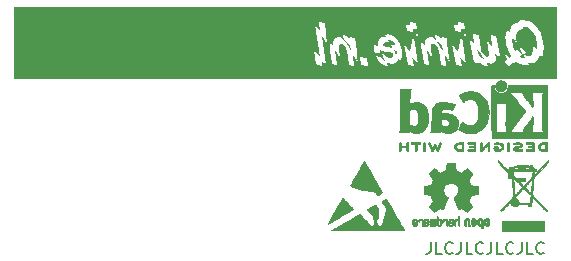
<source format=gbr>
%TF.GenerationSoftware,KiCad,Pcbnew,(6.0.7-1)-1*%
%TF.CreationDate,2022-12-12T14:07:04+01:00*%
%TF.ProjectId,panel,70616e65-6c2e-46b6-9963-61645f706362,rev?*%
%TF.SameCoordinates,Original*%
%TF.FileFunction,Legend,Bot*%
%TF.FilePolarity,Positive*%
%FSLAX46Y46*%
G04 Gerber Fmt 4.6, Leading zero omitted, Abs format (unit mm)*
G04 Created by KiCad (PCBNEW (6.0.7-1)-1) date 2022-12-12 14:07:04*
%MOMM*%
%LPD*%
G01*
G04 APERTURE LIST*
%ADD10C,0.150000*%
%ADD11C,0.010000*%
G04 APERTURE END LIST*
D10*
X56868622Y-95239010D02*
X56868622Y-95953296D01*
X56821003Y-96096153D01*
X56725765Y-96191391D01*
X56582908Y-96239010D01*
X56487670Y-96239010D01*
X57821003Y-96239010D02*
X57344812Y-96239010D01*
X57344812Y-95239010D01*
X58725765Y-96143772D02*
X58678146Y-96191391D01*
X58535289Y-96239010D01*
X58440050Y-96239010D01*
X58297193Y-96191391D01*
X58201955Y-96096153D01*
X58154336Y-96000915D01*
X58106717Y-95810439D01*
X58106717Y-95667582D01*
X58154336Y-95477106D01*
X58201955Y-95381868D01*
X58297193Y-95286630D01*
X58440050Y-95239010D01*
X58535289Y-95239010D01*
X58678146Y-95286630D01*
X58725765Y-95334249D01*
X59440050Y-95239010D02*
X59440050Y-95953296D01*
X59392431Y-96096153D01*
X59297193Y-96191391D01*
X59154336Y-96239010D01*
X59059098Y-96239010D01*
X60392431Y-96239010D02*
X59916241Y-96239010D01*
X59916241Y-95239010D01*
X61297193Y-96143772D02*
X61249574Y-96191391D01*
X61106717Y-96239010D01*
X61011479Y-96239010D01*
X60868622Y-96191391D01*
X60773384Y-96096153D01*
X60725765Y-96000915D01*
X60678146Y-95810439D01*
X60678146Y-95667582D01*
X60725765Y-95477106D01*
X60773384Y-95381868D01*
X60868622Y-95286630D01*
X61011479Y-95239010D01*
X61106717Y-95239010D01*
X61249574Y-95286630D01*
X61297193Y-95334249D01*
X62011479Y-95239010D02*
X62011479Y-95953296D01*
X61963860Y-96096153D01*
X61868622Y-96191391D01*
X61725765Y-96239010D01*
X61630527Y-96239010D01*
X62963860Y-96239010D02*
X62487670Y-96239010D01*
X62487670Y-95239010D01*
X63868622Y-96143772D02*
X63821003Y-96191391D01*
X63678146Y-96239010D01*
X63582908Y-96239010D01*
X63440050Y-96191391D01*
X63344812Y-96096153D01*
X63297193Y-96000915D01*
X63249574Y-95810439D01*
X63249574Y-95667582D01*
X63297193Y-95477106D01*
X63344812Y-95381868D01*
X63440050Y-95286630D01*
X63582908Y-95239010D01*
X63678146Y-95239010D01*
X63821003Y-95286630D01*
X63868622Y-95334249D01*
X64582908Y-95239010D02*
X64582908Y-95953296D01*
X64535289Y-96096153D01*
X64440050Y-96191391D01*
X64297193Y-96239010D01*
X64201955Y-96239010D01*
X65535289Y-96239010D02*
X65059098Y-96239010D01*
X65059098Y-95239010D01*
X66440050Y-96143772D02*
X66392431Y-96191391D01*
X66249574Y-96239010D01*
X66154336Y-96239010D01*
X66011479Y-96191391D01*
X65916241Y-96096153D01*
X65868622Y-96000915D01*
X65821003Y-95810439D01*
X65821003Y-95667582D01*
X65868622Y-95477106D01*
X65916241Y-95381868D01*
X66011479Y-95286630D01*
X66154336Y-95239010D01*
X66249574Y-95239010D01*
X66392431Y-95286630D01*
X66440050Y-95334249D01*
%TO.C,kibuzzard-639724E7*%
G36*
X65097839Y-77064462D02*
G01*
X65316121Y-77186005D01*
X65497195Y-77362118D01*
X65643542Y-77580400D01*
X65755163Y-77825966D01*
X65834538Y-78083935D01*
X65881667Y-78341903D01*
X65896550Y-78587470D01*
X65889109Y-78751181D01*
X65876706Y-78919853D01*
X65608816Y-78637079D01*
X65576570Y-78800790D01*
X65549285Y-78952099D01*
X65519519Y-79088525D01*
X65482312Y-79207587D01*
X65427742Y-79309286D01*
X65350847Y-79391142D01*
X65246667Y-79448193D01*
X65102800Y-79480439D01*
X65013503Y-79460595D01*
X64941570Y-79423388D01*
X64874597Y-79373778D01*
X64800183Y-79316728D01*
X64944050Y-79128212D01*
X64557097Y-78711493D01*
X64413230Y-78855360D01*
X64889480Y-79678876D01*
X64646394Y-79666474D01*
X64433074Y-79569735D01*
X64591824Y-79351454D01*
X64224714Y-78919853D01*
X64036199Y-79083564D01*
X63939460Y-78862802D01*
X63867527Y-78649482D01*
X63817917Y-78433681D01*
X63793113Y-78205478D01*
X63800554Y-78071532D01*
X63817917Y-77937587D01*
X64204871Y-78438642D01*
X64095730Y-77843329D01*
X64110613Y-77672177D01*
X64150300Y-77533271D01*
X64207351Y-77424130D01*
X64281765Y-77339794D01*
X64368581Y-77280263D01*
X64457878Y-77243056D01*
X64547175Y-77220732D01*
X64626550Y-77213290D01*
X64735691Y-77243056D01*
X64681121Y-77044618D01*
X64762976Y-77024775D01*
X64844831Y-77014853D01*
X65097839Y-77064462D01*
G37*
G36*
X60948015Y-79083564D02*
G01*
X61096843Y-79284482D01*
X61233269Y-79492841D01*
X61352331Y-79718564D01*
X61210945Y-79676396D01*
X61101804Y-79597021D01*
X61014988Y-79492841D01*
X60940574Y-79381220D01*
X60886003Y-79264638D01*
X60853757Y-79138134D01*
X60831433Y-79006669D01*
X60806628Y-78875204D01*
X60948015Y-79083564D01*
G37*
G36*
X21640027Y-75361207D02*
G01*
X67535313Y-75361207D01*
X67535313Y-81392053D01*
X21640027Y-81392053D01*
X21640027Y-79014110D01*
X47040027Y-79014110D01*
X47188855Y-80140243D01*
X47211179Y-80189853D01*
X47253347Y-80232021D01*
X47305437Y-80261786D01*
X47362488Y-80274189D01*
X47675027Y-80298993D01*
X47650222Y-80021181D01*
X48037175Y-80120400D01*
X47774747Y-78475849D01*
X48317468Y-78475849D01*
X48322429Y-78699091D01*
X48344753Y-78937216D01*
X48381960Y-79182782D01*
X48426609Y-79430829D01*
X48471257Y-79681357D01*
X48513425Y-79931884D01*
X48548152Y-80174970D01*
X48984714Y-80284110D01*
X48781316Y-78974423D01*
X49227800Y-79624306D01*
X49133542Y-78696610D01*
X49133542Y-78570107D01*
X49165788Y-78488251D01*
X49220359Y-78446083D01*
X49292292Y-78428720D01*
X49490730Y-78483290D01*
X49637078Y-78629638D01*
X49741257Y-78847919D01*
X49815671Y-79115810D01*
X49867761Y-79408505D01*
X49907449Y-79706161D01*
X49947136Y-79983974D01*
X49991785Y-80214657D01*
X50423386Y-80333720D01*
X50299363Y-79430829D01*
X50750808Y-80050946D01*
X50678541Y-79549892D01*
X50919480Y-79549892D01*
X50988933Y-80219618D01*
X51544558Y-80333720D01*
X51445339Y-79673915D01*
X50919480Y-79549892D01*
X50678541Y-79549892D01*
X50669955Y-79490360D01*
X51504871Y-79490360D01*
X51703308Y-79822743D01*
X51658660Y-79544931D01*
X51504871Y-79490360D01*
X50669955Y-79490360D01*
X50603054Y-79026513D01*
X52087781Y-79026513D01*
X52097703Y-79105888D01*
X52124988Y-79177821D01*
X52239089Y-79202626D01*
X52373035Y-79232392D01*
X52511941Y-79262157D01*
X52645886Y-79291923D01*
X52628523Y-79222470D01*
X52603718Y-79153017D01*
X52583874Y-79083564D01*
X52571472Y-79009150D01*
X52848044Y-79067441D01*
X53122136Y-79123251D01*
X53396228Y-79177821D01*
X53672800Y-79232392D01*
X53685203Y-79257196D01*
X53700085Y-79284482D01*
X53712488Y-79309286D01*
X53717449Y-79336571D01*
X53677761Y-79468036D01*
X53618230Y-79574696D01*
X53536374Y-79644150D01*
X53429714Y-79668954D01*
X53320574Y-79649110D01*
X53201511Y-79594540D01*
X53087410Y-79507724D01*
X52998113Y-79396103D01*
X52933621Y-79341532D01*
X52854246Y-79311767D01*
X52804636Y-79301845D01*
X52750066Y-79301845D01*
X53037800Y-79872353D01*
X52916257Y-79815302D01*
X52812078Y-79730966D01*
X52725261Y-79631747D01*
X52645886Y-79530048D01*
X52219246Y-79500282D01*
X52293660Y-79659032D01*
X52390398Y-79815302D01*
X52504499Y-79959169D01*
X52638445Y-80085673D01*
X52787273Y-80192333D01*
X52946023Y-80271708D01*
X53112214Y-80318837D01*
X53285847Y-80328759D01*
X53146941Y-80045985D01*
X53266003Y-80070790D01*
X53390027Y-80098075D01*
X53506609Y-80120400D01*
X53603347Y-80130321D01*
X53826589Y-80085673D01*
X53977898Y-79988935D01*
X54079597Y-79840107D01*
X54149050Y-79644150D01*
X54312761Y-79792978D01*
X54349968Y-79730966D01*
X54382214Y-79649110D01*
X54409499Y-79557333D01*
X54431824Y-79463075D01*
X54449187Y-79371298D01*
X54461589Y-79289443D01*
X54469031Y-79224950D01*
X54471511Y-79182782D01*
X54439265Y-78952099D01*
X54374773Y-78701571D01*
X54288720Y-78483290D01*
X54640183Y-78483290D01*
X54952722Y-80244423D01*
X55448816Y-80333720D01*
X55299988Y-79579657D01*
X55791121Y-80155126D01*
X55523881Y-78475849D01*
X56086296Y-78475849D01*
X56091257Y-78699091D01*
X56113581Y-78937216D01*
X56150788Y-79182782D01*
X56195437Y-79430829D01*
X56240085Y-79681357D01*
X56282253Y-79931884D01*
X56316980Y-80174970D01*
X56753542Y-80284110D01*
X56550144Y-78974423D01*
X56996628Y-79624306D01*
X56902371Y-78696610D01*
X56902371Y-78570107D01*
X56934617Y-78488251D01*
X56989187Y-78446083D01*
X57061121Y-78428720D01*
X57259558Y-78483290D01*
X57405906Y-78629638D01*
X57510085Y-78847919D01*
X57584499Y-79115810D01*
X57636589Y-79408505D01*
X57676277Y-79706161D01*
X57715964Y-79983974D01*
X57760613Y-80214657D01*
X58192214Y-80333720D01*
X58068191Y-79430829D01*
X58519636Y-80050946D01*
X58293532Y-78483290D01*
X58703191Y-78483290D01*
X59015730Y-80244423D01*
X59511824Y-80333720D01*
X59362996Y-79579657D01*
X59854128Y-80155126D01*
X59487019Y-77848290D01*
X59407644Y-77829429D01*
X59407644Y-77193446D01*
X59774753Y-77228173D01*
X59710261Y-76712235D01*
X59209206Y-76608056D01*
X59209206Y-76890829D01*
X58852019Y-76851142D01*
X58926433Y-77377001D01*
X59407644Y-77471259D01*
X59407644Y-77555595D01*
X59581277Y-77555595D01*
X59878933Y-78012001D01*
X59869266Y-77917743D01*
X60156746Y-77917743D01*
X60543699Y-80021181D01*
X61005066Y-80125360D01*
X61024910Y-79996376D01*
X61168777Y-80127841D01*
X61325046Y-80236982D01*
X61498679Y-80308915D01*
X61694636Y-80333720D01*
X61570613Y-80016220D01*
X61682234Y-80045985D01*
X61793855Y-80080712D01*
X61905476Y-80107997D01*
X62017097Y-80125360D01*
X62188249Y-80088153D01*
X62317234Y-79976532D01*
X62394128Y-79822743D01*
X62409011Y-79663993D01*
X62354441Y-79227431D01*
X62671941Y-79639189D01*
X62701706Y-79525087D01*
X62714109Y-79398583D01*
X62714109Y-79267118D01*
X62696746Y-79143095D01*
X62659996Y-78954579D01*
X63019206Y-78954579D01*
X63361511Y-79703681D01*
X63172996Y-79956689D01*
X63525222Y-80333720D01*
X63807996Y-80090634D01*
X63892331Y-80135282D01*
X63936980Y-80073271D01*
X63976667Y-80016220D01*
X64021316Y-79971571D01*
X64080847Y-79936845D01*
X64294167Y-80080712D01*
X64497566Y-80189853D01*
X64725769Y-80256825D01*
X65013503Y-80274189D01*
X65211941Y-80234501D01*
X65142488Y-80055907D01*
X65345886Y-80055907D01*
X65608816Y-80036064D01*
X65814695Y-79921962D01*
X65983367Y-79721044D01*
X66139636Y-79440751D01*
X66308308Y-79549892D01*
X66367839Y-79373778D01*
X66422410Y-79157978D01*
X66462097Y-78927294D01*
X66472019Y-78701571D01*
X66427371Y-78327021D01*
X66333113Y-77937587D01*
X66186765Y-77555595D01*
X65990808Y-77198407D01*
X65745242Y-76888349D01*
X65447585Y-76642782D01*
X65102800Y-76479071D01*
X64710886Y-76419540D01*
X64537253Y-76449306D01*
X64368581Y-76484032D01*
X64368581Y-76583251D01*
X64073406Y-76670067D01*
X63845203Y-76816415D01*
X63679011Y-77054540D01*
X63569871Y-77411728D01*
X63371433Y-77213290D01*
X63306941Y-77374521D01*
X63252371Y-77550634D01*
X63215163Y-77731708D01*
X63207722Y-77907821D01*
X63222605Y-78093857D01*
X63247410Y-78294775D01*
X63282136Y-78505614D01*
X63331746Y-78716454D01*
X63398718Y-78924814D01*
X63480574Y-79125732D01*
X63577312Y-79309286D01*
X63693894Y-79470517D01*
X63540105Y-79659032D01*
X63019206Y-78954579D01*
X62659996Y-78954579D01*
X62428855Y-77768915D01*
X61942683Y-77664735D01*
X62086550Y-78746220D01*
X61649988Y-78170751D01*
X61828581Y-79425868D01*
X61786413Y-79455634D01*
X61744246Y-79492841D01*
X61702078Y-79522607D01*
X61654949Y-79530048D01*
X61503640Y-79470517D01*
X61362253Y-79356415D01*
X61248152Y-79192704D01*
X61173738Y-78989306D01*
X60945535Y-77744110D01*
X60469285Y-77659775D01*
X60568503Y-78423759D01*
X60156746Y-77917743D01*
X59869266Y-77917743D01*
X59839246Y-77625048D01*
X59581277Y-77555595D01*
X59407644Y-77555595D01*
X59407644Y-77829429D01*
X59204246Y-79172860D01*
X58703191Y-78483290D01*
X58293532Y-78483290D01*
X58221980Y-77987196D01*
X57800300Y-77848290D01*
X57765574Y-77987196D01*
X57629148Y-77880536D01*
X57480320Y-77776357D01*
X57319089Y-77694501D01*
X57140496Y-77654814D01*
X57309167Y-78046728D01*
X57366218Y-78148427D01*
X57435671Y-78227802D01*
X57515046Y-78274931D01*
X57601863Y-78284853D01*
X57755652Y-78465927D01*
X57852390Y-78666845D01*
X57909441Y-78877685D01*
X57939206Y-79093485D01*
X57815183Y-78909931D01*
X57693640Y-78709013D01*
X57569617Y-78505614D01*
X57443113Y-78312138D01*
X57306687Y-78138505D01*
X57152898Y-77997118D01*
X56979265Y-77902860D01*
X56783308Y-77868134D01*
X56567507Y-77927665D01*
X56436042Y-78091376D01*
X56383953Y-78339423D01*
X56401316Y-78651962D01*
X56108621Y-78269970D01*
X56086296Y-78475849D01*
X55523881Y-78475849D01*
X55424011Y-77848290D01*
X55344636Y-77829429D01*
X55344636Y-77193446D01*
X55711746Y-77228173D01*
X55647253Y-76712235D01*
X55146199Y-76608056D01*
X55146199Y-76890829D01*
X54789011Y-76851142D01*
X54863425Y-77377001D01*
X55344636Y-77471259D01*
X55344636Y-77555595D01*
X55518269Y-77555595D01*
X55815925Y-78012001D01*
X55776238Y-77625048D01*
X55518269Y-77555595D01*
X55344636Y-77555595D01*
X55344636Y-77829429D01*
X55141238Y-79172860D01*
X54640183Y-78483290D01*
X54288720Y-78483290D01*
X54273074Y-78443603D01*
X54134167Y-78198036D01*
X53960535Y-77982235D01*
X53752175Y-77808603D01*
X53509089Y-77694501D01*
X53231277Y-77659775D01*
X53176706Y-77659775D01*
X53119656Y-77664735D01*
X53070046Y-77682099D01*
X53032839Y-77724267D01*
X53097331Y-77873095D01*
X53012996Y-77860692D01*
X52928660Y-77848290D01*
X52777351Y-77853251D01*
X52660769Y-77902860D01*
X52571472Y-77989677D01*
X52504499Y-78106259D01*
X52454890Y-78247646D01*
X52417683Y-78406396D01*
X52390398Y-78572587D01*
X52363113Y-78736298D01*
X52149792Y-78463446D01*
X52102663Y-78661884D01*
X52090261Y-78860321D01*
X52087781Y-78942177D01*
X52087781Y-79026513D01*
X50603054Y-79026513D01*
X50453152Y-77987196D01*
X50031472Y-77848290D01*
X49996746Y-77987196D01*
X49860320Y-77880536D01*
X49711492Y-77776357D01*
X49550261Y-77694501D01*
X49371667Y-77654814D01*
X49540339Y-78046728D01*
X49597390Y-78148427D01*
X49666843Y-78227802D01*
X49746218Y-78274931D01*
X49833035Y-78284853D01*
X49986824Y-78465927D01*
X50083562Y-78666845D01*
X50140613Y-78877685D01*
X50170378Y-79093485D01*
X50046355Y-78909931D01*
X49924812Y-78709013D01*
X49800788Y-78505614D01*
X49674285Y-78312138D01*
X49537859Y-78138505D01*
X49384070Y-77997118D01*
X49210437Y-77902860D01*
X49014480Y-77868134D01*
X48798679Y-77927665D01*
X48667214Y-78091376D01*
X48615124Y-78339423D01*
X48632488Y-78651962D01*
X48339792Y-78269970D01*
X48317468Y-78475849D01*
X47774747Y-78475849D01*
X47665105Y-77788759D01*
X48141355Y-78468407D01*
X47903230Y-76707275D01*
X47387292Y-76588212D01*
X47481550Y-77357157D01*
X47054910Y-76851142D01*
X47481550Y-79579657D01*
X47040027Y-79014110D01*
X21640027Y-79014110D01*
X21640027Y-75361207D01*
G37*
G36*
X53905964Y-79036435D02*
G01*
X54034949Y-79068681D01*
X54029988Y-79202626D01*
X54000222Y-79326650D01*
X53933249Y-79272079D01*
X53871238Y-79195185D01*
X53819148Y-79105888D01*
X53781941Y-79004189D01*
X53905964Y-79036435D01*
G37*
G36*
X53533894Y-78143466D02*
G01*
X53630632Y-78178192D01*
X53710007Y-78230282D01*
X53776980Y-78297255D01*
X53829070Y-78371669D01*
X53871238Y-78446083D01*
X53903484Y-78518017D01*
X53925808Y-78577548D01*
X53528933Y-78552743D01*
X53546296Y-78614755D01*
X53568621Y-78679247D01*
X53585984Y-78741259D01*
X53598386Y-78795829D01*
X52854246Y-78647001D01*
X52869128Y-78527939D01*
X52911296Y-78418798D01*
X52983230Y-78336942D01*
X53092371Y-78299735D01*
X53161824Y-78304696D01*
X53231277Y-78329501D01*
X53300730Y-78361747D01*
X53370183Y-78389032D01*
X53315613Y-78279892D01*
X53261042Y-78170751D01*
X53340417Y-78148427D01*
X53419792Y-78136025D01*
X53533894Y-78143466D01*
G37*
%TO.C,REF\u002A\u002A*%
G36*
X49470506Y-91541299D02*
G01*
X49484693Y-91554968D01*
X49526062Y-91596655D01*
X49580777Y-91653408D01*
X49646180Y-91722333D01*
X49719613Y-91800535D01*
X49798416Y-91885118D01*
X49879930Y-91973189D01*
X49961497Y-92061852D01*
X50040458Y-92148212D01*
X50114153Y-92229375D01*
X50179924Y-92302446D01*
X50235111Y-92364530D01*
X50277056Y-92412731D01*
X50303101Y-92444156D01*
X50310585Y-92455910D01*
X50308016Y-92457208D01*
X50283455Y-92470914D01*
X50234874Y-92498549D01*
X50164322Y-92538934D01*
X50073843Y-92590891D01*
X49965485Y-92653241D01*
X49841294Y-92724807D01*
X49703315Y-92804411D01*
X49553596Y-92890874D01*
X49394183Y-92983019D01*
X49227121Y-93079668D01*
X49164678Y-93115803D01*
X49000553Y-93210742D01*
X48845028Y-93300650D01*
X48700124Y-93384360D01*
X48567865Y-93460707D01*
X48450274Y-93528525D01*
X48349372Y-93586647D01*
X48267183Y-93633907D01*
X48205729Y-93669139D01*
X48167034Y-93691178D01*
X48153119Y-93698856D01*
X48153745Y-93694767D01*
X48165163Y-93671266D01*
X48186163Y-93633722D01*
X48199046Y-93611500D01*
X48226442Y-93564109D01*
X48266757Y-93494313D01*
X48318679Y-93404380D01*
X48380901Y-93296578D01*
X48452113Y-93173176D01*
X48531005Y-93036442D01*
X48616268Y-92888645D01*
X48706594Y-92732053D01*
X48800672Y-92568936D01*
X48892791Y-92409259D01*
X48982350Y-92254123D01*
X49066563Y-92108348D01*
X49144167Y-91974119D01*
X49213895Y-91853621D01*
X49274484Y-91749038D01*
X49324668Y-91662555D01*
X49363182Y-91596357D01*
X49388762Y-91552629D01*
X49400142Y-91533555D01*
X49423490Y-91497137D01*
X49470506Y-91541299D01*
G37*
D11*
X49470506Y-91541299D02*
X49484693Y-91554968D01*
X49526062Y-91596655D01*
X49580777Y-91653408D01*
X49646180Y-91722333D01*
X49719613Y-91800535D01*
X49798416Y-91885118D01*
X49879930Y-91973189D01*
X49961497Y-92061852D01*
X50040458Y-92148212D01*
X50114153Y-92229375D01*
X50179924Y-92302446D01*
X50235111Y-92364530D01*
X50277056Y-92412731D01*
X50303101Y-92444156D01*
X50310585Y-92455910D01*
X50308016Y-92457208D01*
X50283455Y-92470914D01*
X50234874Y-92498549D01*
X50164322Y-92538934D01*
X50073843Y-92590891D01*
X49965485Y-92653241D01*
X49841294Y-92724807D01*
X49703315Y-92804411D01*
X49553596Y-92890874D01*
X49394183Y-92983019D01*
X49227121Y-93079668D01*
X49164678Y-93115803D01*
X49000553Y-93210742D01*
X48845028Y-93300650D01*
X48700124Y-93384360D01*
X48567865Y-93460707D01*
X48450274Y-93528525D01*
X48349372Y-93586647D01*
X48267183Y-93633907D01*
X48205729Y-93669139D01*
X48167034Y-93691178D01*
X48153119Y-93698856D01*
X48153745Y-93694767D01*
X48165163Y-93671266D01*
X48186163Y-93633722D01*
X48199046Y-93611500D01*
X48226442Y-93564109D01*
X48266757Y-93494313D01*
X48318679Y-93404380D01*
X48380901Y-93296578D01*
X48452113Y-93173176D01*
X48531005Y-93036442D01*
X48616268Y-92888645D01*
X48706594Y-92732053D01*
X48800672Y-92568936D01*
X48892791Y-92409259D01*
X48982350Y-92254123D01*
X49066563Y-92108348D01*
X49144167Y-91974119D01*
X49213895Y-91853621D01*
X49274484Y-91749038D01*
X49324668Y-91662555D01*
X49363182Y-91596357D01*
X49388762Y-91552629D01*
X49400142Y-91533555D01*
X49423490Y-91497137D01*
X49470506Y-91541299D01*
G36*
X51233230Y-88372111D02*
G01*
X51244763Y-88389447D01*
X51270170Y-88431098D01*
X51308177Y-88494847D01*
X51357507Y-88578481D01*
X51416883Y-88679785D01*
X51485029Y-88796545D01*
X51560670Y-88926544D01*
X51642529Y-89067569D01*
X51729330Y-89217404D01*
X51819796Y-89373836D01*
X51912652Y-89534649D01*
X52006621Y-89697629D01*
X52100427Y-89860560D01*
X52192794Y-90021228D01*
X52282446Y-90177418D01*
X52368106Y-90326916D01*
X52448498Y-90467507D01*
X52522347Y-90596976D01*
X52588375Y-90713108D01*
X52645307Y-90813688D01*
X52691867Y-90896503D01*
X52726778Y-90959336D01*
X52748764Y-90999973D01*
X52756549Y-91016200D01*
X52756557Y-91016324D01*
X52744003Y-91033352D01*
X52707928Y-91062215D01*
X52652087Y-91100183D01*
X52580231Y-91144523D01*
X52532043Y-91172888D01*
X52462702Y-91212332D01*
X52414404Y-91237190D01*
X52383912Y-91248860D01*
X52367990Y-91248742D01*
X52363402Y-91238233D01*
X52363052Y-91236519D01*
X52349938Y-91215618D01*
X52321670Y-91180075D01*
X52283456Y-91136519D01*
X52265825Y-91117811D01*
X52211152Y-91067448D01*
X52150692Y-91024401D01*
X52080852Y-90987409D01*
X51998040Y-90955209D01*
X51898662Y-90926538D01*
X51779125Y-90900134D01*
X51635836Y-90874736D01*
X51465201Y-90849081D01*
X51268804Y-90820163D01*
X51078944Y-90789109D01*
X50912930Y-90757980D01*
X50767052Y-90725878D01*
X50637597Y-90691905D01*
X50520853Y-90655162D01*
X50413110Y-90614753D01*
X50310655Y-90569779D01*
X50235358Y-90532690D01*
X50163435Y-90493661D01*
X50106556Y-90458818D01*
X50069169Y-90430901D01*
X50055719Y-90412650D01*
X50056116Y-90411306D01*
X50066950Y-90389798D01*
X50091515Y-90344758D01*
X50128355Y-90278708D01*
X50176017Y-90194169D01*
X50233046Y-90093663D01*
X50297988Y-89979712D01*
X50369389Y-89854837D01*
X50445794Y-89721560D01*
X50525749Y-89582403D01*
X50607800Y-89439887D01*
X50690492Y-89296534D01*
X50772371Y-89154866D01*
X50851983Y-89017404D01*
X50927874Y-88886670D01*
X50998589Y-88765186D01*
X51062674Y-88655474D01*
X51118674Y-88560054D01*
X51165136Y-88481450D01*
X51200605Y-88422181D01*
X51223627Y-88384771D01*
X51232747Y-88371741D01*
X51233230Y-88372111D01*
G37*
X51233230Y-88372111D02*
X51244763Y-88389447D01*
X51270170Y-88431098D01*
X51308177Y-88494847D01*
X51357507Y-88578481D01*
X51416883Y-88679785D01*
X51485029Y-88796545D01*
X51560670Y-88926544D01*
X51642529Y-89067569D01*
X51729330Y-89217404D01*
X51819796Y-89373836D01*
X51912652Y-89534649D01*
X52006621Y-89697629D01*
X52100427Y-89860560D01*
X52192794Y-90021228D01*
X52282446Y-90177418D01*
X52368106Y-90326916D01*
X52448498Y-90467507D01*
X52522347Y-90596976D01*
X52588375Y-90713108D01*
X52645307Y-90813688D01*
X52691867Y-90896503D01*
X52726778Y-90959336D01*
X52748764Y-90999973D01*
X52756549Y-91016200D01*
X52756557Y-91016324D01*
X52744003Y-91033352D01*
X52707928Y-91062215D01*
X52652087Y-91100183D01*
X52580231Y-91144523D01*
X52532043Y-91172888D01*
X52462702Y-91212332D01*
X52414404Y-91237190D01*
X52383912Y-91248860D01*
X52367990Y-91248742D01*
X52363402Y-91238233D01*
X52363052Y-91236519D01*
X52349938Y-91215618D01*
X52321670Y-91180075D01*
X52283456Y-91136519D01*
X52265825Y-91117811D01*
X52211152Y-91067448D01*
X52150692Y-91024401D01*
X52080852Y-90987409D01*
X51998040Y-90955209D01*
X51898662Y-90926538D01*
X51779125Y-90900134D01*
X51635836Y-90874736D01*
X51465201Y-90849081D01*
X51268804Y-90820163D01*
X51078944Y-90789109D01*
X50912930Y-90757980D01*
X50767052Y-90725878D01*
X50637597Y-90691905D01*
X50520853Y-90655162D01*
X50413110Y-90614753D01*
X50310655Y-90569779D01*
X50235358Y-90532690D01*
X50163435Y-90493661D01*
X50106556Y-90458818D01*
X50069169Y-90430901D01*
X50055719Y-90412650D01*
X50056116Y-90411306D01*
X50066950Y-90389798D01*
X50091515Y-90344758D01*
X50128355Y-90278708D01*
X50176017Y-90194169D01*
X50233046Y-90093663D01*
X50297988Y-89979712D01*
X50369389Y-89854837D01*
X50445794Y-89721560D01*
X50525749Y-89582403D01*
X50607800Y-89439887D01*
X50690492Y-89296534D01*
X50772371Y-89154866D01*
X50851983Y-89017404D01*
X50927874Y-88886670D01*
X50998589Y-88765186D01*
X51062674Y-88655474D01*
X51118674Y-88560054D01*
X51165136Y-88481450D01*
X51200605Y-88422181D01*
X51223627Y-88384771D01*
X51232747Y-88371741D01*
X51233230Y-88372111D01*
G36*
X53097717Y-91594976D02*
G01*
X53103472Y-91603561D01*
X53124035Y-91637282D01*
X53157849Y-91694136D01*
X53203620Y-91771904D01*
X53260053Y-91868368D01*
X53325854Y-91981307D01*
X53399728Y-92108504D01*
X53480381Y-92247739D01*
X53566518Y-92396793D01*
X53656845Y-92553448D01*
X53681617Y-92596457D01*
X53779570Y-92766511D01*
X53878179Y-92937690D01*
X53975430Y-93106498D01*
X54069308Y-93269439D01*
X54157801Y-93423018D01*
X54238892Y-93563737D01*
X54310568Y-93688102D01*
X54370814Y-93792616D01*
X54417617Y-93873783D01*
X54638700Y-94257107D01*
X51538746Y-94257107D01*
X51410591Y-94257095D01*
X51105170Y-94256978D01*
X50809102Y-94256738D01*
X50523829Y-94256380D01*
X50250793Y-94255912D01*
X49991435Y-94255339D01*
X49747197Y-94254668D01*
X49519519Y-94253904D01*
X49309844Y-94253055D01*
X49119613Y-94252125D01*
X48950267Y-94251122D01*
X48803248Y-94250051D01*
X48679997Y-94248919D01*
X48581956Y-94247732D01*
X48510566Y-94246495D01*
X48467268Y-94245216D01*
X48453505Y-94243899D01*
X48463724Y-94237240D01*
X48498981Y-94216019D01*
X48556891Y-94181856D01*
X48635100Y-94136107D01*
X48731253Y-94080126D01*
X48842993Y-94015269D01*
X48967966Y-93942890D01*
X49103816Y-93864345D01*
X49248188Y-93780990D01*
X49398726Y-93694179D01*
X49553075Y-93605268D01*
X49708880Y-93515612D01*
X49863786Y-93426565D01*
X50015436Y-93339484D01*
X50161476Y-93255724D01*
X50299551Y-93176639D01*
X50427304Y-93103585D01*
X50542381Y-93037917D01*
X50642426Y-92980990D01*
X50725084Y-92934160D01*
X50787999Y-92898782D01*
X50828817Y-92876210D01*
X50845181Y-92867800D01*
X50855859Y-92869885D01*
X50888028Y-92888844D01*
X50933891Y-92923968D01*
X50988410Y-92971605D01*
X51037515Y-93019292D01*
X51100059Y-93084252D01*
X51170038Y-93160091D01*
X51243866Y-93242634D01*
X51317955Y-93327704D01*
X51388718Y-93411126D01*
X51452568Y-93488725D01*
X51505917Y-93556325D01*
X51545179Y-93609750D01*
X51566765Y-93644825D01*
X51581176Y-93670441D01*
X51620313Y-93723452D01*
X51670628Y-93779848D01*
X51724946Y-93832398D01*
X51776094Y-93873866D01*
X51816897Y-93897022D01*
X51861962Y-93902374D01*
X51922096Y-93887581D01*
X51979249Y-93853662D01*
X52023603Y-93804989D01*
X52031283Y-93792361D01*
X52041062Y-93771679D01*
X52047435Y-93746790D01*
X52050812Y-93712345D01*
X52051601Y-93662998D01*
X52050211Y-93593400D01*
X52047051Y-93498204D01*
X52044786Y-93443138D01*
X52039974Y-93356053D01*
X52034295Y-93279835D01*
X52028278Y-93221185D01*
X52022453Y-93186802D01*
X52008349Y-93147524D01*
X51966536Y-93070176D01*
X51901565Y-92978527D01*
X51812640Y-92871503D01*
X51698970Y-92748026D01*
X51649642Y-92696002D01*
X51592608Y-92634632D01*
X51545534Y-92582601D01*
X51512294Y-92544202D01*
X51496759Y-92523732D01*
X51495162Y-92520482D01*
X51493247Y-92506489D01*
X51502815Y-92490975D01*
X51527785Y-92470595D01*
X51572076Y-92442007D01*
X51639608Y-92401868D01*
X51697017Y-92368358D01*
X51802662Y-92307059D01*
X51885841Y-92259445D01*
X51949348Y-92223969D01*
X51995976Y-92199085D01*
X52028520Y-92183249D01*
X52049774Y-92174913D01*
X52071767Y-92165664D01*
X52084621Y-92153243D01*
X52085824Y-92150314D01*
X52104631Y-92134020D01*
X52139005Y-92113034D01*
X52193389Y-92083746D01*
X52233544Y-92121128D01*
X52247727Y-92136272D01*
X52280725Y-92177429D01*
X52321016Y-92232381D01*
X52362852Y-92293467D01*
X52452006Y-92428425D01*
X52448507Y-92778298D01*
X52445009Y-93128171D01*
X52394063Y-93177669D01*
X52376944Y-93195315D01*
X52322046Y-93274596D01*
X52290000Y-93368871D01*
X52279082Y-93482716D01*
X52281793Y-93543715D01*
X52300931Y-93651314D01*
X52335811Y-93749519D01*
X52383412Y-93828318D01*
X52416465Y-93857050D01*
X52475219Y-93878873D01*
X52541731Y-93881390D01*
X52607486Y-93865764D01*
X52663971Y-93833156D01*
X52702673Y-93784729D01*
X52703940Y-93782104D01*
X52727333Y-93734161D01*
X52752109Y-93684058D01*
X52773142Y-93637023D01*
X52803314Y-93557746D01*
X52836602Y-93460008D01*
X52871849Y-93348164D01*
X52907899Y-93226570D01*
X52943595Y-93099581D01*
X52977780Y-92971552D01*
X53009297Y-92846838D01*
X53036990Y-92729795D01*
X53059702Y-92624779D01*
X53076276Y-92536145D01*
X53085555Y-92468248D01*
X53086384Y-92425443D01*
X53084517Y-92415718D01*
X53066328Y-92366492D01*
X53032577Y-92300635D01*
X52986225Y-92224101D01*
X52968434Y-92196521D01*
X52896952Y-92084058D01*
X52836190Y-91985708D01*
X52787487Y-91903768D01*
X52752184Y-91840541D01*
X52731622Y-91798326D01*
X52727139Y-91779423D01*
X52727658Y-91778756D01*
X52746215Y-91765141D01*
X52785872Y-91740255D01*
X52841196Y-91707412D01*
X52906754Y-91669924D01*
X52912296Y-91666812D01*
X52983477Y-91627648D01*
X53033051Y-91602672D01*
X53065576Y-91590094D01*
X53085612Y-91588125D01*
X53097717Y-91594976D01*
G37*
X53097717Y-91594976D02*
X53103472Y-91603561D01*
X53124035Y-91637282D01*
X53157849Y-91694136D01*
X53203620Y-91771904D01*
X53260053Y-91868368D01*
X53325854Y-91981307D01*
X53399728Y-92108504D01*
X53480381Y-92247739D01*
X53566518Y-92396793D01*
X53656845Y-92553448D01*
X53681617Y-92596457D01*
X53779570Y-92766511D01*
X53878179Y-92937690D01*
X53975430Y-93106498D01*
X54069308Y-93269439D01*
X54157801Y-93423018D01*
X54238892Y-93563737D01*
X54310568Y-93688102D01*
X54370814Y-93792616D01*
X54417617Y-93873783D01*
X54638700Y-94257107D01*
X51538746Y-94257107D01*
X51410591Y-94257095D01*
X51105170Y-94256978D01*
X50809102Y-94256738D01*
X50523829Y-94256380D01*
X50250793Y-94255912D01*
X49991435Y-94255339D01*
X49747197Y-94254668D01*
X49519519Y-94253904D01*
X49309844Y-94253055D01*
X49119613Y-94252125D01*
X48950267Y-94251122D01*
X48803248Y-94250051D01*
X48679997Y-94248919D01*
X48581956Y-94247732D01*
X48510566Y-94246495D01*
X48467268Y-94245216D01*
X48453505Y-94243899D01*
X48463724Y-94237240D01*
X48498981Y-94216019D01*
X48556891Y-94181856D01*
X48635100Y-94136107D01*
X48731253Y-94080126D01*
X48842993Y-94015269D01*
X48967966Y-93942890D01*
X49103816Y-93864345D01*
X49248188Y-93780990D01*
X49398726Y-93694179D01*
X49553075Y-93605268D01*
X49708880Y-93515612D01*
X49863786Y-93426565D01*
X50015436Y-93339484D01*
X50161476Y-93255724D01*
X50299551Y-93176639D01*
X50427304Y-93103585D01*
X50542381Y-93037917D01*
X50642426Y-92980990D01*
X50725084Y-92934160D01*
X50787999Y-92898782D01*
X50828817Y-92876210D01*
X50845181Y-92867800D01*
X50855859Y-92869885D01*
X50888028Y-92888844D01*
X50933891Y-92923968D01*
X50988410Y-92971605D01*
X51037515Y-93019292D01*
X51100059Y-93084252D01*
X51170038Y-93160091D01*
X51243866Y-93242634D01*
X51317955Y-93327704D01*
X51388718Y-93411126D01*
X51452568Y-93488725D01*
X51505917Y-93556325D01*
X51545179Y-93609750D01*
X51566765Y-93644825D01*
X51581176Y-93670441D01*
X51620313Y-93723452D01*
X51670628Y-93779848D01*
X51724946Y-93832398D01*
X51776094Y-93873866D01*
X51816897Y-93897022D01*
X51861962Y-93902374D01*
X51922096Y-93887581D01*
X51979249Y-93853662D01*
X52023603Y-93804989D01*
X52031283Y-93792361D01*
X52041062Y-93771679D01*
X52047435Y-93746790D01*
X52050812Y-93712345D01*
X52051601Y-93662998D01*
X52050211Y-93593400D01*
X52047051Y-93498204D01*
X52044786Y-93443138D01*
X52039974Y-93356053D01*
X52034295Y-93279835D01*
X52028278Y-93221185D01*
X52022453Y-93186802D01*
X52008349Y-93147524D01*
X51966536Y-93070176D01*
X51901565Y-92978527D01*
X51812640Y-92871503D01*
X51698970Y-92748026D01*
X51649642Y-92696002D01*
X51592608Y-92634632D01*
X51545534Y-92582601D01*
X51512294Y-92544202D01*
X51496759Y-92523732D01*
X51495162Y-92520482D01*
X51493247Y-92506489D01*
X51502815Y-92490975D01*
X51527785Y-92470595D01*
X51572076Y-92442007D01*
X51639608Y-92401868D01*
X51697017Y-92368358D01*
X51802662Y-92307059D01*
X51885841Y-92259445D01*
X51949348Y-92223969D01*
X51995976Y-92199085D01*
X52028520Y-92183249D01*
X52049774Y-92174913D01*
X52071767Y-92165664D01*
X52084621Y-92153243D01*
X52085824Y-92150314D01*
X52104631Y-92134020D01*
X52139005Y-92113034D01*
X52193389Y-92083746D01*
X52233544Y-92121128D01*
X52247727Y-92136272D01*
X52280725Y-92177429D01*
X52321016Y-92232381D01*
X52362852Y-92293467D01*
X52452006Y-92428425D01*
X52448507Y-92778298D01*
X52445009Y-93128171D01*
X52394063Y-93177669D01*
X52376944Y-93195315D01*
X52322046Y-93274596D01*
X52290000Y-93368871D01*
X52279082Y-93482716D01*
X52281793Y-93543715D01*
X52300931Y-93651314D01*
X52335811Y-93749519D01*
X52383412Y-93828318D01*
X52416465Y-93857050D01*
X52475219Y-93878873D01*
X52541731Y-93881390D01*
X52607486Y-93865764D01*
X52663971Y-93833156D01*
X52702673Y-93784729D01*
X52703940Y-93782104D01*
X52727333Y-93734161D01*
X52752109Y-93684058D01*
X52773142Y-93637023D01*
X52803314Y-93557746D01*
X52836602Y-93460008D01*
X52871849Y-93348164D01*
X52907899Y-93226570D01*
X52943595Y-93099581D01*
X52977780Y-92971552D01*
X53009297Y-92846838D01*
X53036990Y-92729795D01*
X53059702Y-92624779D01*
X53076276Y-92536145D01*
X53085555Y-92468248D01*
X53086384Y-92425443D01*
X53084517Y-92415718D01*
X53066328Y-92366492D01*
X53032577Y-92300635D01*
X52986225Y-92224101D01*
X52968434Y-92196521D01*
X52896952Y-92084058D01*
X52836190Y-91985708D01*
X52787487Y-91903768D01*
X52752184Y-91840541D01*
X52731622Y-91798326D01*
X52727139Y-91779423D01*
X52727658Y-91778756D01*
X52746215Y-91765141D01*
X52785872Y-91740255D01*
X52841196Y-91707412D01*
X52906754Y-91669924D01*
X52912296Y-91666812D01*
X52983477Y-91627648D01*
X53033051Y-91602672D01*
X53065576Y-91590094D01*
X53085612Y-91588125D01*
X53097717Y-91594976D01*
G36*
X66450641Y-94334452D02*
G01*
X62929848Y-94334452D01*
X62929848Y-93466828D01*
X66450641Y-93466828D01*
X66450641Y-94334452D01*
G37*
X66450641Y-94334452D02*
X62929848Y-94334452D01*
X62929848Y-93466828D01*
X66450641Y-93466828D01*
X66450641Y-94334452D01*
G36*
X65689332Y-89077326D02*
G01*
X65728984Y-89078412D01*
X65796779Y-89078412D01*
X65796779Y-89191581D01*
X65637247Y-89191581D01*
X65622352Y-89369362D01*
X65620352Y-89393667D01*
X65615693Y-89454510D01*
X65612401Y-89504019D01*
X65610762Y-89537622D01*
X65611060Y-89550746D01*
X65615394Y-89546973D01*
X65635166Y-89527306D01*
X65669349Y-89492448D01*
X65716211Y-89444206D01*
X65774024Y-89384387D01*
X65841057Y-89314797D01*
X65915582Y-89237245D01*
X65995867Y-89153537D01*
X66080183Y-89065479D01*
X66166800Y-88974880D01*
X66253989Y-88883545D01*
X66340019Y-88793283D01*
X66423162Y-88705899D01*
X66501686Y-88623202D01*
X66573862Y-88546998D01*
X66637961Y-88479093D01*
X66692253Y-88421296D01*
X66789262Y-88317670D01*
X66789704Y-88405945D01*
X66790145Y-88494219D01*
X66189608Y-89125788D01*
X65589071Y-89757356D01*
X65577066Y-89901304D01*
X65529035Y-90477265D01*
X65520546Y-90579421D01*
X65510013Y-90707242D01*
X65500291Y-90826397D01*
X65491568Y-90934544D01*
X65484028Y-91029343D01*
X65477857Y-91108449D01*
X65473243Y-91169522D01*
X65470370Y-91210220D01*
X65469424Y-91228200D01*
X65471921Y-91236438D01*
X65483141Y-91254229D01*
X65504421Y-91281041D01*
X65514691Y-91292759D01*
X65536895Y-91318096D01*
X65581693Y-91366616D01*
X65639951Y-91427822D01*
X65712799Y-91502937D01*
X65801373Y-91593180D01*
X65906804Y-91699775D01*
X65976162Y-91769723D01*
X66072849Y-91867288D01*
X66169196Y-91964571D01*
X66262308Y-92058644D01*
X66349288Y-92146580D01*
X66427239Y-92225450D01*
X66493266Y-92292329D01*
X66544472Y-92344288D01*
X66745184Y-92548250D01*
X66708728Y-92586301D01*
X66700130Y-92594875D01*
X66674765Y-92615927D01*
X66657365Y-92624353D01*
X66643741Y-92617160D01*
X66618413Y-92595574D01*
X66588049Y-92564625D01*
X66569566Y-92545078D01*
X66535097Y-92509382D01*
X66486382Y-92459314D01*
X66425139Y-92396631D01*
X66353090Y-92323087D01*
X66271955Y-92240440D01*
X66183454Y-92150445D01*
X66089307Y-92054858D01*
X65991235Y-91955435D01*
X65448831Y-91405973D01*
X65426736Y-91691376D01*
X65421920Y-91752292D01*
X65414886Y-91834178D01*
X65408542Y-91896199D01*
X65402418Y-91941617D01*
X65396043Y-91973692D01*
X65388947Y-91995682D01*
X65380661Y-92010849D01*
X65369063Y-92032046D01*
X65359520Y-92071016D01*
X65356680Y-92127161D01*
X65356680Y-92209403D01*
X65130344Y-92209403D01*
X65130344Y-92033363D01*
X64284752Y-92033363D01*
X64235873Y-92088892D01*
X64222506Y-92103352D01*
X64150058Y-92161443D01*
X64068202Y-92197206D01*
X63979570Y-92209403D01*
X63901362Y-92202936D01*
X63812903Y-92175677D01*
X63737177Y-92126958D01*
X63722418Y-92113033D01*
X63685534Y-92067958D01*
X63653173Y-92015449D01*
X63629967Y-91963691D01*
X63620549Y-91920869D01*
X63620367Y-91914653D01*
X63619012Y-91891876D01*
X63615470Y-91876143D01*
X63608060Y-91868698D01*
X63595101Y-91870786D01*
X63574913Y-91883650D01*
X63545815Y-91908535D01*
X63506126Y-91946683D01*
X63454166Y-91999340D01*
X63388254Y-92067749D01*
X63306710Y-92153154D01*
X63263274Y-92198742D01*
X63190670Y-92275071D01*
X63121979Y-92347438D01*
X63059893Y-92412996D01*
X63007104Y-92468904D01*
X62966304Y-92512316D01*
X62940185Y-92540388D01*
X62868789Y-92618066D01*
X62780533Y-92530046D01*
X63326360Y-91957917D01*
X63360775Y-91921818D01*
X63483216Y-91792902D01*
X63588321Y-91681384D01*
X63676406Y-91586918D01*
X63747786Y-91509159D01*
X63798258Y-91452804D01*
X64004917Y-91452804D01*
X64006542Y-91466064D01*
X64006826Y-91467449D01*
X64020368Y-91498858D01*
X64047418Y-91513493D01*
X64130799Y-91544693D01*
X64205088Y-91596668D01*
X64263516Y-91665421D01*
X64303560Y-91747945D01*
X64322696Y-91841236D01*
X64329034Y-91920195D01*
X65278508Y-91920195D01*
X65285128Y-91891903D01*
X65286299Y-91884959D01*
X65289938Y-91853911D01*
X65294904Y-91803711D01*
X65300827Y-91738357D01*
X65307339Y-91661849D01*
X65314071Y-91578185D01*
X65336394Y-91292759D01*
X65035496Y-90987195D01*
X64980306Y-90931334D01*
X64912779Y-90863518D01*
X64852199Y-90803273D01*
X64800691Y-90752682D01*
X64760380Y-90713830D01*
X64733392Y-90688800D01*
X64721852Y-90679676D01*
X64714114Y-90684035D01*
X64691065Y-90703871D01*
X64656379Y-90737005D01*
X64613157Y-90780450D01*
X64564502Y-90831217D01*
X64551810Y-90844681D01*
X64494899Y-90904905D01*
X64427084Y-90976494D01*
X64353470Y-91054067D01*
X64279163Y-91132241D01*
X64209269Y-91205635D01*
X64205071Y-91210039D01*
X64140090Y-91278415D01*
X64090506Y-91331362D01*
X64054358Y-91371397D01*
X64029686Y-91401041D01*
X64014528Y-91422811D01*
X64006926Y-91439225D01*
X64004917Y-91452804D01*
X63798258Y-91452804D01*
X63802775Y-91447761D01*
X63841689Y-91402378D01*
X63864843Y-91372665D01*
X63872552Y-91358274D01*
X63872553Y-91358189D01*
X63871495Y-91340254D01*
X63868407Y-91300051D01*
X63863528Y-91240317D01*
X63857102Y-91163788D01*
X63849370Y-91073199D01*
X63840575Y-90971287D01*
X63830957Y-90860789D01*
X63820761Y-90744441D01*
X63810226Y-90624978D01*
X63799596Y-90505137D01*
X63789112Y-90387655D01*
X63779016Y-90275267D01*
X63769551Y-90170711D01*
X63760958Y-90076721D01*
X63753479Y-89996035D01*
X63747357Y-89931389D01*
X63742832Y-89885518D01*
X63740148Y-89861160D01*
X63734737Y-89820362D01*
X63863923Y-89820362D01*
X63865578Y-89851283D01*
X63869219Y-89903283D01*
X63874665Y-89974117D01*
X63881733Y-90061541D01*
X63890240Y-90163311D01*
X63900005Y-90277182D01*
X63910844Y-90400909D01*
X63922577Y-90532248D01*
X63931749Y-90633538D01*
X63943236Y-90759156D01*
X63953992Y-90875392D01*
X63963801Y-90980010D01*
X63972451Y-91070770D01*
X63979727Y-91145434D01*
X63985416Y-91201764D01*
X63989304Y-91237521D01*
X63991176Y-91250467D01*
X63996858Y-91246456D01*
X64017690Y-91226768D01*
X64051542Y-91192952D01*
X64096082Y-91147467D01*
X64148980Y-91092776D01*
X64207906Y-91031340D01*
X64270528Y-90965620D01*
X64334518Y-90898079D01*
X64397544Y-90831177D01*
X64457276Y-90767376D01*
X64511383Y-90709137D01*
X64557535Y-90658922D01*
X64593403Y-90619193D01*
X64616654Y-90592410D01*
X64623448Y-90583107D01*
X64805271Y-90583107D01*
X65080975Y-90858598D01*
X65148396Y-90925854D01*
X65211937Y-90988792D01*
X65261160Y-91036730D01*
X65297866Y-91071224D01*
X65323860Y-91093829D01*
X65340946Y-91106101D01*
X65350926Y-91109596D01*
X65355605Y-91105868D01*
X65356786Y-91096474D01*
X65357543Y-91081379D01*
X65360271Y-91042513D01*
X65364778Y-90983525D01*
X65370849Y-90907103D01*
X65378266Y-90815935D01*
X65386812Y-90712710D01*
X65396272Y-90600113D01*
X65406428Y-90480835D01*
X65415393Y-90375707D01*
X65424736Y-90264981D01*
X65433113Y-90164444D01*
X65440323Y-90076573D01*
X65446166Y-90003845D01*
X65450439Y-89948740D01*
X65452943Y-89913734D01*
X65453475Y-89901304D01*
X65453054Y-89901538D01*
X65441179Y-89912980D01*
X65414800Y-89939828D01*
X65376240Y-89979648D01*
X65327823Y-90030002D01*
X65271873Y-90088458D01*
X65210712Y-90152578D01*
X65146665Y-90219928D01*
X65082055Y-90288073D01*
X65019205Y-90354578D01*
X64960438Y-90417007D01*
X64908079Y-90472925D01*
X64807203Y-90581036D01*
X64805271Y-90583107D01*
X64623448Y-90583107D01*
X64624960Y-90581036D01*
X64616818Y-90570013D01*
X64593148Y-90543629D01*
X64556148Y-90504157D01*
X64508020Y-90453821D01*
X64450966Y-90394847D01*
X64387190Y-90329460D01*
X64318892Y-90259885D01*
X64248275Y-90188346D01*
X64177541Y-90117068D01*
X64108892Y-90048277D01*
X64044531Y-89984196D01*
X63986659Y-89927052D01*
X63937480Y-89879069D01*
X63899194Y-89842471D01*
X63874004Y-89819484D01*
X63864112Y-89812333D01*
X63863923Y-89820362D01*
X63734737Y-89820362D01*
X63733060Y-89807719D01*
X63457967Y-89807719D01*
X63457810Y-89707125D01*
X63558561Y-89707125D01*
X63640294Y-89707125D01*
X63647565Y-89707119D01*
X63688620Y-89706243D01*
X63710947Y-89702497D01*
X63720199Y-89693900D01*
X63722027Y-89678470D01*
X63713976Y-89655789D01*
X63686400Y-89618058D01*
X63640294Y-89568809D01*
X63558561Y-89487802D01*
X63558561Y-89707125D01*
X63457810Y-89707125D01*
X63457638Y-89597101D01*
X63457309Y-89386482D01*
X63005584Y-88927521D01*
X62553859Y-88468561D01*
X62553240Y-88381478D01*
X62552621Y-88294397D01*
X63094439Y-88843582D01*
X63146807Y-88896628D01*
X63255473Y-89006402D01*
X63348379Y-89099744D01*
X63426725Y-89177803D01*
X63491713Y-89241727D01*
X63544542Y-89292665D01*
X63586413Y-89331765D01*
X63618525Y-89360178D01*
X63642080Y-89379050D01*
X63658278Y-89389531D01*
X63668319Y-89392769D01*
X63685249Y-89391788D01*
X63694754Y-89384626D01*
X63696393Y-89365031D01*
X63692452Y-89326754D01*
X63689735Y-89302655D01*
X63685954Y-89262374D01*
X63684430Y-89235591D01*
X63683685Y-89226358D01*
X63676416Y-89216469D01*
X63656338Y-89213192D01*
X63617359Y-89214622D01*
X63607407Y-89215183D01*
X63567568Y-89214551D01*
X63539230Y-89205797D01*
X63519256Y-89191581D01*
X63802522Y-89191581D01*
X63806683Y-89238734D01*
X63808605Y-89260128D01*
X63814594Y-89318539D01*
X63820496Y-89357011D01*
X63827397Y-89379542D01*
X63836382Y-89390128D01*
X63848540Y-89392769D01*
X63859471Y-89394567D01*
X63866720Y-89403160D01*
X63870770Y-89423135D01*
X63872533Y-89459080D01*
X63872918Y-89515582D01*
X63872918Y-89638396D01*
X63913117Y-89678470D01*
X64011235Y-89776284D01*
X64149551Y-89914172D01*
X64149551Y-89807719D01*
X64904007Y-89807719D01*
X64904007Y-90046630D01*
X64285501Y-90046630D01*
X64495262Y-90263536D01*
X64535440Y-90304964D01*
X64590998Y-90361830D01*
X64639240Y-90410712D01*
X64677641Y-90449071D01*
X64703673Y-90474371D01*
X64714810Y-90484072D01*
X64719043Y-90481397D01*
X64738894Y-90463412D01*
X64773121Y-90430111D01*
X64819897Y-90383342D01*
X64877394Y-90324955D01*
X64943782Y-90256799D01*
X65017234Y-90180724D01*
X65095921Y-90098580D01*
X65175011Y-90015573D01*
X65252541Y-89933766D01*
X65315416Y-89866713D01*
X65365172Y-89812637D01*
X65403348Y-89769759D01*
X65431481Y-89736303D01*
X65451110Y-89710491D01*
X65463771Y-89690544D01*
X65471004Y-89674686D01*
X65474345Y-89661139D01*
X65475231Y-89654540D01*
X65479158Y-89618178D01*
X65484129Y-89564648D01*
X65489597Y-89500051D01*
X65495014Y-89430492D01*
X65496851Y-89406265D01*
X65502158Y-89340808D01*
X65507218Y-89284347D01*
X65511533Y-89242248D01*
X65514604Y-89219873D01*
X65520625Y-89191581D01*
X63802522Y-89191581D01*
X63519256Y-89191581D01*
X63511300Y-89185919D01*
X63506490Y-89181734D01*
X63467152Y-89131057D01*
X63451573Y-89078412D01*
X63792368Y-89078412D01*
X65206891Y-89078412D01*
X65419551Y-89078412D01*
X65476578Y-89078412D01*
X65493663Y-89078292D01*
X65518978Y-89076092D01*
X65526286Y-89068964D01*
X65520613Y-89054138D01*
X65518937Y-89051312D01*
X65500118Y-89029574D01*
X65472853Y-89005450D01*
X65445657Y-88985884D01*
X65427041Y-88977818D01*
X65425367Y-88979093D01*
X65421214Y-88996606D01*
X65419551Y-89028115D01*
X65419551Y-89078412D01*
X65206891Y-89078412D01*
X65203196Y-88987725D01*
X65199502Y-88897037D01*
X65124056Y-88881882D01*
X65086221Y-88875009D01*
X65023038Y-88865386D01*
X64963735Y-88858126D01*
X64878858Y-88849523D01*
X64878858Y-88952670D01*
X64300443Y-88952670D01*
X64300443Y-88861752D01*
X64228141Y-88870383D01*
X64117668Y-88888879D01*
X64006486Y-88922321D01*
X63914520Y-88968954D01*
X63840212Y-89029416D01*
X63792368Y-89078412D01*
X63451573Y-89078412D01*
X63449842Y-89072564D01*
X63455144Y-89011205D01*
X63483645Y-88951927D01*
X63486403Y-88948236D01*
X63524492Y-88916481D01*
X63574146Y-88897697D01*
X63627672Y-88892701D01*
X63677377Y-88902308D01*
X63715570Y-88927334D01*
X63728501Y-88940110D01*
X63741098Y-88943206D01*
X63759137Y-88933628D01*
X63789598Y-88909712D01*
X63798944Y-88902361D01*
X63871100Y-88855969D01*
X63956585Y-88814714D01*
X64026500Y-88789205D01*
X64401037Y-88789205D01*
X64401037Y-88852076D01*
X64778264Y-88852076D01*
X64778264Y-88789205D01*
X64401037Y-88789205D01*
X64026500Y-88789205D01*
X64047437Y-88781566D01*
X64135697Y-88759498D01*
X64213406Y-88751482D01*
X64221661Y-88751418D01*
X64267549Y-88746951D01*
X64292749Y-88734425D01*
X64300443Y-88712414D01*
X64301346Y-88705479D01*
X64306285Y-88699515D01*
X64318281Y-88695149D01*
X64340350Y-88692133D01*
X64375506Y-88690220D01*
X64426764Y-88689160D01*
X64497141Y-88688707D01*
X64589650Y-88688610D01*
X64676330Y-88688780D01*
X64750002Y-88689464D01*
X64803935Y-88690845D01*
X64840958Y-88693100D01*
X64863900Y-88696408D01*
X64875590Y-88700950D01*
X64878858Y-88706902D01*
X64889607Y-88721518D01*
X64919725Y-88730845D01*
X64931252Y-88732477D01*
X64970556Y-88738221D01*
X65022858Y-88746008D01*
X65080046Y-88754633D01*
X65111586Y-88759023D01*
X65157744Y-88763778D01*
X65190311Y-88764925D01*
X65203693Y-88762125D01*
X65205978Y-88760301D01*
X65227075Y-88755795D01*
X65265025Y-88752659D01*
X65313718Y-88751482D01*
X65419551Y-88751482D01*
X65419564Y-88789205D01*
X65419564Y-88792348D01*
X65420058Y-88805298D01*
X65426489Y-88827041D01*
X65444793Y-88845481D01*
X65480500Y-88867431D01*
X65511844Y-88887484D01*
X65559563Y-88925986D01*
X65602808Y-88969209D01*
X65635889Y-89011257D01*
X65653112Y-89046234D01*
X65657332Y-89059711D01*
X65665150Y-89068964D01*
X65667786Y-89072084D01*
X65689332Y-89077326D01*
G37*
X65689332Y-89077326D02*
X65728984Y-89078412D01*
X65796779Y-89078412D01*
X65796779Y-89191581D01*
X65637247Y-89191581D01*
X65622352Y-89369362D01*
X65620352Y-89393667D01*
X65615693Y-89454510D01*
X65612401Y-89504019D01*
X65610762Y-89537622D01*
X65611060Y-89550746D01*
X65615394Y-89546973D01*
X65635166Y-89527306D01*
X65669349Y-89492448D01*
X65716211Y-89444206D01*
X65774024Y-89384387D01*
X65841057Y-89314797D01*
X65915582Y-89237245D01*
X65995867Y-89153537D01*
X66080183Y-89065479D01*
X66166800Y-88974880D01*
X66253989Y-88883545D01*
X66340019Y-88793283D01*
X66423162Y-88705899D01*
X66501686Y-88623202D01*
X66573862Y-88546998D01*
X66637961Y-88479093D01*
X66692253Y-88421296D01*
X66789262Y-88317670D01*
X66789704Y-88405945D01*
X66790145Y-88494219D01*
X66189608Y-89125788D01*
X65589071Y-89757356D01*
X65577066Y-89901304D01*
X65529035Y-90477265D01*
X65520546Y-90579421D01*
X65510013Y-90707242D01*
X65500291Y-90826397D01*
X65491568Y-90934544D01*
X65484028Y-91029343D01*
X65477857Y-91108449D01*
X65473243Y-91169522D01*
X65470370Y-91210220D01*
X65469424Y-91228200D01*
X65471921Y-91236438D01*
X65483141Y-91254229D01*
X65504421Y-91281041D01*
X65514691Y-91292759D01*
X65536895Y-91318096D01*
X65581693Y-91366616D01*
X65639951Y-91427822D01*
X65712799Y-91502937D01*
X65801373Y-91593180D01*
X65906804Y-91699775D01*
X65976162Y-91769723D01*
X66072849Y-91867288D01*
X66169196Y-91964571D01*
X66262308Y-92058644D01*
X66349288Y-92146580D01*
X66427239Y-92225450D01*
X66493266Y-92292329D01*
X66544472Y-92344288D01*
X66745184Y-92548250D01*
X66708728Y-92586301D01*
X66700130Y-92594875D01*
X66674765Y-92615927D01*
X66657365Y-92624353D01*
X66643741Y-92617160D01*
X66618413Y-92595574D01*
X66588049Y-92564625D01*
X66569566Y-92545078D01*
X66535097Y-92509382D01*
X66486382Y-92459314D01*
X66425139Y-92396631D01*
X66353090Y-92323087D01*
X66271955Y-92240440D01*
X66183454Y-92150445D01*
X66089307Y-92054858D01*
X65991235Y-91955435D01*
X65448831Y-91405973D01*
X65426736Y-91691376D01*
X65421920Y-91752292D01*
X65414886Y-91834178D01*
X65408542Y-91896199D01*
X65402418Y-91941617D01*
X65396043Y-91973692D01*
X65388947Y-91995682D01*
X65380661Y-92010849D01*
X65369063Y-92032046D01*
X65359520Y-92071016D01*
X65356680Y-92127161D01*
X65356680Y-92209403D01*
X65130344Y-92209403D01*
X65130344Y-92033363D01*
X64284752Y-92033363D01*
X64235873Y-92088892D01*
X64222506Y-92103352D01*
X64150058Y-92161443D01*
X64068202Y-92197206D01*
X63979570Y-92209403D01*
X63901362Y-92202936D01*
X63812903Y-92175677D01*
X63737177Y-92126958D01*
X63722418Y-92113033D01*
X63685534Y-92067958D01*
X63653173Y-92015449D01*
X63629967Y-91963691D01*
X63620549Y-91920869D01*
X63620367Y-91914653D01*
X63619012Y-91891876D01*
X63615470Y-91876143D01*
X63608060Y-91868698D01*
X63595101Y-91870786D01*
X63574913Y-91883650D01*
X63545815Y-91908535D01*
X63506126Y-91946683D01*
X63454166Y-91999340D01*
X63388254Y-92067749D01*
X63306710Y-92153154D01*
X63263274Y-92198742D01*
X63190670Y-92275071D01*
X63121979Y-92347438D01*
X63059893Y-92412996D01*
X63007104Y-92468904D01*
X62966304Y-92512316D01*
X62940185Y-92540388D01*
X62868789Y-92618066D01*
X62780533Y-92530046D01*
X63326360Y-91957917D01*
X63360775Y-91921818D01*
X63483216Y-91792902D01*
X63588321Y-91681384D01*
X63676406Y-91586918D01*
X63747786Y-91509159D01*
X63798258Y-91452804D01*
X64004917Y-91452804D01*
X64006542Y-91466064D01*
X64006826Y-91467449D01*
X64020368Y-91498858D01*
X64047418Y-91513493D01*
X64130799Y-91544693D01*
X64205088Y-91596668D01*
X64263516Y-91665421D01*
X64303560Y-91747945D01*
X64322696Y-91841236D01*
X64329034Y-91920195D01*
X65278508Y-91920195D01*
X65285128Y-91891903D01*
X65286299Y-91884959D01*
X65289938Y-91853911D01*
X65294904Y-91803711D01*
X65300827Y-91738357D01*
X65307339Y-91661849D01*
X65314071Y-91578185D01*
X65336394Y-91292759D01*
X65035496Y-90987195D01*
X64980306Y-90931334D01*
X64912779Y-90863518D01*
X64852199Y-90803273D01*
X64800691Y-90752682D01*
X64760380Y-90713830D01*
X64733392Y-90688800D01*
X64721852Y-90679676D01*
X64714114Y-90684035D01*
X64691065Y-90703871D01*
X64656379Y-90737005D01*
X64613157Y-90780450D01*
X64564502Y-90831217D01*
X64551810Y-90844681D01*
X64494899Y-90904905D01*
X64427084Y-90976494D01*
X64353470Y-91054067D01*
X64279163Y-91132241D01*
X64209269Y-91205635D01*
X64205071Y-91210039D01*
X64140090Y-91278415D01*
X64090506Y-91331362D01*
X64054358Y-91371397D01*
X64029686Y-91401041D01*
X64014528Y-91422811D01*
X64006926Y-91439225D01*
X64004917Y-91452804D01*
X63798258Y-91452804D01*
X63802775Y-91447761D01*
X63841689Y-91402378D01*
X63864843Y-91372665D01*
X63872552Y-91358274D01*
X63872553Y-91358189D01*
X63871495Y-91340254D01*
X63868407Y-91300051D01*
X63863528Y-91240317D01*
X63857102Y-91163788D01*
X63849370Y-91073199D01*
X63840575Y-90971287D01*
X63830957Y-90860789D01*
X63820761Y-90744441D01*
X63810226Y-90624978D01*
X63799596Y-90505137D01*
X63789112Y-90387655D01*
X63779016Y-90275267D01*
X63769551Y-90170711D01*
X63760958Y-90076721D01*
X63753479Y-89996035D01*
X63747357Y-89931389D01*
X63742832Y-89885518D01*
X63740148Y-89861160D01*
X63734737Y-89820362D01*
X63863923Y-89820362D01*
X63865578Y-89851283D01*
X63869219Y-89903283D01*
X63874665Y-89974117D01*
X63881733Y-90061541D01*
X63890240Y-90163311D01*
X63900005Y-90277182D01*
X63910844Y-90400909D01*
X63922577Y-90532248D01*
X63931749Y-90633538D01*
X63943236Y-90759156D01*
X63953992Y-90875392D01*
X63963801Y-90980010D01*
X63972451Y-91070770D01*
X63979727Y-91145434D01*
X63985416Y-91201764D01*
X63989304Y-91237521D01*
X63991176Y-91250467D01*
X63996858Y-91246456D01*
X64017690Y-91226768D01*
X64051542Y-91192952D01*
X64096082Y-91147467D01*
X64148980Y-91092776D01*
X64207906Y-91031340D01*
X64270528Y-90965620D01*
X64334518Y-90898079D01*
X64397544Y-90831177D01*
X64457276Y-90767376D01*
X64511383Y-90709137D01*
X64557535Y-90658922D01*
X64593403Y-90619193D01*
X64616654Y-90592410D01*
X64623448Y-90583107D01*
X64805271Y-90583107D01*
X65080975Y-90858598D01*
X65148396Y-90925854D01*
X65211937Y-90988792D01*
X65261160Y-91036730D01*
X65297866Y-91071224D01*
X65323860Y-91093829D01*
X65340946Y-91106101D01*
X65350926Y-91109596D01*
X65355605Y-91105868D01*
X65356786Y-91096474D01*
X65357543Y-91081379D01*
X65360271Y-91042513D01*
X65364778Y-90983525D01*
X65370849Y-90907103D01*
X65378266Y-90815935D01*
X65386812Y-90712710D01*
X65396272Y-90600113D01*
X65406428Y-90480835D01*
X65415393Y-90375707D01*
X65424736Y-90264981D01*
X65433113Y-90164444D01*
X65440323Y-90076573D01*
X65446166Y-90003845D01*
X65450439Y-89948740D01*
X65452943Y-89913734D01*
X65453475Y-89901304D01*
X65453054Y-89901538D01*
X65441179Y-89912980D01*
X65414800Y-89939828D01*
X65376240Y-89979648D01*
X65327823Y-90030002D01*
X65271873Y-90088458D01*
X65210712Y-90152578D01*
X65146665Y-90219928D01*
X65082055Y-90288073D01*
X65019205Y-90354578D01*
X64960438Y-90417007D01*
X64908079Y-90472925D01*
X64807203Y-90581036D01*
X64805271Y-90583107D01*
X64623448Y-90583107D01*
X64624960Y-90581036D01*
X64616818Y-90570013D01*
X64593148Y-90543629D01*
X64556148Y-90504157D01*
X64508020Y-90453821D01*
X64450966Y-90394847D01*
X64387190Y-90329460D01*
X64318892Y-90259885D01*
X64248275Y-90188346D01*
X64177541Y-90117068D01*
X64108892Y-90048277D01*
X64044531Y-89984196D01*
X63986659Y-89927052D01*
X63937480Y-89879069D01*
X63899194Y-89842471D01*
X63874004Y-89819484D01*
X63864112Y-89812333D01*
X63863923Y-89820362D01*
X63734737Y-89820362D01*
X63733060Y-89807719D01*
X63457967Y-89807719D01*
X63457810Y-89707125D01*
X63558561Y-89707125D01*
X63640294Y-89707125D01*
X63647565Y-89707119D01*
X63688620Y-89706243D01*
X63710947Y-89702497D01*
X63720199Y-89693900D01*
X63722027Y-89678470D01*
X63713976Y-89655789D01*
X63686400Y-89618058D01*
X63640294Y-89568809D01*
X63558561Y-89487802D01*
X63558561Y-89707125D01*
X63457810Y-89707125D01*
X63457638Y-89597101D01*
X63457309Y-89386482D01*
X63005584Y-88927521D01*
X62553859Y-88468561D01*
X62553240Y-88381478D01*
X62552621Y-88294397D01*
X63094439Y-88843582D01*
X63146807Y-88896628D01*
X63255473Y-89006402D01*
X63348379Y-89099744D01*
X63426725Y-89177803D01*
X63491713Y-89241727D01*
X63544542Y-89292665D01*
X63586413Y-89331765D01*
X63618525Y-89360178D01*
X63642080Y-89379050D01*
X63658278Y-89389531D01*
X63668319Y-89392769D01*
X63685249Y-89391788D01*
X63694754Y-89384626D01*
X63696393Y-89365031D01*
X63692452Y-89326754D01*
X63689735Y-89302655D01*
X63685954Y-89262374D01*
X63684430Y-89235591D01*
X63683685Y-89226358D01*
X63676416Y-89216469D01*
X63656338Y-89213192D01*
X63617359Y-89214622D01*
X63607407Y-89215183D01*
X63567568Y-89214551D01*
X63539230Y-89205797D01*
X63519256Y-89191581D01*
X63802522Y-89191581D01*
X63806683Y-89238734D01*
X63808605Y-89260128D01*
X63814594Y-89318539D01*
X63820496Y-89357011D01*
X63827397Y-89379542D01*
X63836382Y-89390128D01*
X63848540Y-89392769D01*
X63859471Y-89394567D01*
X63866720Y-89403160D01*
X63870770Y-89423135D01*
X63872533Y-89459080D01*
X63872918Y-89515582D01*
X63872918Y-89638396D01*
X63913117Y-89678470D01*
X64011235Y-89776284D01*
X64149551Y-89914172D01*
X64149551Y-89807719D01*
X64904007Y-89807719D01*
X64904007Y-90046630D01*
X64285501Y-90046630D01*
X64495262Y-90263536D01*
X64535440Y-90304964D01*
X64590998Y-90361830D01*
X64639240Y-90410712D01*
X64677641Y-90449071D01*
X64703673Y-90474371D01*
X64714810Y-90484072D01*
X64719043Y-90481397D01*
X64738894Y-90463412D01*
X64773121Y-90430111D01*
X64819897Y-90383342D01*
X64877394Y-90324955D01*
X64943782Y-90256799D01*
X65017234Y-90180724D01*
X65095921Y-90098580D01*
X65175011Y-90015573D01*
X65252541Y-89933766D01*
X65315416Y-89866713D01*
X65365172Y-89812637D01*
X65403348Y-89769759D01*
X65431481Y-89736303D01*
X65451110Y-89710491D01*
X65463771Y-89690544D01*
X65471004Y-89674686D01*
X65474345Y-89661139D01*
X65475231Y-89654540D01*
X65479158Y-89618178D01*
X65484129Y-89564648D01*
X65489597Y-89500051D01*
X65495014Y-89430492D01*
X65496851Y-89406265D01*
X65502158Y-89340808D01*
X65507218Y-89284347D01*
X65511533Y-89242248D01*
X65514604Y-89219873D01*
X65520625Y-89191581D01*
X63802522Y-89191581D01*
X63519256Y-89191581D01*
X63511300Y-89185919D01*
X63506490Y-89181734D01*
X63467152Y-89131057D01*
X63451573Y-89078412D01*
X63792368Y-89078412D01*
X65206891Y-89078412D01*
X65419551Y-89078412D01*
X65476578Y-89078412D01*
X65493663Y-89078292D01*
X65518978Y-89076092D01*
X65526286Y-89068964D01*
X65520613Y-89054138D01*
X65518937Y-89051312D01*
X65500118Y-89029574D01*
X65472853Y-89005450D01*
X65445657Y-88985884D01*
X65427041Y-88977818D01*
X65425367Y-88979093D01*
X65421214Y-88996606D01*
X65419551Y-89028115D01*
X65419551Y-89078412D01*
X65206891Y-89078412D01*
X65203196Y-88987725D01*
X65199502Y-88897037D01*
X65124056Y-88881882D01*
X65086221Y-88875009D01*
X65023038Y-88865386D01*
X64963735Y-88858126D01*
X64878858Y-88849523D01*
X64878858Y-88952670D01*
X64300443Y-88952670D01*
X64300443Y-88861752D01*
X64228141Y-88870383D01*
X64117668Y-88888879D01*
X64006486Y-88922321D01*
X63914520Y-88968954D01*
X63840212Y-89029416D01*
X63792368Y-89078412D01*
X63451573Y-89078412D01*
X63449842Y-89072564D01*
X63455144Y-89011205D01*
X63483645Y-88951927D01*
X63486403Y-88948236D01*
X63524492Y-88916481D01*
X63574146Y-88897697D01*
X63627672Y-88892701D01*
X63677377Y-88902308D01*
X63715570Y-88927334D01*
X63728501Y-88940110D01*
X63741098Y-88943206D01*
X63759137Y-88933628D01*
X63789598Y-88909712D01*
X63798944Y-88902361D01*
X63871100Y-88855969D01*
X63956585Y-88814714D01*
X64026500Y-88789205D01*
X64401037Y-88789205D01*
X64401037Y-88852076D01*
X64778264Y-88852076D01*
X64778264Y-88789205D01*
X64401037Y-88789205D01*
X64026500Y-88789205D01*
X64047437Y-88781566D01*
X64135697Y-88759498D01*
X64213406Y-88751482D01*
X64221661Y-88751418D01*
X64267549Y-88746951D01*
X64292749Y-88734425D01*
X64300443Y-88712414D01*
X64301346Y-88705479D01*
X64306285Y-88699515D01*
X64318281Y-88695149D01*
X64340350Y-88692133D01*
X64375506Y-88690220D01*
X64426764Y-88689160D01*
X64497141Y-88688707D01*
X64589650Y-88688610D01*
X64676330Y-88688780D01*
X64750002Y-88689464D01*
X64803935Y-88690845D01*
X64840958Y-88693100D01*
X64863900Y-88696408D01*
X64875590Y-88700950D01*
X64878858Y-88706902D01*
X64889607Y-88721518D01*
X64919725Y-88730845D01*
X64931252Y-88732477D01*
X64970556Y-88738221D01*
X65022858Y-88746008D01*
X65080046Y-88754633D01*
X65111586Y-88759023D01*
X65157744Y-88763778D01*
X65190311Y-88764925D01*
X65203693Y-88762125D01*
X65205978Y-88760301D01*
X65227075Y-88755795D01*
X65265025Y-88752659D01*
X65313718Y-88751482D01*
X65419551Y-88751482D01*
X65419564Y-88789205D01*
X65419564Y-88792348D01*
X65420058Y-88805298D01*
X65426489Y-88827041D01*
X65444793Y-88845481D01*
X65480500Y-88867431D01*
X65511844Y-88887484D01*
X65559563Y-88925986D01*
X65602808Y-88969209D01*
X65635889Y-89011257D01*
X65653112Y-89046234D01*
X65657332Y-89059711D01*
X65665150Y-89068964D01*
X65667786Y-89072084D01*
X65689332Y-89077326D01*
G36*
X55623437Y-86795698D02*
G01*
X55717560Y-86795788D01*
X55792075Y-86796128D01*
X55849481Y-86796869D01*
X55892281Y-86798165D01*
X55922974Y-86800167D01*
X55944061Y-86803026D01*
X55958043Y-86806896D01*
X55967420Y-86811928D01*
X55974692Y-86818275D01*
X55993498Y-86850992D01*
X55994945Y-86888569D01*
X55978587Y-86921808D01*
X55977227Y-86923261D01*
X55966024Y-86931622D01*
X55948922Y-86937177D01*
X55921752Y-86940470D01*
X55880348Y-86942048D01*
X55820543Y-86942452D01*
X55681181Y-86942452D01*
X55681181Y-87206219D01*
X55681106Y-87282047D01*
X55680698Y-87348713D01*
X55679716Y-87398497D01*
X55677920Y-87434414D01*
X55675069Y-87459480D01*
X55670923Y-87476711D01*
X55665241Y-87489122D01*
X55657784Y-87499730D01*
X55655494Y-87502536D01*
X55624316Y-87525178D01*
X55589936Y-87526742D01*
X55557004Y-87506897D01*
X55550025Y-87498821D01*
X55544553Y-87488223D01*
X55540533Y-87472379D01*
X55537742Y-87448403D01*
X55535958Y-87413404D01*
X55534959Y-87364494D01*
X55534522Y-87298784D01*
X55534426Y-87213386D01*
X55534426Y-86942452D01*
X55388490Y-86942452D01*
X55377390Y-86942451D01*
X55320872Y-86942226D01*
X55282028Y-86941087D01*
X55256635Y-86938287D01*
X55240474Y-86933080D01*
X55229322Y-86924719D01*
X55218959Y-86912456D01*
X55203111Y-86881768D01*
X55206213Y-86847988D01*
X55231857Y-86815452D01*
X55236799Y-86811735D01*
X55247008Y-86806899D01*
X55262434Y-86803136D01*
X55285556Y-86800313D01*
X55318853Y-86798300D01*
X55364807Y-86796963D01*
X55425898Y-86796172D01*
X55504605Y-86795793D01*
X55603410Y-86795697D01*
X55623437Y-86795698D01*
G37*
X55623437Y-86795698D02*
X55717560Y-86795788D01*
X55792075Y-86796128D01*
X55849481Y-86796869D01*
X55892281Y-86798165D01*
X55922974Y-86800167D01*
X55944061Y-86803026D01*
X55958043Y-86806896D01*
X55967420Y-86811928D01*
X55974692Y-86818275D01*
X55993498Y-86850992D01*
X55994945Y-86888569D01*
X55978587Y-86921808D01*
X55977227Y-86923261D01*
X55966024Y-86931622D01*
X55948922Y-86937177D01*
X55921752Y-86940470D01*
X55880348Y-86942048D01*
X55820543Y-86942452D01*
X55681181Y-86942452D01*
X55681181Y-87206219D01*
X55681106Y-87282047D01*
X55680698Y-87348713D01*
X55679716Y-87398497D01*
X55677920Y-87434414D01*
X55675069Y-87459480D01*
X55670923Y-87476711D01*
X55665241Y-87489122D01*
X55657784Y-87499730D01*
X55655494Y-87502536D01*
X55624316Y-87525178D01*
X55589936Y-87526742D01*
X55557004Y-87506897D01*
X55550025Y-87498821D01*
X55544553Y-87488223D01*
X55540533Y-87472379D01*
X55537742Y-87448403D01*
X55535958Y-87413404D01*
X55534959Y-87364494D01*
X55534522Y-87298784D01*
X55534426Y-87213386D01*
X55534426Y-86942452D01*
X55388490Y-86942452D01*
X55377390Y-86942451D01*
X55320872Y-86942226D01*
X55282028Y-86941087D01*
X55256635Y-86938287D01*
X55240474Y-86933080D01*
X55229322Y-86924719D01*
X55218959Y-86912456D01*
X55203111Y-86881768D01*
X55206213Y-86847988D01*
X55231857Y-86815452D01*
X55236799Y-86811735D01*
X55247008Y-86806899D01*
X55262434Y-86803136D01*
X55285556Y-86800313D01*
X55318853Y-86798300D01*
X55364807Y-86796963D01*
X55425898Y-86796172D01*
X55504605Y-86795793D01*
X55603410Y-86795697D01*
X55623437Y-86795698D01*
G36*
X63453807Y-86800093D02*
G01*
X63487961Y-86823406D01*
X63515670Y-86851115D01*
X63515670Y-87164167D01*
X63515629Y-87248197D01*
X63515371Y-87322419D01*
X63514700Y-87379171D01*
X63513422Y-87421142D01*
X63511343Y-87451019D01*
X63508269Y-87471491D01*
X63504004Y-87485244D01*
X63498354Y-87494967D01*
X63491125Y-87503347D01*
X63459661Y-87524811D01*
X63424496Y-87526577D01*
X63391492Y-87506897D01*
X63386186Y-87501028D01*
X63380736Y-87491944D01*
X63376570Y-87478603D01*
X63373516Y-87458387D01*
X63371402Y-87428679D01*
X63370056Y-87386862D01*
X63369308Y-87330319D01*
X63368984Y-87256432D01*
X63368915Y-87162586D01*
X63368954Y-87086924D01*
X63369209Y-87009015D01*
X63369853Y-86949005D01*
X63371057Y-86904278D01*
X63372994Y-86872215D01*
X63375834Y-86850201D01*
X63379749Y-86835617D01*
X63384912Y-86825848D01*
X63391492Y-86818275D01*
X63420676Y-86799253D01*
X63453807Y-86800093D01*
G37*
X63453807Y-86800093D02*
X63487961Y-86823406D01*
X63515670Y-86851115D01*
X63515670Y-87164167D01*
X63515629Y-87248197D01*
X63515371Y-87322419D01*
X63514700Y-87379171D01*
X63513422Y-87421142D01*
X63511343Y-87451019D01*
X63508269Y-87471491D01*
X63504004Y-87485244D01*
X63498354Y-87494967D01*
X63491125Y-87503347D01*
X63459661Y-87524811D01*
X63424496Y-87526577D01*
X63391492Y-87506897D01*
X63386186Y-87501028D01*
X63380736Y-87491944D01*
X63376570Y-87478603D01*
X63373516Y-87458387D01*
X63371402Y-87428679D01*
X63370056Y-87386862D01*
X63369308Y-87330319D01*
X63368984Y-87256432D01*
X63368915Y-87162586D01*
X63368954Y-87086924D01*
X63369209Y-87009015D01*
X63369853Y-86949005D01*
X63371057Y-86904278D01*
X63372994Y-86872215D01*
X63375834Y-86850201D01*
X63379749Y-86835617D01*
X63384912Y-86825848D01*
X63391492Y-86818275D01*
X63420676Y-86799253D01*
X63453807Y-86800093D01*
G36*
X64308523Y-86796566D02*
G01*
X64374770Y-86801996D01*
X64430070Y-86811594D01*
X64480953Y-86826455D01*
X64552265Y-86859588D01*
X64603422Y-86902270D01*
X64634245Y-86954335D01*
X64644559Y-87015613D01*
X64643622Y-87046862D01*
X64637830Y-87071659D01*
X64623023Y-87093329D01*
X64595050Y-87120679D01*
X64587072Y-87128008D01*
X64563362Y-87148911D01*
X64540968Y-87165881D01*
X64516935Y-87179835D01*
X64488307Y-87191686D01*
X64452130Y-87202350D01*
X64405450Y-87212741D01*
X64345311Y-87223776D01*
X64268760Y-87236368D01*
X64172841Y-87251434D01*
X64154478Y-87254468D01*
X64092148Y-87268088D01*
X64046930Y-87283822D01*
X64020646Y-87300893D01*
X64015117Y-87318527D01*
X64017738Y-87322798D01*
X64035670Y-87337863D01*
X64063796Y-87354497D01*
X64076596Y-87360487D01*
X64097894Y-87367680D01*
X64124280Y-87372457D01*
X64160124Y-87375276D01*
X64209798Y-87376594D01*
X64277670Y-87376867D01*
X64295455Y-87376794D01*
X64363076Y-87375683D01*
X64428015Y-87373458D01*
X64483640Y-87370392D01*
X64523321Y-87366757D01*
X64558832Y-87362689D01*
X64588085Y-87361906D01*
X64606985Y-87366506D01*
X64622099Y-87377181D01*
X64625755Y-87380774D01*
X64642097Y-87412548D01*
X64640777Y-87448202D01*
X64621820Y-87478820D01*
X64601450Y-87490426D01*
X64565466Y-87503121D01*
X64523042Y-87513171D01*
X64519592Y-87513770D01*
X64476922Y-87518986D01*
X64419536Y-87523360D01*
X64354519Y-87526448D01*
X64288959Y-87527807D01*
X64272727Y-87527848D01*
X64174414Y-87525371D01*
X64094362Y-87517365D01*
X64029183Y-87502833D01*
X63975487Y-87480779D01*
X63929886Y-87450206D01*
X63888993Y-87410116D01*
X63868872Y-87383889D01*
X63857246Y-87354342D01*
X63854337Y-87314625D01*
X63854478Y-87302656D01*
X63858351Y-87269975D01*
X63870735Y-87243449D01*
X63895900Y-87212601D01*
X63917112Y-87190461D01*
X63943508Y-87167915D01*
X63973225Y-87149547D01*
X64009455Y-87134291D01*
X64055387Y-87121079D01*
X64114214Y-87108844D01*
X64189126Y-87096519D01*
X64283315Y-87083036D01*
X64328627Y-87076026D01*
X64396581Y-87061467D01*
X64445717Y-87044967D01*
X64475284Y-87027069D01*
X64484534Y-87008315D01*
X64472718Y-86989245D01*
X64439086Y-86970401D01*
X64436040Y-86969187D01*
X64389681Y-86957109D01*
X64327031Y-86948909D01*
X64253597Y-86944749D01*
X64174887Y-86944791D01*
X64096409Y-86949199D01*
X64023670Y-86958135D01*
X64019743Y-86958784D01*
X63970927Y-86966491D01*
X63938675Y-86970103D01*
X63917678Y-86969506D01*
X63902624Y-86964584D01*
X63888204Y-86955226D01*
X63887034Y-86954355D01*
X63862517Y-86923981D01*
X63857724Y-86888480D01*
X63873530Y-86853899D01*
X63878076Y-86849443D01*
X63907690Y-86834303D01*
X63954672Y-86821180D01*
X64014976Y-86810380D01*
X64084558Y-86802211D01*
X64159373Y-86796981D01*
X64235376Y-86794997D01*
X64308523Y-86796566D01*
G37*
X64308523Y-86796566D02*
X64374770Y-86801996D01*
X64430070Y-86811594D01*
X64480953Y-86826455D01*
X64552265Y-86859588D01*
X64603422Y-86902270D01*
X64634245Y-86954335D01*
X64644559Y-87015613D01*
X64643622Y-87046862D01*
X64637830Y-87071659D01*
X64623023Y-87093329D01*
X64595050Y-87120679D01*
X64587072Y-87128008D01*
X64563362Y-87148911D01*
X64540968Y-87165881D01*
X64516935Y-87179835D01*
X64488307Y-87191686D01*
X64452130Y-87202350D01*
X64405450Y-87212741D01*
X64345311Y-87223776D01*
X64268760Y-87236368D01*
X64172841Y-87251434D01*
X64154478Y-87254468D01*
X64092148Y-87268088D01*
X64046930Y-87283822D01*
X64020646Y-87300893D01*
X64015117Y-87318527D01*
X64017738Y-87322798D01*
X64035670Y-87337863D01*
X64063796Y-87354497D01*
X64076596Y-87360487D01*
X64097894Y-87367680D01*
X64124280Y-87372457D01*
X64160124Y-87375276D01*
X64209798Y-87376594D01*
X64277670Y-87376867D01*
X64295455Y-87376794D01*
X64363076Y-87375683D01*
X64428015Y-87373458D01*
X64483640Y-87370392D01*
X64523321Y-87366757D01*
X64558832Y-87362689D01*
X64588085Y-87361906D01*
X64606985Y-87366506D01*
X64622099Y-87377181D01*
X64625755Y-87380774D01*
X64642097Y-87412548D01*
X64640777Y-87448202D01*
X64621820Y-87478820D01*
X64601450Y-87490426D01*
X64565466Y-87503121D01*
X64523042Y-87513171D01*
X64519592Y-87513770D01*
X64476922Y-87518986D01*
X64419536Y-87523360D01*
X64354519Y-87526448D01*
X64288959Y-87527807D01*
X64272727Y-87527848D01*
X64174414Y-87525371D01*
X64094362Y-87517365D01*
X64029183Y-87502833D01*
X63975487Y-87480779D01*
X63929886Y-87450206D01*
X63888993Y-87410116D01*
X63868872Y-87383889D01*
X63857246Y-87354342D01*
X63854337Y-87314625D01*
X63854478Y-87302656D01*
X63858351Y-87269975D01*
X63870735Y-87243449D01*
X63895900Y-87212601D01*
X63917112Y-87190461D01*
X63943508Y-87167915D01*
X63973225Y-87149547D01*
X64009455Y-87134291D01*
X64055387Y-87121079D01*
X64114214Y-87108844D01*
X64189126Y-87096519D01*
X64283315Y-87083036D01*
X64328627Y-87076026D01*
X64396581Y-87061467D01*
X64445717Y-87044967D01*
X64475284Y-87027069D01*
X64484534Y-87008315D01*
X64472718Y-86989245D01*
X64439086Y-86970401D01*
X64436040Y-86969187D01*
X64389681Y-86957109D01*
X64327031Y-86948909D01*
X64253597Y-86944749D01*
X64174887Y-86944791D01*
X64096409Y-86949199D01*
X64023670Y-86958135D01*
X64019743Y-86958784D01*
X63970927Y-86966491D01*
X63938675Y-86970103D01*
X63917678Y-86969506D01*
X63902624Y-86964584D01*
X63888204Y-86955226D01*
X63887034Y-86954355D01*
X63862517Y-86923981D01*
X63857724Y-86888480D01*
X63873530Y-86853899D01*
X63878076Y-86849443D01*
X63907690Y-86834303D01*
X63954672Y-86821180D01*
X64014976Y-86810380D01*
X64084558Y-86802211D01*
X64159373Y-86796981D01*
X64235376Y-86794997D01*
X64308523Y-86796566D01*
G36*
X65324404Y-86795713D02*
G01*
X65401501Y-86795905D01*
X65460447Y-86796490D01*
X65504034Y-86797681D01*
X65535053Y-86799694D01*
X65556295Y-86802742D01*
X65570552Y-86807039D01*
X65580615Y-86812802D01*
X65589276Y-86820242D01*
X65591061Y-86821923D01*
X65598305Y-86829462D01*
X65603947Y-86838480D01*
X65608187Y-86851614D01*
X65611226Y-86871502D01*
X65613264Y-86900781D01*
X65614500Y-86942088D01*
X65615135Y-86998061D01*
X65615370Y-87071337D01*
X65615404Y-87164553D01*
X65615367Y-87237343D01*
X65615118Y-87315519D01*
X65614482Y-87375733D01*
X65613285Y-87420612D01*
X65611354Y-87452782D01*
X65608516Y-87474869D01*
X65604597Y-87489500D01*
X65599425Y-87499300D01*
X65592826Y-87506897D01*
X65589492Y-87510074D01*
X65580970Y-87516184D01*
X65568968Y-87520859D01*
X65550757Y-87524289D01*
X65523610Y-87526666D01*
X65484799Y-87528182D01*
X65431594Y-87529028D01*
X65361268Y-87529395D01*
X65271092Y-87529475D01*
X65228984Y-87529463D01*
X65147837Y-87529281D01*
X65085345Y-87528728D01*
X65038779Y-87527612D01*
X65005411Y-87525743D01*
X64982514Y-87522928D01*
X64967358Y-87518976D01*
X64957216Y-87513696D01*
X64949359Y-87506897D01*
X64934633Y-87485297D01*
X64926781Y-87456097D01*
X64932280Y-87432190D01*
X64949359Y-87405297D01*
X64954338Y-87400689D01*
X64964113Y-87394402D01*
X64978229Y-87389776D01*
X64999724Y-87386560D01*
X65031638Y-87384500D01*
X65077012Y-87383342D01*
X65138883Y-87382832D01*
X65220292Y-87382719D01*
X65468648Y-87382719D01*
X65468648Y-87224675D01*
X65307471Y-87224675D01*
X65271653Y-87224529D01*
X65206029Y-87222806D01*
X65158788Y-87218371D01*
X65127053Y-87210267D01*
X65107947Y-87197536D01*
X65098593Y-87179222D01*
X65096115Y-87154368D01*
X65096912Y-87134112D01*
X65102164Y-87112286D01*
X65114958Y-87096934D01*
X65138298Y-87086939D01*
X65175187Y-87081183D01*
X65228629Y-87078549D01*
X65301628Y-87077919D01*
X65469775Y-87077919D01*
X65466389Y-87013008D01*
X65463004Y-86948097D01*
X65215287Y-86945048D01*
X65152696Y-86944169D01*
X65084235Y-86942725D01*
X65033331Y-86940794D01*
X64997078Y-86938144D01*
X64972571Y-86934540D01*
X64956905Y-86929751D01*
X64947176Y-86923543D01*
X64941161Y-86917140D01*
X64928152Y-86885458D01*
X64931713Y-86849772D01*
X64951488Y-86818714D01*
X64954739Y-86815791D01*
X64963719Y-86809440D01*
X64975823Y-86804587D01*
X64993829Y-86801033D01*
X65020517Y-86798576D01*
X65058667Y-86797015D01*
X65111056Y-86796148D01*
X65180464Y-86795776D01*
X65269671Y-86795697D01*
X65324404Y-86795713D01*
G37*
X65324404Y-86795713D02*
X65401501Y-86795905D01*
X65460447Y-86796490D01*
X65504034Y-86797681D01*
X65535053Y-86799694D01*
X65556295Y-86802742D01*
X65570552Y-86807039D01*
X65580615Y-86812802D01*
X65589276Y-86820242D01*
X65591061Y-86821923D01*
X65598305Y-86829462D01*
X65603947Y-86838480D01*
X65608187Y-86851614D01*
X65611226Y-86871502D01*
X65613264Y-86900781D01*
X65614500Y-86942088D01*
X65615135Y-86998061D01*
X65615370Y-87071337D01*
X65615404Y-87164553D01*
X65615367Y-87237343D01*
X65615118Y-87315519D01*
X65614482Y-87375733D01*
X65613285Y-87420612D01*
X65611354Y-87452782D01*
X65608516Y-87474869D01*
X65604597Y-87489500D01*
X65599425Y-87499300D01*
X65592826Y-87506897D01*
X65589492Y-87510074D01*
X65580970Y-87516184D01*
X65568968Y-87520859D01*
X65550757Y-87524289D01*
X65523610Y-87526666D01*
X65484799Y-87528182D01*
X65431594Y-87529028D01*
X65361268Y-87529395D01*
X65271092Y-87529475D01*
X65228984Y-87529463D01*
X65147837Y-87529281D01*
X65085345Y-87528728D01*
X65038779Y-87527612D01*
X65005411Y-87525743D01*
X64982514Y-87522928D01*
X64967358Y-87518976D01*
X64957216Y-87513696D01*
X64949359Y-87506897D01*
X64934633Y-87485297D01*
X64926781Y-87456097D01*
X64932280Y-87432190D01*
X64949359Y-87405297D01*
X64954338Y-87400689D01*
X64964113Y-87394402D01*
X64978229Y-87389776D01*
X64999724Y-87386560D01*
X65031638Y-87384500D01*
X65077012Y-87383342D01*
X65138883Y-87382832D01*
X65220292Y-87382719D01*
X65468648Y-87382719D01*
X65468648Y-87224675D01*
X65307471Y-87224675D01*
X65271653Y-87224529D01*
X65206029Y-87222806D01*
X65158788Y-87218371D01*
X65127053Y-87210267D01*
X65107947Y-87197536D01*
X65098593Y-87179222D01*
X65096115Y-87154368D01*
X65096912Y-87134112D01*
X65102164Y-87112286D01*
X65114958Y-87096934D01*
X65138298Y-87086939D01*
X65175187Y-87081183D01*
X65228629Y-87078549D01*
X65301628Y-87077919D01*
X65469775Y-87077919D01*
X65466389Y-87013008D01*
X65463004Y-86948097D01*
X65215287Y-86945048D01*
X65152696Y-86944169D01*
X65084235Y-86942725D01*
X65033331Y-86940794D01*
X64997078Y-86938144D01*
X64972571Y-86934540D01*
X64956905Y-86929751D01*
X64947176Y-86923543D01*
X64941161Y-86917140D01*
X64928152Y-86885458D01*
X64931713Y-86849772D01*
X64951488Y-86818714D01*
X64954739Y-86815791D01*
X64963719Y-86809440D01*
X64975823Y-86804587D01*
X64993829Y-86801033D01*
X65020517Y-86798576D01*
X65058667Y-86797015D01*
X65111056Y-86796148D01*
X65180464Y-86795776D01*
X65269671Y-86795697D01*
X65324404Y-86795713D01*
G36*
X59650833Y-87439805D02*
G01*
X59647905Y-87462725D01*
X59643828Y-87478527D01*
X59638413Y-87489949D01*
X59631473Y-87499730D01*
X59608076Y-87529475D01*
X59442384Y-87528881D01*
X59407588Y-87528583D01*
X59309105Y-87525152D01*
X59228143Y-87517469D01*
X59161049Y-87504912D01*
X59104166Y-87486857D01*
X59053839Y-87462682D01*
X59050480Y-87460765D01*
X58992668Y-87424047D01*
X58950314Y-87387081D01*
X58917498Y-87343596D01*
X58888298Y-87287319D01*
X58884016Y-87277703D01*
X58861439Y-87214517D01*
X58855704Y-87168963D01*
X59004949Y-87168963D01*
X59010562Y-87193691D01*
X59016288Y-87209569D01*
X59049218Y-87269477D01*
X59096556Y-87315230D01*
X59160322Y-87348366D01*
X59242531Y-87370420D01*
X59245325Y-87370922D01*
X59291610Y-87376885D01*
X59348006Y-87381113D01*
X59402944Y-87382719D01*
X59496826Y-87382719D01*
X59496826Y-86942452D01*
X59409337Y-86942900D01*
X59342417Y-86945376D01*
X59250019Y-86956628D01*
X59170704Y-86976167D01*
X59108730Y-87003141D01*
X59077790Y-87023870D01*
X59049670Y-87053636D01*
X59026330Y-87096064D01*
X59019203Y-87112030D01*
X59007379Y-87144532D01*
X59004949Y-87168963D01*
X58855704Y-87168963D01*
X58854467Y-87159139D01*
X58863069Y-87104113D01*
X58887211Y-87041981D01*
X58888007Y-87040288D01*
X58928458Y-86970866D01*
X58979143Y-86914268D01*
X59041868Y-86869700D01*
X59118444Y-86836371D01*
X59210679Y-86813491D01*
X59320382Y-86800266D01*
X59449361Y-86795905D01*
X59452933Y-86795900D01*
X59512953Y-86796040D01*
X59554884Y-86797076D01*
X59582998Y-86799670D01*
X59601567Y-86804483D01*
X59614864Y-86812174D01*
X59627161Y-86823406D01*
X59654870Y-86851115D01*
X59654870Y-87160550D01*
X59654845Y-87222156D01*
X59654620Y-87300941D01*
X59654002Y-87361651D01*
X59653445Y-87382719D01*
X59652803Y-87407026D01*
X59650833Y-87439805D01*
G37*
X59650833Y-87439805D02*
X59647905Y-87462725D01*
X59643828Y-87478527D01*
X59638413Y-87489949D01*
X59631473Y-87499730D01*
X59608076Y-87529475D01*
X59442384Y-87528881D01*
X59407588Y-87528583D01*
X59309105Y-87525152D01*
X59228143Y-87517469D01*
X59161049Y-87504912D01*
X59104166Y-87486857D01*
X59053839Y-87462682D01*
X59050480Y-87460765D01*
X58992668Y-87424047D01*
X58950314Y-87387081D01*
X58917498Y-87343596D01*
X58888298Y-87287319D01*
X58884016Y-87277703D01*
X58861439Y-87214517D01*
X58855704Y-87168963D01*
X59004949Y-87168963D01*
X59010562Y-87193691D01*
X59016288Y-87209569D01*
X59049218Y-87269477D01*
X59096556Y-87315230D01*
X59160322Y-87348366D01*
X59242531Y-87370420D01*
X59245325Y-87370922D01*
X59291610Y-87376885D01*
X59348006Y-87381113D01*
X59402944Y-87382719D01*
X59496826Y-87382719D01*
X59496826Y-86942452D01*
X59409337Y-86942900D01*
X59342417Y-86945376D01*
X59250019Y-86956628D01*
X59170704Y-86976167D01*
X59108730Y-87003141D01*
X59077790Y-87023870D01*
X59049670Y-87053636D01*
X59026330Y-87096064D01*
X59019203Y-87112030D01*
X59007379Y-87144532D01*
X59004949Y-87168963D01*
X58855704Y-87168963D01*
X58854467Y-87159139D01*
X58863069Y-87104113D01*
X58887211Y-87041981D01*
X58888007Y-87040288D01*
X58928458Y-86970866D01*
X58979143Y-86914268D01*
X59041868Y-86869700D01*
X59118444Y-86836371D01*
X59210679Y-86813491D01*
X59320382Y-86800266D01*
X59449361Y-86795905D01*
X59452933Y-86795900D01*
X59512953Y-86796040D01*
X59554884Y-86797076D01*
X59582998Y-86799670D01*
X59601567Y-86804483D01*
X59614864Y-86812174D01*
X59627161Y-86823406D01*
X59654870Y-86851115D01*
X59654870Y-87160550D01*
X59654845Y-87222156D01*
X59654620Y-87300941D01*
X59654002Y-87361651D01*
X59653445Y-87382719D01*
X59652803Y-87407026D01*
X59650833Y-87439805D01*
G36*
X66743729Y-82769641D02*
G01*
X66744032Y-82916846D01*
X66744218Y-83080979D01*
X66744312Y-83262982D01*
X66744341Y-83463795D01*
X66744331Y-83684362D01*
X66744306Y-83925622D01*
X66744292Y-84188519D01*
X66744292Y-84230670D01*
X66744316Y-84491298D01*
X66744355Y-84730426D01*
X66744378Y-84948990D01*
X66744357Y-85147925D01*
X66744263Y-85328165D01*
X66744065Y-85490645D01*
X66743733Y-85636300D01*
X66743239Y-85766064D01*
X66742553Y-85880873D01*
X66741646Y-85981660D01*
X66740487Y-86069360D01*
X66739048Y-86144909D01*
X66737299Y-86209241D01*
X66735210Y-86263291D01*
X66732753Y-86307993D01*
X66729897Y-86344282D01*
X66726613Y-86373093D01*
X66722872Y-86395361D01*
X66718644Y-86412020D01*
X66713899Y-86424005D01*
X66708609Y-86432251D01*
X66702743Y-86437692D01*
X66696272Y-86441264D01*
X66689167Y-86443900D01*
X66681398Y-86446536D01*
X66672936Y-86450107D01*
X66668578Y-86451775D01*
X66660065Y-86453741D01*
X66647364Y-86455541D01*
X66629555Y-86457185D01*
X66605719Y-86458677D01*
X66574936Y-86460027D01*
X66536287Y-86461241D01*
X66488852Y-86462327D01*
X66431713Y-86463291D01*
X66363949Y-86464141D01*
X66284641Y-86464883D01*
X66192869Y-86465527D01*
X66087714Y-86466077D01*
X65968257Y-86466543D01*
X65833578Y-86466930D01*
X65682758Y-86467246D01*
X65514876Y-86467499D01*
X65329015Y-86467696D01*
X65124253Y-86467843D01*
X64899672Y-86467948D01*
X64654352Y-86468019D01*
X64387374Y-86468062D01*
X64348991Y-86468067D01*
X64083592Y-86468110D01*
X63839720Y-86468155D01*
X63616453Y-86468178D01*
X63412866Y-86468154D01*
X63228037Y-86468060D01*
X63061043Y-86467873D01*
X62910960Y-86467569D01*
X62776866Y-86467124D01*
X62657836Y-86466515D01*
X62552949Y-86465719D01*
X62461280Y-86464710D01*
X62381907Y-86463467D01*
X62313907Y-86461965D01*
X62256356Y-86460181D01*
X62208332Y-86458091D01*
X62168910Y-86455672D01*
X62137169Y-86452900D01*
X62112184Y-86449751D01*
X62093034Y-86446202D01*
X62078793Y-86442228D01*
X62068541Y-86437808D01*
X62061352Y-86432916D01*
X62056305Y-86427530D01*
X62052475Y-86421626D01*
X62048941Y-86415179D01*
X62044778Y-86408167D01*
X62043695Y-86406317D01*
X62041483Y-86400810D01*
X62039456Y-86392498D01*
X62037608Y-86380439D01*
X62035931Y-86363693D01*
X62034415Y-86341317D01*
X62033053Y-86312370D01*
X62031837Y-86275910D01*
X62030759Y-86230997D01*
X62029810Y-86176687D01*
X62028982Y-86112040D01*
X62028267Y-86036114D01*
X62027657Y-85947968D01*
X62027612Y-85939123D01*
X62319048Y-85939123D01*
X62322930Y-85940395D01*
X62346190Y-85942421D01*
X62388544Y-85944256D01*
X62447802Y-85945857D01*
X62521777Y-85947179D01*
X62608280Y-85948178D01*
X62705122Y-85948810D01*
X62810115Y-85949030D01*
X63508321Y-85949030D01*
X64662760Y-85949030D01*
X64662126Y-85872830D01*
X64663244Y-85830790D01*
X64668974Y-85794964D01*
X64681560Y-85757402D01*
X64703238Y-85709207D01*
X64706459Y-85702527D01*
X64731858Y-85652989D01*
X64758666Y-85604999D01*
X64781587Y-85568096D01*
X64786155Y-85561464D01*
X64808186Y-85530223D01*
X64840363Y-85485284D01*
X64881127Y-85428777D01*
X64928915Y-85362834D01*
X64982168Y-85289587D01*
X65039325Y-85211166D01*
X65098825Y-85129702D01*
X65159107Y-85047328D01*
X65218610Y-84966174D01*
X65275775Y-84888372D01*
X65329040Y-84816053D01*
X65376844Y-84751348D01*
X65417627Y-84696389D01*
X65449828Y-84653306D01*
X65471886Y-84624232D01*
X65482241Y-84611297D01*
X65486714Y-84606981D01*
X65490906Y-84604942D01*
X65494313Y-84607556D01*
X65496995Y-84616616D01*
X65499011Y-84633915D01*
X65500418Y-84661244D01*
X65501275Y-84700395D01*
X65501640Y-84753163D01*
X65501573Y-84821337D01*
X65501130Y-84906712D01*
X65500372Y-85011079D01*
X65499355Y-85136230D01*
X65498978Y-85180930D01*
X65497839Y-85302025D01*
X65496642Y-85403318D01*
X65495306Y-85486892D01*
X65493747Y-85554834D01*
X65491885Y-85609229D01*
X65489636Y-85652162D01*
X65486918Y-85685719D01*
X65483649Y-85711985D01*
X65479748Y-85733046D01*
X65475131Y-85750987D01*
X65466862Y-85777400D01*
X65443253Y-85839402D01*
X65417355Y-85892203D01*
X65392205Y-85929275D01*
X65391009Y-85930705D01*
X65388838Y-85935054D01*
X65390998Y-85938656D01*
X65399314Y-85941581D01*
X65415610Y-85943899D01*
X65441711Y-85945681D01*
X65479441Y-85946997D01*
X65530626Y-85947916D01*
X65597090Y-85948508D01*
X65680657Y-85948845D01*
X65783153Y-85948995D01*
X65906402Y-85949030D01*
X66437966Y-85949030D01*
X66399193Y-85891413D01*
X66393102Y-85882523D01*
X66382646Y-85867699D01*
X66373249Y-85854052D01*
X66364853Y-85840395D01*
X66357403Y-85825541D01*
X66350843Y-85808300D01*
X66345116Y-85787485D01*
X66340165Y-85761910D01*
X66335936Y-85730385D01*
X66332371Y-85691723D01*
X66329414Y-85644737D01*
X66327010Y-85588238D01*
X66325101Y-85521039D01*
X66323632Y-85441952D01*
X66322546Y-85349790D01*
X66321788Y-85243364D01*
X66321300Y-85121487D01*
X66321028Y-84982971D01*
X66320913Y-84826629D01*
X66320901Y-84651272D01*
X66320935Y-84455712D01*
X66320959Y-84238763D01*
X66320950Y-84116143D01*
X66320913Y-83911077D01*
X66320897Y-83726746D01*
X66320958Y-83561964D01*
X66321154Y-83415546D01*
X66321540Y-83286304D01*
X66322175Y-83173052D01*
X66323114Y-83074605D01*
X66324415Y-82989774D01*
X66326134Y-82917374D01*
X66328329Y-82856219D01*
X66331055Y-82805122D01*
X66334371Y-82762897D01*
X66338332Y-82728357D01*
X66342995Y-82700316D01*
X66348417Y-82677588D01*
X66354656Y-82658986D01*
X66361767Y-82643323D01*
X66369808Y-82629414D01*
X66378836Y-82616071D01*
X66388906Y-82602109D01*
X66400077Y-82586341D01*
X66439867Y-82528497D01*
X65379984Y-82528497D01*
X65417981Y-82591596D01*
X65432663Y-82616635D01*
X65447201Y-82644216D01*
X65459297Y-82672330D01*
X65469202Y-82703181D01*
X65477164Y-82738974D01*
X65483431Y-82781913D01*
X65488252Y-82834204D01*
X65491876Y-82898049D01*
X65494551Y-82975655D01*
X65496527Y-83069224D01*
X65498052Y-83180963D01*
X65499374Y-83313075D01*
X65500283Y-83433064D01*
X65500690Y-83549693D01*
X65500437Y-83645161D01*
X65499527Y-83719186D01*
X65497963Y-83771485D01*
X65495749Y-83801779D01*
X65492890Y-83809786D01*
X65489831Y-83806488D01*
X65471676Y-83785038D01*
X65441945Y-83748519D01*
X65402309Y-83699072D01*
X65354441Y-83638837D01*
X65300013Y-83569957D01*
X65240697Y-83494573D01*
X65178165Y-83414826D01*
X65114091Y-83332858D01*
X65050145Y-83250810D01*
X64988001Y-83170824D01*
X64929331Y-83095041D01*
X64875807Y-83025603D01*
X64829100Y-82964651D01*
X64790884Y-82914326D01*
X64762831Y-82876770D01*
X64746613Y-82854125D01*
X64701305Y-82781842D01*
X64661331Y-82702093D01*
X64639800Y-82633818D01*
X64636497Y-82576474D01*
X64641786Y-82528497D01*
X63510026Y-82528747D01*
X63549537Y-82559352D01*
X63558918Y-82566719D01*
X63621853Y-82621068D01*
X63690667Y-82688889D01*
X63767266Y-82772146D01*
X63853558Y-82872808D01*
X63870722Y-82893477D01*
X63911503Y-82943039D01*
X63961258Y-83003956D01*
X64018625Y-83074528D01*
X64082239Y-83153054D01*
X64150739Y-83237834D01*
X64222760Y-83327167D01*
X64296940Y-83419352D01*
X64312187Y-83438332D01*
X64371916Y-83512690D01*
X64446323Y-83605478D01*
X64518801Y-83696018D01*
X64587984Y-83782608D01*
X64652511Y-83863548D01*
X64711017Y-83937136D01*
X64762140Y-84001674D01*
X64804517Y-84055459D01*
X64836785Y-84096792D01*
X64857580Y-84123972D01*
X64865539Y-84135298D01*
X64863781Y-84139401D01*
X64850900Y-84159964D01*
X64826555Y-84196191D01*
X64791917Y-84246454D01*
X64748156Y-84309122D01*
X64696445Y-84382566D01*
X64637954Y-84465157D01*
X64573854Y-84555266D01*
X64505316Y-84651261D01*
X64433513Y-84751515D01*
X64359614Y-84854398D01*
X64284791Y-84958280D01*
X64210215Y-85061531D01*
X64137057Y-85162522D01*
X64066489Y-85259624D01*
X63999681Y-85351207D01*
X63937805Y-85435641D01*
X63882031Y-85511297D01*
X63833532Y-85576546D01*
X63793477Y-85629758D01*
X63763039Y-85669303D01*
X63742614Y-85694656D01*
X63696569Y-85748925D01*
X63646282Y-85805405D01*
X63599485Y-85855299D01*
X63508321Y-85949030D01*
X62810115Y-85949030D01*
X62879026Y-85948979D01*
X62977277Y-85948721D01*
X63066700Y-85948267D01*
X63145003Y-85947640D01*
X63209893Y-85946865D01*
X63259081Y-85945965D01*
X63290274Y-85944964D01*
X63301181Y-85943887D01*
X63299992Y-85940667D01*
X63289846Y-85923082D01*
X63272710Y-85896788D01*
X63264210Y-85884321D01*
X63254999Y-85870252D01*
X63246903Y-85855981D01*
X63239855Y-85840109D01*
X63233787Y-85821239D01*
X63228631Y-85797971D01*
X63224321Y-85768908D01*
X63220789Y-85732651D01*
X63217967Y-85687800D01*
X63215788Y-85632958D01*
X63214184Y-85566727D01*
X63213089Y-85487707D01*
X63212435Y-85394501D01*
X63212154Y-85285709D01*
X63212179Y-85159933D01*
X63212442Y-85015775D01*
X63212876Y-84851837D01*
X63213415Y-84666719D01*
X63213949Y-84487862D01*
X63214475Y-84329004D01*
X63215020Y-84189946D01*
X63215615Y-84069295D01*
X63216289Y-83965658D01*
X63217073Y-83877641D01*
X63217996Y-83803853D01*
X63219089Y-83742899D01*
X63220382Y-83693387D01*
X63221905Y-83653923D01*
X63223689Y-83623114D01*
X63225762Y-83599568D01*
X63228156Y-83581890D01*
X63230900Y-83568689D01*
X63234026Y-83558570D01*
X63237562Y-83550141D01*
X63241461Y-83542005D01*
X63261108Y-83505174D01*
X63279895Y-83475021D01*
X63280942Y-83473538D01*
X63295272Y-83451289D01*
X63301181Y-83438332D01*
X63300174Y-83437879D01*
X63282975Y-83436433D01*
X63246326Y-83435110D01*
X63192632Y-83433946D01*
X63124300Y-83432977D01*
X63043734Y-83432241D01*
X62953340Y-83431772D01*
X62855523Y-83431608D01*
X62409865Y-83431608D01*
X62406790Y-84608475D01*
X62403715Y-85785341D01*
X62377077Y-85844252D01*
X62365155Y-85868813D01*
X62347916Y-85899064D01*
X62334744Y-85916190D01*
X62326746Y-85924221D01*
X62319048Y-85939123D01*
X62027612Y-85939123D01*
X62027144Y-85846659D01*
X62026720Y-85731247D01*
X62026376Y-85600790D01*
X62026104Y-85454346D01*
X62025897Y-85290974D01*
X62025746Y-85109731D01*
X62025642Y-84909678D01*
X62025578Y-84689871D01*
X62025546Y-84449369D01*
X62025537Y-84187232D01*
X62025537Y-81995661D01*
X62063919Y-81957279D01*
X62091025Y-81933541D01*
X62117923Y-81921741D01*
X62154230Y-81918897D01*
X62206159Y-81918897D01*
X62206159Y-82006836D01*
X62208097Y-82056732D01*
X62226869Y-82167153D01*
X62263887Y-82268617D01*
X62317039Y-82359782D01*
X62384216Y-82439303D01*
X62463308Y-82505835D01*
X62552204Y-82558036D01*
X62648795Y-82594560D01*
X62750970Y-82614064D01*
X62856620Y-82615203D01*
X62963634Y-82596635D01*
X63069902Y-82557014D01*
X63166889Y-82499146D01*
X63251963Y-82424314D01*
X63320685Y-82336245D01*
X63371588Y-82237246D01*
X63403205Y-82129623D01*
X63414070Y-82015684D01*
X63414070Y-81918897D01*
X65034423Y-81918897D01*
X65245567Y-81918910D01*
X65449690Y-81918960D01*
X65633356Y-81919060D01*
X65797661Y-81919222D01*
X65943699Y-81919459D01*
X66072564Y-81919783D01*
X66185353Y-81920205D01*
X66283158Y-81920739D01*
X66367074Y-81921397D01*
X66438197Y-81922191D01*
X66497620Y-81923134D01*
X66546438Y-81924238D01*
X66585747Y-81925514D01*
X66616639Y-81926977D01*
X66640211Y-81928637D01*
X66657556Y-81930508D01*
X66669769Y-81932602D01*
X66677945Y-81934930D01*
X66683178Y-81937506D01*
X66689174Y-81941075D01*
X66695949Y-81944608D01*
X66702148Y-81948118D01*
X66707796Y-81952548D01*
X66712917Y-81958838D01*
X66717539Y-81967931D01*
X66721685Y-81980769D01*
X66725383Y-81998292D01*
X66728657Y-82021443D01*
X66731533Y-82051164D01*
X66734037Y-82088395D01*
X66736194Y-82134079D01*
X66738030Y-82189157D01*
X66739570Y-82254571D01*
X66740840Y-82331263D01*
X66741865Y-82420174D01*
X66742671Y-82522247D01*
X66742704Y-82528497D01*
X66743284Y-82638422D01*
X66743729Y-82769641D01*
G37*
X66743729Y-82769641D02*
X66744032Y-82916846D01*
X66744218Y-83080979D01*
X66744312Y-83262982D01*
X66744341Y-83463795D01*
X66744331Y-83684362D01*
X66744306Y-83925622D01*
X66744292Y-84188519D01*
X66744292Y-84230670D01*
X66744316Y-84491298D01*
X66744355Y-84730426D01*
X66744378Y-84948990D01*
X66744357Y-85147925D01*
X66744263Y-85328165D01*
X66744065Y-85490645D01*
X66743733Y-85636300D01*
X66743239Y-85766064D01*
X66742553Y-85880873D01*
X66741646Y-85981660D01*
X66740487Y-86069360D01*
X66739048Y-86144909D01*
X66737299Y-86209241D01*
X66735210Y-86263291D01*
X66732753Y-86307993D01*
X66729897Y-86344282D01*
X66726613Y-86373093D01*
X66722872Y-86395361D01*
X66718644Y-86412020D01*
X66713899Y-86424005D01*
X66708609Y-86432251D01*
X66702743Y-86437692D01*
X66696272Y-86441264D01*
X66689167Y-86443900D01*
X66681398Y-86446536D01*
X66672936Y-86450107D01*
X66668578Y-86451775D01*
X66660065Y-86453741D01*
X66647364Y-86455541D01*
X66629555Y-86457185D01*
X66605719Y-86458677D01*
X66574936Y-86460027D01*
X66536287Y-86461241D01*
X66488852Y-86462327D01*
X66431713Y-86463291D01*
X66363949Y-86464141D01*
X66284641Y-86464883D01*
X66192869Y-86465527D01*
X66087714Y-86466077D01*
X65968257Y-86466543D01*
X65833578Y-86466930D01*
X65682758Y-86467246D01*
X65514876Y-86467499D01*
X65329015Y-86467696D01*
X65124253Y-86467843D01*
X64899672Y-86467948D01*
X64654352Y-86468019D01*
X64387374Y-86468062D01*
X64348991Y-86468067D01*
X64083592Y-86468110D01*
X63839720Y-86468155D01*
X63616453Y-86468178D01*
X63412866Y-86468154D01*
X63228037Y-86468060D01*
X63061043Y-86467873D01*
X62910960Y-86467569D01*
X62776866Y-86467124D01*
X62657836Y-86466515D01*
X62552949Y-86465719D01*
X62461280Y-86464710D01*
X62381907Y-86463467D01*
X62313907Y-86461965D01*
X62256356Y-86460181D01*
X62208332Y-86458091D01*
X62168910Y-86455672D01*
X62137169Y-86452900D01*
X62112184Y-86449751D01*
X62093034Y-86446202D01*
X62078793Y-86442228D01*
X62068541Y-86437808D01*
X62061352Y-86432916D01*
X62056305Y-86427530D01*
X62052475Y-86421626D01*
X62048941Y-86415179D01*
X62044778Y-86408167D01*
X62043695Y-86406317D01*
X62041483Y-86400810D01*
X62039456Y-86392498D01*
X62037608Y-86380439D01*
X62035931Y-86363693D01*
X62034415Y-86341317D01*
X62033053Y-86312370D01*
X62031837Y-86275910D01*
X62030759Y-86230997D01*
X62029810Y-86176687D01*
X62028982Y-86112040D01*
X62028267Y-86036114D01*
X62027657Y-85947968D01*
X62027612Y-85939123D01*
X62319048Y-85939123D01*
X62322930Y-85940395D01*
X62346190Y-85942421D01*
X62388544Y-85944256D01*
X62447802Y-85945857D01*
X62521777Y-85947179D01*
X62608280Y-85948178D01*
X62705122Y-85948810D01*
X62810115Y-85949030D01*
X63508321Y-85949030D01*
X64662760Y-85949030D01*
X64662126Y-85872830D01*
X64663244Y-85830790D01*
X64668974Y-85794964D01*
X64681560Y-85757402D01*
X64703238Y-85709207D01*
X64706459Y-85702527D01*
X64731858Y-85652989D01*
X64758666Y-85604999D01*
X64781587Y-85568096D01*
X64786155Y-85561464D01*
X64808186Y-85530223D01*
X64840363Y-85485284D01*
X64881127Y-85428777D01*
X64928915Y-85362834D01*
X64982168Y-85289587D01*
X65039325Y-85211166D01*
X65098825Y-85129702D01*
X65159107Y-85047328D01*
X65218610Y-84966174D01*
X65275775Y-84888372D01*
X65329040Y-84816053D01*
X65376844Y-84751348D01*
X65417627Y-84696389D01*
X65449828Y-84653306D01*
X65471886Y-84624232D01*
X65482241Y-84611297D01*
X65486714Y-84606981D01*
X65490906Y-84604942D01*
X65494313Y-84607556D01*
X65496995Y-84616616D01*
X65499011Y-84633915D01*
X65500418Y-84661244D01*
X65501275Y-84700395D01*
X65501640Y-84753163D01*
X65501573Y-84821337D01*
X65501130Y-84906712D01*
X65500372Y-85011079D01*
X65499355Y-85136230D01*
X65498978Y-85180930D01*
X65497839Y-85302025D01*
X65496642Y-85403318D01*
X65495306Y-85486892D01*
X65493747Y-85554834D01*
X65491885Y-85609229D01*
X65489636Y-85652162D01*
X65486918Y-85685719D01*
X65483649Y-85711985D01*
X65479748Y-85733046D01*
X65475131Y-85750987D01*
X65466862Y-85777400D01*
X65443253Y-85839402D01*
X65417355Y-85892203D01*
X65392205Y-85929275D01*
X65391009Y-85930705D01*
X65388838Y-85935054D01*
X65390998Y-85938656D01*
X65399314Y-85941581D01*
X65415610Y-85943899D01*
X65441711Y-85945681D01*
X65479441Y-85946997D01*
X65530626Y-85947916D01*
X65597090Y-85948508D01*
X65680657Y-85948845D01*
X65783153Y-85948995D01*
X65906402Y-85949030D01*
X66437966Y-85949030D01*
X66399193Y-85891413D01*
X66393102Y-85882523D01*
X66382646Y-85867699D01*
X66373249Y-85854052D01*
X66364853Y-85840395D01*
X66357403Y-85825541D01*
X66350843Y-85808300D01*
X66345116Y-85787485D01*
X66340165Y-85761910D01*
X66335936Y-85730385D01*
X66332371Y-85691723D01*
X66329414Y-85644737D01*
X66327010Y-85588238D01*
X66325101Y-85521039D01*
X66323632Y-85441952D01*
X66322546Y-85349790D01*
X66321788Y-85243364D01*
X66321300Y-85121487D01*
X66321028Y-84982971D01*
X66320913Y-84826629D01*
X66320901Y-84651272D01*
X66320935Y-84455712D01*
X66320959Y-84238763D01*
X66320950Y-84116143D01*
X66320913Y-83911077D01*
X66320897Y-83726746D01*
X66320958Y-83561964D01*
X66321154Y-83415546D01*
X66321540Y-83286304D01*
X66322175Y-83173052D01*
X66323114Y-83074605D01*
X66324415Y-82989774D01*
X66326134Y-82917374D01*
X66328329Y-82856219D01*
X66331055Y-82805122D01*
X66334371Y-82762897D01*
X66338332Y-82728357D01*
X66342995Y-82700316D01*
X66348417Y-82677588D01*
X66354656Y-82658986D01*
X66361767Y-82643323D01*
X66369808Y-82629414D01*
X66378836Y-82616071D01*
X66388906Y-82602109D01*
X66400077Y-82586341D01*
X66439867Y-82528497D01*
X65379984Y-82528497D01*
X65417981Y-82591596D01*
X65432663Y-82616635D01*
X65447201Y-82644216D01*
X65459297Y-82672330D01*
X65469202Y-82703181D01*
X65477164Y-82738974D01*
X65483431Y-82781913D01*
X65488252Y-82834204D01*
X65491876Y-82898049D01*
X65494551Y-82975655D01*
X65496527Y-83069224D01*
X65498052Y-83180963D01*
X65499374Y-83313075D01*
X65500283Y-83433064D01*
X65500690Y-83549693D01*
X65500437Y-83645161D01*
X65499527Y-83719186D01*
X65497963Y-83771485D01*
X65495749Y-83801779D01*
X65492890Y-83809786D01*
X65489831Y-83806488D01*
X65471676Y-83785038D01*
X65441945Y-83748519D01*
X65402309Y-83699072D01*
X65354441Y-83638837D01*
X65300013Y-83569957D01*
X65240697Y-83494573D01*
X65178165Y-83414826D01*
X65114091Y-83332858D01*
X65050145Y-83250810D01*
X64988001Y-83170824D01*
X64929331Y-83095041D01*
X64875807Y-83025603D01*
X64829100Y-82964651D01*
X64790884Y-82914326D01*
X64762831Y-82876770D01*
X64746613Y-82854125D01*
X64701305Y-82781842D01*
X64661331Y-82702093D01*
X64639800Y-82633818D01*
X64636497Y-82576474D01*
X64641786Y-82528497D01*
X63510026Y-82528747D01*
X63549537Y-82559352D01*
X63558918Y-82566719D01*
X63621853Y-82621068D01*
X63690667Y-82688889D01*
X63767266Y-82772146D01*
X63853558Y-82872808D01*
X63870722Y-82893477D01*
X63911503Y-82943039D01*
X63961258Y-83003956D01*
X64018625Y-83074528D01*
X64082239Y-83153054D01*
X64150739Y-83237834D01*
X64222760Y-83327167D01*
X64296940Y-83419352D01*
X64312187Y-83438332D01*
X64371916Y-83512690D01*
X64446323Y-83605478D01*
X64518801Y-83696018D01*
X64587984Y-83782608D01*
X64652511Y-83863548D01*
X64711017Y-83937136D01*
X64762140Y-84001674D01*
X64804517Y-84055459D01*
X64836785Y-84096792D01*
X64857580Y-84123972D01*
X64865539Y-84135298D01*
X64863781Y-84139401D01*
X64850900Y-84159964D01*
X64826555Y-84196191D01*
X64791917Y-84246454D01*
X64748156Y-84309122D01*
X64696445Y-84382566D01*
X64637954Y-84465157D01*
X64573854Y-84555266D01*
X64505316Y-84651261D01*
X64433513Y-84751515D01*
X64359614Y-84854398D01*
X64284791Y-84958280D01*
X64210215Y-85061531D01*
X64137057Y-85162522D01*
X64066489Y-85259624D01*
X63999681Y-85351207D01*
X63937805Y-85435641D01*
X63882031Y-85511297D01*
X63833532Y-85576546D01*
X63793477Y-85629758D01*
X63763039Y-85669303D01*
X63742614Y-85694656D01*
X63696569Y-85748925D01*
X63646282Y-85805405D01*
X63599485Y-85855299D01*
X63508321Y-85949030D01*
X62810115Y-85949030D01*
X62879026Y-85948979D01*
X62977277Y-85948721D01*
X63066700Y-85948267D01*
X63145003Y-85947640D01*
X63209893Y-85946865D01*
X63259081Y-85945965D01*
X63290274Y-85944964D01*
X63301181Y-85943887D01*
X63299992Y-85940667D01*
X63289846Y-85923082D01*
X63272710Y-85896788D01*
X63264210Y-85884321D01*
X63254999Y-85870252D01*
X63246903Y-85855981D01*
X63239855Y-85840109D01*
X63233787Y-85821239D01*
X63228631Y-85797971D01*
X63224321Y-85768908D01*
X63220789Y-85732651D01*
X63217967Y-85687800D01*
X63215788Y-85632958D01*
X63214184Y-85566727D01*
X63213089Y-85487707D01*
X63212435Y-85394501D01*
X63212154Y-85285709D01*
X63212179Y-85159933D01*
X63212442Y-85015775D01*
X63212876Y-84851837D01*
X63213415Y-84666719D01*
X63213949Y-84487862D01*
X63214475Y-84329004D01*
X63215020Y-84189946D01*
X63215615Y-84069295D01*
X63216289Y-83965658D01*
X63217073Y-83877641D01*
X63217996Y-83803853D01*
X63219089Y-83742899D01*
X63220382Y-83693387D01*
X63221905Y-83653923D01*
X63223689Y-83623114D01*
X63225762Y-83599568D01*
X63228156Y-83581890D01*
X63230900Y-83568689D01*
X63234026Y-83558570D01*
X63237562Y-83550141D01*
X63241461Y-83542005D01*
X63261108Y-83505174D01*
X63279895Y-83475021D01*
X63280942Y-83473538D01*
X63295272Y-83451289D01*
X63301181Y-83438332D01*
X63300174Y-83437879D01*
X63282975Y-83436433D01*
X63246326Y-83435110D01*
X63192632Y-83433946D01*
X63124300Y-83432977D01*
X63043734Y-83432241D01*
X62953340Y-83431772D01*
X62855523Y-83431608D01*
X62409865Y-83431608D01*
X62406790Y-84608475D01*
X62403715Y-85785341D01*
X62377077Y-85844252D01*
X62365155Y-85868813D01*
X62347916Y-85899064D01*
X62334744Y-85916190D01*
X62326746Y-85924221D01*
X62319048Y-85939123D01*
X62027612Y-85939123D01*
X62027144Y-85846659D01*
X62026720Y-85731247D01*
X62026376Y-85600790D01*
X62026104Y-85454346D01*
X62025897Y-85290974D01*
X62025746Y-85109731D01*
X62025642Y-84909678D01*
X62025578Y-84689871D01*
X62025546Y-84449369D01*
X62025537Y-84187232D01*
X62025537Y-81995661D01*
X62063919Y-81957279D01*
X62091025Y-81933541D01*
X62117923Y-81921741D01*
X62154230Y-81918897D01*
X62206159Y-81918897D01*
X62206159Y-82006836D01*
X62208097Y-82056732D01*
X62226869Y-82167153D01*
X62263887Y-82268617D01*
X62317039Y-82359782D01*
X62384216Y-82439303D01*
X62463308Y-82505835D01*
X62552204Y-82558036D01*
X62648795Y-82594560D01*
X62750970Y-82614064D01*
X62856620Y-82615203D01*
X62963634Y-82596635D01*
X63069902Y-82557014D01*
X63166889Y-82499146D01*
X63251963Y-82424314D01*
X63320685Y-82336245D01*
X63371588Y-82237246D01*
X63403205Y-82129623D01*
X63414070Y-82015684D01*
X63414070Y-81918897D01*
X65034423Y-81918897D01*
X65245567Y-81918910D01*
X65449690Y-81918960D01*
X65633356Y-81919060D01*
X65797661Y-81919222D01*
X65943699Y-81919459D01*
X66072564Y-81919783D01*
X66185353Y-81920205D01*
X66283158Y-81920739D01*
X66367074Y-81921397D01*
X66438197Y-81922191D01*
X66497620Y-81923134D01*
X66546438Y-81924238D01*
X66585747Y-81925514D01*
X66616639Y-81926977D01*
X66640211Y-81928637D01*
X66657556Y-81930508D01*
X66669769Y-81932602D01*
X66677945Y-81934930D01*
X66683178Y-81937506D01*
X66689174Y-81941075D01*
X66695949Y-81944608D01*
X66702148Y-81948118D01*
X66707796Y-81952548D01*
X66712917Y-81958838D01*
X66717539Y-81967931D01*
X66721685Y-81980769D01*
X66725383Y-81998292D01*
X66728657Y-82021443D01*
X66731533Y-82051164D01*
X66734037Y-82088395D01*
X66736194Y-82134079D01*
X66738030Y-82189157D01*
X66739570Y-82254571D01*
X66740840Y-82331263D01*
X66741865Y-82420174D01*
X66742671Y-82522247D01*
X66742704Y-82528497D01*
X66743284Y-82638422D01*
X66743729Y-82769641D01*
G36*
X60647473Y-86825441D02*
G01*
X60652422Y-86832125D01*
X60658266Y-86842696D01*
X60662727Y-86856783D01*
X60665991Y-86877108D01*
X60668244Y-86906395D01*
X60669672Y-86947367D01*
X60670462Y-87002747D01*
X60670799Y-87075258D01*
X60670870Y-87167624D01*
X60670841Y-87233541D01*
X60670609Y-87311858D01*
X60669989Y-87372126D01*
X60668796Y-87417023D01*
X60666849Y-87449232D01*
X60663964Y-87471430D01*
X60659958Y-87486299D01*
X60654649Y-87496519D01*
X60647853Y-87504768D01*
X60643338Y-87509425D01*
X60635108Y-87515912D01*
X60623748Y-87520824D01*
X60606480Y-87524379D01*
X60580525Y-87526797D01*
X60543106Y-87528297D01*
X60491443Y-87529097D01*
X60422759Y-87529417D01*
X60334276Y-87529475D01*
X60314601Y-87529468D01*
X60227576Y-87529202D01*
X60159924Y-87528436D01*
X60108969Y-87527022D01*
X60072037Y-87524810D01*
X60046453Y-87521652D01*
X60029541Y-87517399D01*
X60018627Y-87511901D01*
X60008134Y-87501915D01*
X59994873Y-87470798D01*
X59996056Y-87434910D01*
X60012220Y-87403363D01*
X60014409Y-87401087D01*
X60023097Y-87394819D01*
X60036439Y-87390153D01*
X60057422Y-87386857D01*
X60089033Y-87384698D01*
X60134260Y-87383444D01*
X60196090Y-87382861D01*
X60277509Y-87382719D01*
X60524115Y-87382719D01*
X60524115Y-87224675D01*
X60361676Y-87224675D01*
X60326008Y-87224594D01*
X60270238Y-87223797D01*
X60231100Y-87221792D01*
X60204646Y-87218151D01*
X60186929Y-87212442D01*
X60173999Y-87204237D01*
X60170356Y-87201053D01*
X60151948Y-87170078D01*
X60151314Y-87133742D01*
X60168853Y-87100123D01*
X60168915Y-87100054D01*
X60178586Y-87091428D01*
X60191879Y-87085372D01*
X60212587Y-87081441D01*
X60244498Y-87079186D01*
X60291404Y-87078161D01*
X60357094Y-87077919D01*
X60525241Y-87077919D01*
X60521856Y-87013008D01*
X60518470Y-86948097D01*
X60276393Y-86945044D01*
X60251377Y-86944716D01*
X60169757Y-86943236D01*
X60107438Y-86940852D01*
X60061824Y-86936857D01*
X60030322Y-86930543D01*
X60010337Y-86921204D01*
X59999274Y-86908133D01*
X59994539Y-86890622D01*
X59993537Y-86867965D01*
X59993543Y-86865600D01*
X59994697Y-86845569D01*
X59999494Y-86829776D01*
X60010302Y-86817720D01*
X60029487Y-86808897D01*
X60059415Y-86802805D01*
X60102453Y-86798941D01*
X60160969Y-86796804D01*
X60237327Y-86795890D01*
X60333896Y-86795697D01*
X60624076Y-86795697D01*
X60647473Y-86825441D01*
G37*
X60647473Y-86825441D02*
X60652422Y-86832125D01*
X60658266Y-86842696D01*
X60662727Y-86856783D01*
X60665991Y-86877108D01*
X60668244Y-86906395D01*
X60669672Y-86947367D01*
X60670462Y-87002747D01*
X60670799Y-87075258D01*
X60670870Y-87167624D01*
X60670841Y-87233541D01*
X60670609Y-87311858D01*
X60669989Y-87372126D01*
X60668796Y-87417023D01*
X60666849Y-87449232D01*
X60663964Y-87471430D01*
X60659958Y-87486299D01*
X60654649Y-87496519D01*
X60647853Y-87504768D01*
X60643338Y-87509425D01*
X60635108Y-87515912D01*
X60623748Y-87520824D01*
X60606480Y-87524379D01*
X60580525Y-87526797D01*
X60543106Y-87528297D01*
X60491443Y-87529097D01*
X60422759Y-87529417D01*
X60334276Y-87529475D01*
X60314601Y-87529468D01*
X60227576Y-87529202D01*
X60159924Y-87528436D01*
X60108969Y-87527022D01*
X60072037Y-87524810D01*
X60046453Y-87521652D01*
X60029541Y-87517399D01*
X60018627Y-87511901D01*
X60008134Y-87501915D01*
X59994873Y-87470798D01*
X59996056Y-87434910D01*
X60012220Y-87403363D01*
X60014409Y-87401087D01*
X60023097Y-87394819D01*
X60036439Y-87390153D01*
X60057422Y-87386857D01*
X60089033Y-87384698D01*
X60134260Y-87383444D01*
X60196090Y-87382861D01*
X60277509Y-87382719D01*
X60524115Y-87382719D01*
X60524115Y-87224675D01*
X60361676Y-87224675D01*
X60326008Y-87224594D01*
X60270238Y-87223797D01*
X60231100Y-87221792D01*
X60204646Y-87218151D01*
X60186929Y-87212442D01*
X60173999Y-87204237D01*
X60170356Y-87201053D01*
X60151948Y-87170078D01*
X60151314Y-87133742D01*
X60168853Y-87100123D01*
X60168915Y-87100054D01*
X60178586Y-87091428D01*
X60191879Y-87085372D01*
X60212587Y-87081441D01*
X60244498Y-87079186D01*
X60291404Y-87078161D01*
X60357094Y-87077919D01*
X60525241Y-87077919D01*
X60521856Y-87013008D01*
X60518470Y-86948097D01*
X60276393Y-86945044D01*
X60251377Y-86944716D01*
X60169757Y-86943236D01*
X60107438Y-86940852D01*
X60061824Y-86936857D01*
X60030322Y-86930543D01*
X60010337Y-86921204D01*
X59999274Y-86908133D01*
X59994539Y-86890622D01*
X59993537Y-86867965D01*
X59993543Y-86865600D01*
X59994697Y-86845569D01*
X59999494Y-86829776D01*
X60010302Y-86817720D01*
X60029487Y-86808897D01*
X60059415Y-86802805D01*
X60102453Y-86798941D01*
X60160969Y-86796804D01*
X60237327Y-86795890D01*
X60333896Y-86795697D01*
X60624076Y-86795697D01*
X60647473Y-86825441D01*
G36*
X59194931Y-85203993D02*
G01*
X59191302Y-85278832D01*
X59183692Y-85341031D01*
X59171358Y-85397614D01*
X59126983Y-85523706D01*
X59064070Y-85638309D01*
X58983908Y-85739198D01*
X58887410Y-85825554D01*
X58775492Y-85896562D01*
X58649067Y-85951406D01*
X58509048Y-85989268D01*
X58472819Y-85994981D01*
X58393825Y-86000943D01*
X58305511Y-86001276D01*
X58215745Y-85996289D01*
X58132392Y-85986296D01*
X58063321Y-85971608D01*
X57976857Y-85941379D01*
X57866956Y-85886687D01*
X57769626Y-85819173D01*
X57707537Y-85768186D01*
X57704275Y-85864252D01*
X57701013Y-85960319D01*
X57278120Y-85960319D01*
X57267213Y-85960316D01*
X57172726Y-85960010D01*
X57086001Y-85959246D01*
X57009507Y-85958081D01*
X56945713Y-85956572D01*
X56897088Y-85954777D01*
X56866103Y-85952751D01*
X56855226Y-85950552D01*
X56855248Y-85950093D01*
X56862284Y-85934540D01*
X56878104Y-85911701D01*
X56882404Y-85906268D01*
X56893447Y-85892236D01*
X56902981Y-85878816D01*
X56911131Y-85864352D01*
X56918022Y-85847186D01*
X56923781Y-85825664D01*
X56928532Y-85798128D01*
X56932401Y-85762922D01*
X56935514Y-85718390D01*
X56937995Y-85662876D01*
X56939970Y-85594723D01*
X56941564Y-85512275D01*
X56942904Y-85413876D01*
X56944114Y-85297869D01*
X56944566Y-85247092D01*
X57747048Y-85247092D01*
X57791718Y-85303603D01*
X57804455Y-85318842D01*
X57851274Y-85361474D01*
X57911925Y-85397302D01*
X57922567Y-85402480D01*
X57961346Y-85419375D01*
X57996362Y-85429539D01*
X58036392Y-85434955D01*
X58090211Y-85437608D01*
X58108318Y-85438013D01*
X58183681Y-85435170D01*
X58244413Y-85423250D01*
X58296122Y-85400667D01*
X58344416Y-85365841D01*
X58349473Y-85361428D01*
X58397942Y-85305790D01*
X58426129Y-85241963D01*
X58435422Y-85166912D01*
X58428190Y-85095323D01*
X58403466Y-85032275D01*
X58358919Y-84974388D01*
X58303989Y-84927438D01*
X58231564Y-84887591D01*
X58145010Y-84859893D01*
X58042340Y-84843726D01*
X57921564Y-84838472D01*
X57912677Y-84838487D01*
X57857330Y-84839285D01*
X57810406Y-84841118D01*
X57776623Y-84843741D01*
X57760698Y-84846904D01*
X57756613Y-84853371D01*
X57752242Y-84875505D01*
X57749274Y-84914618D01*
X57747584Y-84972569D01*
X57747048Y-85051216D01*
X57747048Y-85247092D01*
X56944566Y-85247092D01*
X56945319Y-85162598D01*
X56946645Y-85006408D01*
X56947898Y-84863642D01*
X56949321Y-84718572D01*
X56950846Y-84592657D01*
X56952603Y-84484066D01*
X56954721Y-84390964D01*
X56957330Y-84311521D01*
X56960560Y-84243903D01*
X56964539Y-84186279D01*
X56969398Y-84136815D01*
X56975267Y-84093680D01*
X56982274Y-84055040D01*
X56990550Y-84019064D01*
X57000224Y-83983919D01*
X57011426Y-83947772D01*
X57024286Y-83908791D01*
X57039760Y-83865721D01*
X57082664Y-83773501D01*
X57136405Y-83693729D01*
X57205246Y-83619595D01*
X57282855Y-83556035D01*
X57387431Y-83494355D01*
X57506914Y-83446832D01*
X57642178Y-83413197D01*
X57794096Y-83393182D01*
X57963542Y-83386519D01*
X58021560Y-83386917D01*
X58087068Y-83388965D01*
X58148363Y-83393334D01*
X58209767Y-83400665D01*
X58275602Y-83411599D01*
X58350190Y-83426777D01*
X58437854Y-83446839D01*
X58542915Y-83472427D01*
X58571476Y-83479450D01*
X58646724Y-83497406D01*
X58717058Y-83513450D01*
X58778237Y-83526658D01*
X58826024Y-83536104D01*
X58856181Y-83540861D01*
X58884453Y-83544540D01*
X58910730Y-83549817D01*
X58920729Y-83554572D01*
X58917622Y-83563411D01*
X58906864Y-83590702D01*
X58889534Y-83633536D01*
X58866796Y-83689055D01*
X58839817Y-83754402D01*
X58809760Y-83826719D01*
X58803163Y-83842509D01*
X58764577Y-83933114D01*
X58733438Y-84002847D01*
X58709587Y-84052035D01*
X58692868Y-84081004D01*
X58683124Y-84090082D01*
X58675436Y-84088035D01*
X58649085Y-84078390D01*
X58610652Y-84062820D01*
X58565492Y-84043445D01*
X58470963Y-84005444D01*
X58334150Y-83964410D01*
X58192959Y-83939242D01*
X58154984Y-83935241D01*
X58051729Y-83933077D01*
X57964622Y-83946252D01*
X57892799Y-83975386D01*
X57835401Y-84021096D01*
X57791566Y-84084002D01*
X57760432Y-84164722D01*
X57741140Y-84263875D01*
X57733720Y-84322854D01*
X57895606Y-84316075D01*
X58022165Y-84314443D01*
X58173621Y-84320824D01*
X58322066Y-84335407D01*
X58458248Y-84357512D01*
X58522915Y-84372451D01*
X58655160Y-84415371D01*
X58777432Y-84471970D01*
X58887355Y-84540647D01*
X58982553Y-84619800D01*
X59060650Y-84707826D01*
X59119269Y-84803123D01*
X59143265Y-84855494D01*
X59168902Y-84926220D01*
X59185148Y-84997442D01*
X59193492Y-85076342D01*
X59195360Y-85166912D01*
X59195425Y-85170097D01*
X59194931Y-85203993D01*
G37*
X59194931Y-85203993D02*
X59191302Y-85278832D01*
X59183692Y-85341031D01*
X59171358Y-85397614D01*
X59126983Y-85523706D01*
X59064070Y-85638309D01*
X58983908Y-85739198D01*
X58887410Y-85825554D01*
X58775492Y-85896562D01*
X58649067Y-85951406D01*
X58509048Y-85989268D01*
X58472819Y-85994981D01*
X58393825Y-86000943D01*
X58305511Y-86001276D01*
X58215745Y-85996289D01*
X58132392Y-85986296D01*
X58063321Y-85971608D01*
X57976857Y-85941379D01*
X57866956Y-85886687D01*
X57769626Y-85819173D01*
X57707537Y-85768186D01*
X57704275Y-85864252D01*
X57701013Y-85960319D01*
X57278120Y-85960319D01*
X57267213Y-85960316D01*
X57172726Y-85960010D01*
X57086001Y-85959246D01*
X57009507Y-85958081D01*
X56945713Y-85956572D01*
X56897088Y-85954777D01*
X56866103Y-85952751D01*
X56855226Y-85950552D01*
X56855248Y-85950093D01*
X56862284Y-85934540D01*
X56878104Y-85911701D01*
X56882404Y-85906268D01*
X56893447Y-85892236D01*
X56902981Y-85878816D01*
X56911131Y-85864352D01*
X56918022Y-85847186D01*
X56923781Y-85825664D01*
X56928532Y-85798128D01*
X56932401Y-85762922D01*
X56935514Y-85718390D01*
X56937995Y-85662876D01*
X56939970Y-85594723D01*
X56941564Y-85512275D01*
X56942904Y-85413876D01*
X56944114Y-85297869D01*
X56944566Y-85247092D01*
X57747048Y-85247092D01*
X57791718Y-85303603D01*
X57804455Y-85318842D01*
X57851274Y-85361474D01*
X57911925Y-85397302D01*
X57922567Y-85402480D01*
X57961346Y-85419375D01*
X57996362Y-85429539D01*
X58036392Y-85434955D01*
X58090211Y-85437608D01*
X58108318Y-85438013D01*
X58183681Y-85435170D01*
X58244413Y-85423250D01*
X58296122Y-85400667D01*
X58344416Y-85365841D01*
X58349473Y-85361428D01*
X58397942Y-85305790D01*
X58426129Y-85241963D01*
X58435422Y-85166912D01*
X58428190Y-85095323D01*
X58403466Y-85032275D01*
X58358919Y-84974388D01*
X58303989Y-84927438D01*
X58231564Y-84887591D01*
X58145010Y-84859893D01*
X58042340Y-84843726D01*
X57921564Y-84838472D01*
X57912677Y-84838487D01*
X57857330Y-84839285D01*
X57810406Y-84841118D01*
X57776623Y-84843741D01*
X57760698Y-84846904D01*
X57756613Y-84853371D01*
X57752242Y-84875505D01*
X57749274Y-84914618D01*
X57747584Y-84972569D01*
X57747048Y-85051216D01*
X57747048Y-85247092D01*
X56944566Y-85247092D01*
X56945319Y-85162598D01*
X56946645Y-85006408D01*
X56947898Y-84863642D01*
X56949321Y-84718572D01*
X56950846Y-84592657D01*
X56952603Y-84484066D01*
X56954721Y-84390964D01*
X56957330Y-84311521D01*
X56960560Y-84243903D01*
X56964539Y-84186279D01*
X56969398Y-84136815D01*
X56975267Y-84093680D01*
X56982274Y-84055040D01*
X56990550Y-84019064D01*
X57000224Y-83983919D01*
X57011426Y-83947772D01*
X57024286Y-83908791D01*
X57039760Y-83865721D01*
X57082664Y-83773501D01*
X57136405Y-83693729D01*
X57205246Y-83619595D01*
X57282855Y-83556035D01*
X57387431Y-83494355D01*
X57506914Y-83446832D01*
X57642178Y-83413197D01*
X57794096Y-83393182D01*
X57963542Y-83386519D01*
X58021560Y-83386917D01*
X58087068Y-83388965D01*
X58148363Y-83393334D01*
X58209767Y-83400665D01*
X58275602Y-83411599D01*
X58350190Y-83426777D01*
X58437854Y-83446839D01*
X58542915Y-83472427D01*
X58571476Y-83479450D01*
X58646724Y-83497406D01*
X58717058Y-83513450D01*
X58778237Y-83526658D01*
X58826024Y-83536104D01*
X58856181Y-83540861D01*
X58884453Y-83544540D01*
X58910730Y-83549817D01*
X58920729Y-83554572D01*
X58917622Y-83563411D01*
X58906864Y-83590702D01*
X58889534Y-83633536D01*
X58866796Y-83689055D01*
X58839817Y-83754402D01*
X58809760Y-83826719D01*
X58803163Y-83842509D01*
X58764577Y-83933114D01*
X58733438Y-84002847D01*
X58709587Y-84052035D01*
X58692868Y-84081004D01*
X58683124Y-84090082D01*
X58675436Y-84088035D01*
X58649085Y-84078390D01*
X58610652Y-84062820D01*
X58565492Y-84043445D01*
X58470963Y-84005444D01*
X58334150Y-83964410D01*
X58192959Y-83939242D01*
X58154984Y-83935241D01*
X58051729Y-83933077D01*
X57964622Y-83946252D01*
X57892799Y-83975386D01*
X57835401Y-84021096D01*
X57791566Y-84084002D01*
X57760432Y-84164722D01*
X57741140Y-84263875D01*
X57733720Y-84322854D01*
X57895606Y-84316075D01*
X58022165Y-84314443D01*
X58173621Y-84320824D01*
X58322066Y-84335407D01*
X58458248Y-84357512D01*
X58522915Y-84372451D01*
X58655160Y-84415371D01*
X58777432Y-84471970D01*
X58887355Y-84540647D01*
X58982553Y-84619800D01*
X59060650Y-84707826D01*
X59119269Y-84803123D01*
X59143265Y-84855494D01*
X59168902Y-84926220D01*
X59185148Y-84997442D01*
X59193492Y-85076342D01*
X59195360Y-85166912D01*
X59195425Y-85170097D01*
X59194931Y-85203993D01*
G36*
X56757372Y-86805108D02*
G01*
X56775333Y-86823619D01*
X56795933Y-86854701D01*
X56820765Y-86900386D01*
X56851420Y-86962708D01*
X56889490Y-87043701D01*
X56904124Y-87075084D01*
X56933873Y-87138268D01*
X56959967Y-87192874D01*
X56980962Y-87235920D01*
X56995409Y-87264423D01*
X57001861Y-87275400D01*
X57003220Y-87274819D01*
X57013212Y-87260872D01*
X57030503Y-87231334D01*
X57053100Y-87189717D01*
X57079008Y-87139533D01*
X57094981Y-87108044D01*
X57123931Y-87052691D01*
X57146419Y-87013674D01*
X57164635Y-86988196D01*
X57180766Y-86973461D01*
X57197000Y-86966672D01*
X57215527Y-86965030D01*
X57226030Y-86965505D01*
X57242146Y-86969712D01*
X57257460Y-86980576D01*
X57274058Y-87000849D01*
X57294027Y-87033284D01*
X57319453Y-87080634D01*
X57352422Y-87145652D01*
X57362155Y-87164907D01*
X57386613Y-87211576D01*
X57406848Y-87247739D01*
X57420981Y-87270127D01*
X57427130Y-87275475D01*
X57428497Y-87272203D01*
X57437872Y-87251294D01*
X57454732Y-87214355D01*
X57477649Y-87164504D01*
X57505190Y-87104856D01*
X57535925Y-87038528D01*
X57562640Y-86981307D01*
X57592263Y-86919318D01*
X57615334Y-86873579D01*
X57633313Y-86841538D01*
X57647660Y-86820644D01*
X57659836Y-86808348D01*
X57671302Y-86802096D01*
X57680712Y-86799204D01*
X57705817Y-86799055D01*
X57732960Y-86814398D01*
X57734260Y-86815383D01*
X57756344Y-86838018D01*
X57767393Y-86860243D01*
X57767439Y-86860883D01*
X57762898Y-86878545D01*
X57750034Y-86913111D01*
X57730275Y-86961456D01*
X57705051Y-87020455D01*
X57675789Y-87086985D01*
X57643920Y-87157921D01*
X57610871Y-87230137D01*
X57578071Y-87300510D01*
X57546950Y-87365915D01*
X57518935Y-87423227D01*
X57495456Y-87469322D01*
X57477942Y-87501076D01*
X57467821Y-87515363D01*
X57433413Y-87528732D01*
X57391716Y-87522371D01*
X57386351Y-87517674D01*
X57370522Y-87495523D01*
X57348320Y-87458762D01*
X57321903Y-87411045D01*
X57293430Y-87356023D01*
X57213656Y-87196780D01*
X57140469Y-87343372D01*
X57130773Y-87362662D01*
X57103795Y-87415010D01*
X57079766Y-87459800D01*
X57061002Y-87492784D01*
X57049816Y-87509719D01*
X57048670Y-87510962D01*
X57020549Y-87526249D01*
X56985487Y-87527932D01*
X56954446Y-87515363D01*
X56952020Y-87512514D01*
X56939760Y-87491889D01*
X56920022Y-87454338D01*
X56894118Y-87402510D01*
X56863355Y-87339053D01*
X56829045Y-87266615D01*
X56792495Y-87187846D01*
X56772255Y-87143723D01*
X56735482Y-87062995D01*
X56707025Y-86999317D01*
X56686001Y-86950382D01*
X56671524Y-86913887D01*
X56662709Y-86887525D01*
X56658674Y-86868991D01*
X56658532Y-86855982D01*
X56661400Y-86846191D01*
X56676057Y-86825308D01*
X56702660Y-86805007D01*
X56703415Y-86804665D01*
X56723005Y-86797664D01*
X56740460Y-86797134D01*
X56757372Y-86805108D01*
G37*
X56757372Y-86805108D02*
X56775333Y-86823619D01*
X56795933Y-86854701D01*
X56820765Y-86900386D01*
X56851420Y-86962708D01*
X56889490Y-87043701D01*
X56904124Y-87075084D01*
X56933873Y-87138268D01*
X56959967Y-87192874D01*
X56980962Y-87235920D01*
X56995409Y-87264423D01*
X57001861Y-87275400D01*
X57003220Y-87274819D01*
X57013212Y-87260872D01*
X57030503Y-87231334D01*
X57053100Y-87189717D01*
X57079008Y-87139533D01*
X57094981Y-87108044D01*
X57123931Y-87052691D01*
X57146419Y-87013674D01*
X57164635Y-86988196D01*
X57180766Y-86973461D01*
X57197000Y-86966672D01*
X57215527Y-86965030D01*
X57226030Y-86965505D01*
X57242146Y-86969712D01*
X57257460Y-86980576D01*
X57274058Y-87000849D01*
X57294027Y-87033284D01*
X57319453Y-87080634D01*
X57352422Y-87145652D01*
X57362155Y-87164907D01*
X57386613Y-87211576D01*
X57406848Y-87247739D01*
X57420981Y-87270127D01*
X57427130Y-87275475D01*
X57428497Y-87272203D01*
X57437872Y-87251294D01*
X57454732Y-87214355D01*
X57477649Y-87164504D01*
X57505190Y-87104856D01*
X57535925Y-87038528D01*
X57562640Y-86981307D01*
X57592263Y-86919318D01*
X57615334Y-86873579D01*
X57633313Y-86841538D01*
X57647660Y-86820644D01*
X57659836Y-86808348D01*
X57671302Y-86802096D01*
X57680712Y-86799204D01*
X57705817Y-86799055D01*
X57732960Y-86814398D01*
X57734260Y-86815383D01*
X57756344Y-86838018D01*
X57767393Y-86860243D01*
X57767439Y-86860883D01*
X57762898Y-86878545D01*
X57750034Y-86913111D01*
X57730275Y-86961456D01*
X57705051Y-87020455D01*
X57675789Y-87086985D01*
X57643920Y-87157921D01*
X57610871Y-87230137D01*
X57578071Y-87300510D01*
X57546950Y-87365915D01*
X57518935Y-87423227D01*
X57495456Y-87469322D01*
X57477942Y-87501076D01*
X57467821Y-87515363D01*
X57433413Y-87528732D01*
X57391716Y-87522371D01*
X57386351Y-87517674D01*
X57370522Y-87495523D01*
X57348320Y-87458762D01*
X57321903Y-87411045D01*
X57293430Y-87356023D01*
X57213656Y-87196780D01*
X57140469Y-87343372D01*
X57130773Y-87362662D01*
X57103795Y-87415010D01*
X57079766Y-87459800D01*
X57061002Y-87492784D01*
X57049816Y-87509719D01*
X57048670Y-87510962D01*
X57020549Y-87526249D01*
X56985487Y-87527932D01*
X56954446Y-87515363D01*
X56952020Y-87512514D01*
X56939760Y-87491889D01*
X56920022Y-87454338D01*
X56894118Y-87402510D01*
X56863355Y-87339053D01*
X56829045Y-87266615D01*
X56792495Y-87187846D01*
X56772255Y-87143723D01*
X56735482Y-87062995D01*
X56707025Y-86999317D01*
X56686001Y-86950382D01*
X56671524Y-86913887D01*
X56662709Y-86887525D01*
X56658674Y-86868991D01*
X56658532Y-86855982D01*
X56661400Y-86846191D01*
X56676057Y-86825308D01*
X56702660Y-86805007D01*
X56703415Y-86804665D01*
X56723005Y-86797664D01*
X56740460Y-86797134D01*
X56757372Y-86805108D01*
G36*
X56652938Y-84846788D02*
G01*
X56644359Y-84998224D01*
X56625503Y-85134913D01*
X56595507Y-85260906D01*
X56553506Y-85380255D01*
X56498639Y-85497011D01*
X56431837Y-85607809D01*
X56341033Y-85721369D01*
X56237378Y-85816841D01*
X56121557Y-85893703D01*
X55994256Y-85951427D01*
X55856159Y-85989488D01*
X55818463Y-85995296D01*
X55739422Y-86001026D01*
X55651299Y-86001213D01*
X55561906Y-85996169D01*
X55479054Y-85986208D01*
X55410557Y-85971642D01*
X55379705Y-85961994D01*
X55302400Y-85931753D01*
X55225349Y-85894247D01*
X55155870Y-85853244D01*
X55101285Y-85812509D01*
X55078586Y-85793135D01*
X55055871Y-85775292D01*
X55044449Y-85768408D01*
X55043207Y-85770054D01*
X55040398Y-85787835D01*
X55038446Y-85821000D01*
X55037715Y-85864363D01*
X55037715Y-85960319D01*
X54179566Y-85960319D01*
X54213831Y-85899604D01*
X54219025Y-85890498D01*
X54227385Y-85875879D01*
X54234958Y-85861803D01*
X54241782Y-85847170D01*
X54247897Y-85830879D01*
X54253343Y-85811828D01*
X54258157Y-85788916D01*
X54262378Y-85761043D01*
X54266047Y-85727108D01*
X54269201Y-85686009D01*
X54271881Y-85636645D01*
X54274124Y-85577916D01*
X54275969Y-85508720D01*
X54277457Y-85427956D01*
X54278625Y-85334524D01*
X54279348Y-85247351D01*
X55082870Y-85247351D01*
X55153426Y-85293719D01*
X55194087Y-85317421D01*
X55248216Y-85343269D01*
X55297359Y-85361459D01*
X55360835Y-85377181D01*
X55457001Y-85388171D01*
X55541570Y-85379995D01*
X55614889Y-85352435D01*
X55677307Y-85305272D01*
X55729172Y-85238288D01*
X55770830Y-85151263D01*
X55802632Y-85043980D01*
X55805215Y-85031639D01*
X55813670Y-84970402D01*
X55819333Y-84893322D01*
X55822246Y-84805632D01*
X55822453Y-84712564D01*
X55820000Y-84619350D01*
X55814931Y-84531224D01*
X55807289Y-84453418D01*
X55797118Y-84391163D01*
X55795837Y-84385296D01*
X55766796Y-84274751D01*
X55732280Y-84184205D01*
X55691126Y-84111583D01*
X55642169Y-84054811D01*
X55584244Y-84011814D01*
X55552290Y-83996245D01*
X55479454Y-83977352D01*
X55398113Y-83974095D01*
X55312989Y-83986019D01*
X55228803Y-84012670D01*
X55150278Y-84053592D01*
X55082870Y-84097160D01*
X55082870Y-85247351D01*
X54279348Y-85247351D01*
X54279514Y-85227322D01*
X54280161Y-85105250D01*
X54280606Y-84967206D01*
X54280888Y-84812089D01*
X54281045Y-84638798D01*
X54281118Y-84446233D01*
X54281144Y-84233292D01*
X54281163Y-83998875D01*
X54281359Y-82314008D01*
X55186687Y-82314008D01*
X55162255Y-82350697D01*
X55155988Y-82360277D01*
X55129878Y-82406611D01*
X55112139Y-82453732D01*
X55100578Y-82508881D01*
X55093001Y-82579297D01*
X55092509Y-82586280D01*
X55090732Y-82624271D01*
X55089114Y-82678206D01*
X55087669Y-82745333D01*
X55086410Y-82822901D01*
X55085350Y-82908158D01*
X55084499Y-82998354D01*
X55083873Y-83090737D01*
X55083482Y-83182555D01*
X55083340Y-83271057D01*
X55083460Y-83353492D01*
X55083853Y-83427109D01*
X55084532Y-83489156D01*
X55085511Y-83536881D01*
X55086802Y-83567534D01*
X55088417Y-83578363D01*
X55096627Y-83573963D01*
X55118317Y-83558992D01*
X55147684Y-83537078D01*
X55196549Y-83502866D01*
X55284795Y-83456344D01*
X55383586Y-83422676D01*
X55496180Y-83400861D01*
X55625834Y-83389895D01*
X55718340Y-83388849D01*
X55839681Y-83398644D01*
X55949769Y-83422804D01*
X56053059Y-83462415D01*
X56154008Y-83518562D01*
X56199173Y-83549513D01*
X56304581Y-83640745D01*
X56396208Y-83749736D01*
X56474002Y-83876356D01*
X56537911Y-84020475D01*
X56587884Y-84181962D01*
X56623868Y-84360689D01*
X56645813Y-84556525D01*
X56651570Y-84712564D01*
X56653664Y-84769341D01*
X56652938Y-84846788D01*
G37*
X56652938Y-84846788D02*
X56644359Y-84998224D01*
X56625503Y-85134913D01*
X56595507Y-85260906D01*
X56553506Y-85380255D01*
X56498639Y-85497011D01*
X56431837Y-85607809D01*
X56341033Y-85721369D01*
X56237378Y-85816841D01*
X56121557Y-85893703D01*
X55994256Y-85951427D01*
X55856159Y-85989488D01*
X55818463Y-85995296D01*
X55739422Y-86001026D01*
X55651299Y-86001213D01*
X55561906Y-85996169D01*
X55479054Y-85986208D01*
X55410557Y-85971642D01*
X55379705Y-85961994D01*
X55302400Y-85931753D01*
X55225349Y-85894247D01*
X55155870Y-85853244D01*
X55101285Y-85812509D01*
X55078586Y-85793135D01*
X55055871Y-85775292D01*
X55044449Y-85768408D01*
X55043207Y-85770054D01*
X55040398Y-85787835D01*
X55038446Y-85821000D01*
X55037715Y-85864363D01*
X55037715Y-85960319D01*
X54179566Y-85960319D01*
X54213831Y-85899604D01*
X54219025Y-85890498D01*
X54227385Y-85875879D01*
X54234958Y-85861803D01*
X54241782Y-85847170D01*
X54247897Y-85830879D01*
X54253343Y-85811828D01*
X54258157Y-85788916D01*
X54262378Y-85761043D01*
X54266047Y-85727108D01*
X54269201Y-85686009D01*
X54271881Y-85636645D01*
X54274124Y-85577916D01*
X54275969Y-85508720D01*
X54277457Y-85427956D01*
X54278625Y-85334524D01*
X54279348Y-85247351D01*
X55082870Y-85247351D01*
X55153426Y-85293719D01*
X55194087Y-85317421D01*
X55248216Y-85343269D01*
X55297359Y-85361459D01*
X55360835Y-85377181D01*
X55457001Y-85388171D01*
X55541570Y-85379995D01*
X55614889Y-85352435D01*
X55677307Y-85305272D01*
X55729172Y-85238288D01*
X55770830Y-85151263D01*
X55802632Y-85043980D01*
X55805215Y-85031639D01*
X55813670Y-84970402D01*
X55819333Y-84893322D01*
X55822246Y-84805632D01*
X55822453Y-84712564D01*
X55820000Y-84619350D01*
X55814931Y-84531224D01*
X55807289Y-84453418D01*
X55797118Y-84391163D01*
X55795837Y-84385296D01*
X55766796Y-84274751D01*
X55732280Y-84184205D01*
X55691126Y-84111583D01*
X55642169Y-84054811D01*
X55584244Y-84011814D01*
X55552290Y-83996245D01*
X55479454Y-83977352D01*
X55398113Y-83974095D01*
X55312989Y-83986019D01*
X55228803Y-84012670D01*
X55150278Y-84053592D01*
X55082870Y-84097160D01*
X55082870Y-85247351D01*
X54279348Y-85247351D01*
X54279514Y-85227322D01*
X54280161Y-85105250D01*
X54280606Y-84967206D01*
X54280888Y-84812089D01*
X54281045Y-84638798D01*
X54281118Y-84446233D01*
X54281144Y-84233292D01*
X54281163Y-83998875D01*
X54281359Y-82314008D01*
X55186687Y-82314008D01*
X55162255Y-82350697D01*
X55155988Y-82360277D01*
X55129878Y-82406611D01*
X55112139Y-82453732D01*
X55100578Y-82508881D01*
X55093001Y-82579297D01*
X55092509Y-82586280D01*
X55090732Y-82624271D01*
X55089114Y-82678206D01*
X55087669Y-82745333D01*
X55086410Y-82822901D01*
X55085350Y-82908158D01*
X55084499Y-82998354D01*
X55083873Y-83090737D01*
X55083482Y-83182555D01*
X55083340Y-83271057D01*
X55083460Y-83353492D01*
X55083853Y-83427109D01*
X55084532Y-83489156D01*
X55085511Y-83536881D01*
X55086802Y-83567534D01*
X55088417Y-83578363D01*
X55096627Y-83573963D01*
X55118317Y-83558992D01*
X55147684Y-83537078D01*
X55196549Y-83502866D01*
X55284795Y-83456344D01*
X55383586Y-83422676D01*
X55496180Y-83400861D01*
X55625834Y-83389895D01*
X55718340Y-83388849D01*
X55839681Y-83398644D01*
X55949769Y-83422804D01*
X56053059Y-83462415D01*
X56154008Y-83518562D01*
X56199173Y-83549513D01*
X56304581Y-83640745D01*
X56396208Y-83749736D01*
X56474002Y-83876356D01*
X56537911Y-84020475D01*
X56587884Y-84181962D01*
X56623868Y-84360689D01*
X56645813Y-84556525D01*
X56651570Y-84712564D01*
X56653664Y-84769341D01*
X56652938Y-84846788D01*
G36*
X62596820Y-86800809D02*
G01*
X62702827Y-86817124D01*
X62796639Y-86845175D01*
X62875435Y-86884082D01*
X62936389Y-86932964D01*
X62962459Y-86965825D01*
X62991967Y-87015024D01*
X63017238Y-87068882D01*
X63034888Y-87120049D01*
X63041528Y-87161174D01*
X63039968Y-87180889D01*
X63027027Y-87232222D01*
X63003864Y-87288748D01*
X62973972Y-87342665D01*
X62940843Y-87386169D01*
X62930647Y-87396517D01*
X62863562Y-87448292D01*
X62783436Y-87488184D01*
X62697226Y-87512586D01*
X62642262Y-87520698D01*
X62548809Y-87527303D01*
X62459028Y-87525216D01*
X62376539Y-87514970D01*
X62304956Y-87497100D01*
X62247898Y-87472138D01*
X62208981Y-87440618D01*
X62207606Y-87438642D01*
X62200518Y-87413416D01*
X62196279Y-87366165D01*
X62194870Y-87296701D01*
X62195730Y-87234468D01*
X62200450Y-87187086D01*
X62212140Y-87154983D01*
X62233909Y-87135430D01*
X62268868Y-87125700D01*
X62320126Y-87123063D01*
X62390793Y-87124791D01*
X62439413Y-87127803D01*
X62489609Y-87135996D01*
X62522103Y-87150049D01*
X62539562Y-87171284D01*
X62544653Y-87201024D01*
X62544547Y-87205566D01*
X62535845Y-87240360D01*
X62511835Y-87263777D01*
X62470570Y-87276977D01*
X62410101Y-87281119D01*
X62341626Y-87281119D01*
X62341626Y-87319471D01*
X62341676Y-87328606D01*
X62343897Y-87345857D01*
X62353164Y-87356151D01*
X62374545Y-87363089D01*
X62413106Y-87370271D01*
X62418580Y-87371205D01*
X62515530Y-87381108D01*
X62605522Y-87378189D01*
X62686430Y-87363459D01*
X62756129Y-87337929D01*
X62812494Y-87302608D01*
X62853399Y-87258509D01*
X62876721Y-87206642D01*
X62880333Y-87148018D01*
X62874815Y-87119124D01*
X62848131Y-87063234D01*
X62801943Y-87017575D01*
X62736961Y-86982738D01*
X62653899Y-86959320D01*
X62629225Y-86954871D01*
X62539896Y-86944372D01*
X62460089Y-86945601D01*
X62381996Y-86958536D01*
X62346853Y-86965326D01*
X62301415Y-86966343D01*
X62270100Y-86953812D01*
X62249947Y-86927025D01*
X62243563Y-86898778D01*
X62253049Y-86867554D01*
X62262378Y-86854129D01*
X62296613Y-86830597D01*
X62349235Y-86812725D01*
X62417751Y-86801229D01*
X62499670Y-86796822D01*
X62596820Y-86800809D01*
G37*
X62596820Y-86800809D02*
X62702827Y-86817124D01*
X62796639Y-86845175D01*
X62875435Y-86884082D01*
X62936389Y-86932964D01*
X62962459Y-86965825D01*
X62991967Y-87015024D01*
X63017238Y-87068882D01*
X63034888Y-87120049D01*
X63041528Y-87161174D01*
X63039968Y-87180889D01*
X63027027Y-87232222D01*
X63003864Y-87288748D01*
X62973972Y-87342665D01*
X62940843Y-87386169D01*
X62930647Y-87396517D01*
X62863562Y-87448292D01*
X62783436Y-87488184D01*
X62697226Y-87512586D01*
X62642262Y-87520698D01*
X62548809Y-87527303D01*
X62459028Y-87525216D01*
X62376539Y-87514970D01*
X62304956Y-87497100D01*
X62247898Y-87472138D01*
X62208981Y-87440618D01*
X62207606Y-87438642D01*
X62200518Y-87413416D01*
X62196279Y-87366165D01*
X62194870Y-87296701D01*
X62195730Y-87234468D01*
X62200450Y-87187086D01*
X62212140Y-87154983D01*
X62233909Y-87135430D01*
X62268868Y-87125700D01*
X62320126Y-87123063D01*
X62390793Y-87124791D01*
X62439413Y-87127803D01*
X62489609Y-87135996D01*
X62522103Y-87150049D01*
X62539562Y-87171284D01*
X62544653Y-87201024D01*
X62544547Y-87205566D01*
X62535845Y-87240360D01*
X62511835Y-87263777D01*
X62470570Y-87276977D01*
X62410101Y-87281119D01*
X62341626Y-87281119D01*
X62341626Y-87319471D01*
X62341676Y-87328606D01*
X62343897Y-87345857D01*
X62353164Y-87356151D01*
X62374545Y-87363089D01*
X62413106Y-87370271D01*
X62418580Y-87371205D01*
X62515530Y-87381108D01*
X62605522Y-87378189D01*
X62686430Y-87363459D01*
X62756129Y-87337929D01*
X62812494Y-87302608D01*
X62853399Y-87258509D01*
X62876721Y-87206642D01*
X62880333Y-87148018D01*
X62874815Y-87119124D01*
X62848131Y-87063234D01*
X62801943Y-87017575D01*
X62736961Y-86982738D01*
X62653899Y-86959320D01*
X62629225Y-86954871D01*
X62539896Y-86944372D01*
X62460089Y-86945601D01*
X62381996Y-86958536D01*
X62346853Y-86965326D01*
X62301415Y-86966343D01*
X62270100Y-86953812D01*
X62249947Y-86927025D01*
X62243563Y-86898778D01*
X62253049Y-86867554D01*
X62262378Y-86854129D01*
X62296613Y-86830597D01*
X62349235Y-86812725D01*
X62417751Y-86801229D01*
X62499670Y-86796822D01*
X62596820Y-86800809D01*
G36*
X62922232Y-81559480D02*
G01*
X63004983Y-81586683D01*
X63080076Y-81632114D01*
X63151968Y-81697932D01*
X63190516Y-81742197D01*
X63229926Y-81800591D01*
X63255116Y-81861216D01*
X63268531Y-81930495D01*
X63272618Y-82014852D01*
X63272339Y-82060937D01*
X63270130Y-82102080D01*
X63264564Y-82134212D01*
X63254256Y-82164752D01*
X63237818Y-82201119D01*
X63223870Y-82228358D01*
X63165335Y-82314059D01*
X63093289Y-82383247D01*
X63009617Y-82434371D01*
X62916201Y-82465880D01*
X62883104Y-82472855D01*
X62842630Y-82479724D01*
X62809669Y-82481549D01*
X62775368Y-82478577D01*
X62730870Y-82471056D01*
X62679604Y-82458632D01*
X62589104Y-82420742D01*
X62510015Y-82366466D01*
X62444198Y-82298400D01*
X62393510Y-82219141D01*
X62359810Y-82131284D01*
X62344956Y-82037425D01*
X62350806Y-81940160D01*
X62377069Y-81843850D01*
X62422088Y-81755124D01*
X62483043Y-81680049D01*
X62557854Y-81620271D01*
X62644438Y-81577439D01*
X62740713Y-81553201D01*
X62844598Y-81549206D01*
X62922232Y-81559480D01*
G37*
X62922232Y-81559480D02*
X63004983Y-81586683D01*
X63080076Y-81632114D01*
X63151968Y-81697932D01*
X63190516Y-81742197D01*
X63229926Y-81800591D01*
X63255116Y-81861216D01*
X63268531Y-81930495D01*
X63272618Y-82014852D01*
X63272339Y-82060937D01*
X63270130Y-82102080D01*
X63264564Y-82134212D01*
X63254256Y-82164752D01*
X63237818Y-82201119D01*
X63223870Y-82228358D01*
X63165335Y-82314059D01*
X63093289Y-82383247D01*
X63009617Y-82434371D01*
X62916201Y-82465880D01*
X62883104Y-82472855D01*
X62842630Y-82479724D01*
X62809669Y-82481549D01*
X62775368Y-82478577D01*
X62730870Y-82471056D01*
X62679604Y-82458632D01*
X62589104Y-82420742D01*
X62510015Y-82366466D01*
X62444198Y-82298400D01*
X62393510Y-82219141D01*
X62359810Y-82131284D01*
X62344956Y-82037425D01*
X62350806Y-81940160D01*
X62377069Y-81843850D01*
X62422088Y-81755124D01*
X62483043Y-81680049D01*
X62557854Y-81620271D01*
X62644438Y-81577439D01*
X62740713Y-81553201D01*
X62844598Y-81549206D01*
X62922232Y-81559480D01*
G36*
X54947404Y-86818275D02*
G01*
X54953036Y-86824465D01*
X54958126Y-86832671D01*
X54962213Y-86844447D01*
X54965391Y-86861906D01*
X54967757Y-86887160D01*
X54969408Y-86922320D01*
X54970439Y-86969499D01*
X54970947Y-87030807D01*
X54971029Y-87108357D01*
X54970779Y-87204261D01*
X54970295Y-87320630D01*
X54970227Y-87334805D01*
X54969641Y-87396567D01*
X54968318Y-87440250D01*
X54965773Y-87469631D01*
X54961518Y-87488485D01*
X54955066Y-87500589D01*
X54945932Y-87509719D01*
X54912474Y-87527136D01*
X54877526Y-87524234D01*
X54846623Y-87499730D01*
X54837614Y-87486527D01*
X54830162Y-87467991D01*
X54825794Y-87441963D01*
X54823739Y-87403417D01*
X54823226Y-87347330D01*
X54823226Y-87224675D01*
X54326515Y-87224675D01*
X54326515Y-87359501D01*
X54326442Y-87395292D01*
X54325679Y-87441622D01*
X54323503Y-87472156D01*
X54319206Y-87491187D01*
X54312082Y-87503004D01*
X54301425Y-87511901D01*
X54269174Y-87526971D01*
X54233887Y-87524303D01*
X54203156Y-87499730D01*
X54198501Y-87493475D01*
X54192565Y-87482951D01*
X54188034Y-87469021D01*
X54184718Y-87448947D01*
X54182429Y-87419990D01*
X54180978Y-87379410D01*
X54180175Y-87324470D01*
X54179832Y-87252429D01*
X54179759Y-87160550D01*
X54179759Y-86851115D01*
X54207468Y-86823406D01*
X54238847Y-86801163D01*
X54272076Y-86798474D01*
X54303937Y-86818275D01*
X54312223Y-86828045D01*
X54319635Y-86843937D01*
X54323972Y-86867905D01*
X54326008Y-86904778D01*
X54326515Y-86959386D01*
X54326515Y-87077919D01*
X54823226Y-87077919D01*
X54823226Y-86962406D01*
X54823664Y-86910708D01*
X54825628Y-86876184D01*
X54830144Y-86853608D01*
X54838237Y-86837756D01*
X54850935Y-86823406D01*
X54882313Y-86801163D01*
X54915542Y-86798474D01*
X54947404Y-86818275D01*
G37*
X54947404Y-86818275D02*
X54953036Y-86824465D01*
X54958126Y-86832671D01*
X54962213Y-86844447D01*
X54965391Y-86861906D01*
X54967757Y-86887160D01*
X54969408Y-86922320D01*
X54970439Y-86969499D01*
X54970947Y-87030807D01*
X54971029Y-87108357D01*
X54970779Y-87204261D01*
X54970295Y-87320630D01*
X54970227Y-87334805D01*
X54969641Y-87396567D01*
X54968318Y-87440250D01*
X54965773Y-87469631D01*
X54961518Y-87488485D01*
X54955066Y-87500589D01*
X54945932Y-87509719D01*
X54912474Y-87527136D01*
X54877526Y-87524234D01*
X54846623Y-87499730D01*
X54837614Y-87486527D01*
X54830162Y-87467991D01*
X54825794Y-87441963D01*
X54823739Y-87403417D01*
X54823226Y-87347330D01*
X54823226Y-87224675D01*
X54326515Y-87224675D01*
X54326515Y-87359501D01*
X54326442Y-87395292D01*
X54325679Y-87441622D01*
X54323503Y-87472156D01*
X54319206Y-87491187D01*
X54312082Y-87503004D01*
X54301425Y-87511901D01*
X54269174Y-87526971D01*
X54233887Y-87524303D01*
X54203156Y-87499730D01*
X54198501Y-87493475D01*
X54192565Y-87482951D01*
X54188034Y-87469021D01*
X54184718Y-87448947D01*
X54182429Y-87419990D01*
X54180978Y-87379410D01*
X54180175Y-87324470D01*
X54179832Y-87252429D01*
X54179759Y-87160550D01*
X54179759Y-86851115D01*
X54207468Y-86823406D01*
X54238847Y-86801163D01*
X54272076Y-86798474D01*
X54303937Y-86818275D01*
X54312223Y-86828045D01*
X54319635Y-86843937D01*
X54323972Y-86867905D01*
X54326008Y-86904778D01*
X54326515Y-86959386D01*
X54326515Y-87077919D01*
X54823226Y-87077919D01*
X54823226Y-86962406D01*
X54823664Y-86910708D01*
X54825628Y-86876184D01*
X54830144Y-86853608D01*
X54838237Y-86837756D01*
X54850935Y-86823406D01*
X54882313Y-86801163D01*
X54915542Y-86798474D01*
X54947404Y-86818275D01*
G36*
X56323076Y-86801579D02*
G01*
X56348797Y-86817277D01*
X56375448Y-86838857D01*
X56375448Y-87486314D01*
X56348797Y-87507894D01*
X56317437Y-87525369D01*
X56281636Y-87526205D01*
X56250198Y-87505712D01*
X56246322Y-87501046D01*
X56240856Y-87491579D01*
X56236649Y-87477897D01*
X56233537Y-87457378D01*
X56231357Y-87427398D01*
X56229946Y-87385334D01*
X56229141Y-87328562D01*
X56228777Y-87254460D01*
X56228692Y-87160403D01*
X56228692Y-86838857D01*
X56255343Y-86817277D01*
X56279056Y-86802507D01*
X56302070Y-86795697D01*
X56323076Y-86801579D01*
G37*
X56323076Y-86801579D02*
X56348797Y-86817277D01*
X56375448Y-86838857D01*
X56375448Y-87486314D01*
X56348797Y-87507894D01*
X56317437Y-87525369D01*
X56281636Y-87526205D01*
X56250198Y-87505712D01*
X56246322Y-87501046D01*
X56240856Y-87491579D01*
X56236649Y-87477897D01*
X56233537Y-87457378D01*
X56231357Y-87427398D01*
X56229946Y-87385334D01*
X56229141Y-87328562D01*
X56228777Y-87254460D01*
X56228692Y-87160403D01*
X56228692Y-86838857D01*
X56255343Y-86817277D01*
X56279056Y-86802507D01*
X56302070Y-86795697D01*
X56323076Y-86801579D01*
G36*
X66744540Y-87061671D02*
G01*
X66744292Y-87162586D01*
X66744253Y-87238247D01*
X66743998Y-87316156D01*
X66743354Y-87376166D01*
X66742150Y-87420894D01*
X66740213Y-87452956D01*
X66737373Y-87474970D01*
X66733458Y-87489554D01*
X66728296Y-87499324D01*
X66721715Y-87506897D01*
X66714747Y-87513131D01*
X66701749Y-87520431D01*
X66682601Y-87525184D01*
X66653198Y-87527922D01*
X66609432Y-87529175D01*
X66547198Y-87529475D01*
X66498252Y-87529099D01*
X66391392Y-87524671D01*
X66302164Y-87514583D01*
X66227366Y-87497995D01*
X66163795Y-87474065D01*
X66108249Y-87441951D01*
X66057524Y-87400812D01*
X66051536Y-87394960D01*
X66014669Y-87346451D01*
X65983569Y-87285643D01*
X65962087Y-87221399D01*
X65956806Y-87182656D01*
X66104023Y-87182656D01*
X66122305Y-87233591D01*
X66151975Y-87279508D01*
X66198672Y-87321917D01*
X66260062Y-87351720D01*
X66339208Y-87370856D01*
X66340698Y-87371094D01*
X66389669Y-87376886D01*
X66448363Y-87381026D01*
X66504404Y-87382634D01*
X66597537Y-87382719D01*
X66597537Y-86942452D01*
X66521337Y-86942438D01*
X66518309Y-86942447D01*
X66467189Y-86944412D01*
X66407086Y-86949137D01*
X66350378Y-86955665D01*
X66300420Y-86964961D01*
X66225668Y-86991230D01*
X66168159Y-87030529D01*
X66126658Y-87083563D01*
X66105441Y-87134830D01*
X66104023Y-87182656D01*
X65956806Y-87182656D01*
X65954070Y-87162586D01*
X65955349Y-87141369D01*
X65967661Y-87083953D01*
X65990190Y-87024043D01*
X66019420Y-86969993D01*
X66051837Y-86930162D01*
X66071378Y-86913140D01*
X66126090Y-86873952D01*
X66186393Y-86843823D01*
X66255589Y-86821862D01*
X66336981Y-86807180D01*
X66433870Y-86798889D01*
X66549559Y-86796097D01*
X66589041Y-86795696D01*
X66634752Y-86795283D01*
X66670553Y-86797087D01*
X66697644Y-86803369D01*
X66717226Y-86816389D01*
X66730500Y-86838408D01*
X66738668Y-86871685D01*
X66742930Y-86918481D01*
X66743527Y-86942452D01*
X66744487Y-86981057D01*
X66744540Y-87061671D01*
G37*
X66744540Y-87061671D02*
X66744292Y-87162586D01*
X66744253Y-87238247D01*
X66743998Y-87316156D01*
X66743354Y-87376166D01*
X66742150Y-87420894D01*
X66740213Y-87452956D01*
X66737373Y-87474970D01*
X66733458Y-87489554D01*
X66728296Y-87499324D01*
X66721715Y-87506897D01*
X66714747Y-87513131D01*
X66701749Y-87520431D01*
X66682601Y-87525184D01*
X66653198Y-87527922D01*
X66609432Y-87529175D01*
X66547198Y-87529475D01*
X66498252Y-87529099D01*
X66391392Y-87524671D01*
X66302164Y-87514583D01*
X66227366Y-87497995D01*
X66163795Y-87474065D01*
X66108249Y-87441951D01*
X66057524Y-87400812D01*
X66051536Y-87394960D01*
X66014669Y-87346451D01*
X65983569Y-87285643D01*
X65962087Y-87221399D01*
X65956806Y-87182656D01*
X66104023Y-87182656D01*
X66122305Y-87233591D01*
X66151975Y-87279508D01*
X66198672Y-87321917D01*
X66260062Y-87351720D01*
X66339208Y-87370856D01*
X66340698Y-87371094D01*
X66389669Y-87376886D01*
X66448363Y-87381026D01*
X66504404Y-87382634D01*
X66597537Y-87382719D01*
X66597537Y-86942452D01*
X66521337Y-86942438D01*
X66518309Y-86942447D01*
X66467189Y-86944412D01*
X66407086Y-86949137D01*
X66350378Y-86955665D01*
X66300420Y-86964961D01*
X66225668Y-86991230D01*
X66168159Y-87030529D01*
X66126658Y-87083563D01*
X66105441Y-87134830D01*
X66104023Y-87182656D01*
X65956806Y-87182656D01*
X65954070Y-87162586D01*
X65955349Y-87141369D01*
X65967661Y-87083953D01*
X65990190Y-87024043D01*
X66019420Y-86969993D01*
X66051837Y-86930162D01*
X66071378Y-86913140D01*
X66126090Y-86873952D01*
X66186393Y-86843823D01*
X66255589Y-86821862D01*
X66336981Y-86807180D01*
X66433870Y-86798889D01*
X66549559Y-86796097D01*
X66589041Y-86795696D01*
X66634752Y-86795283D01*
X66670553Y-86797087D01*
X66697644Y-86803369D01*
X66717226Y-86816389D01*
X66730500Y-86838408D01*
X66738668Y-86871685D01*
X66742930Y-86918481D01*
X66743527Y-86942452D01*
X66744487Y-86981057D01*
X66744540Y-87061671D01*
G36*
X60456381Y-82488663D02*
G01*
X60551938Y-82506153D01*
X60716228Y-82551194D01*
X60870259Y-82614286D01*
X61016179Y-82696545D01*
X61156136Y-82799087D01*
X61292278Y-82923029D01*
X61336143Y-82968291D01*
X61448428Y-83100495D01*
X61541642Y-83238462D01*
X61618389Y-83386380D01*
X61681273Y-83548433D01*
X61685090Y-83560021D01*
X61735177Y-83746022D01*
X61768569Y-83942151D01*
X61785254Y-84144198D01*
X61785221Y-84347955D01*
X61768461Y-84549211D01*
X61734962Y-84743758D01*
X61684714Y-84927386D01*
X61640860Y-85044683D01*
X61563018Y-85207581D01*
X61469498Y-85361496D01*
X61362492Y-85503301D01*
X61244189Y-85629869D01*
X61116781Y-85738071D01*
X61039276Y-85790750D01*
X60912395Y-85860380D01*
X60774913Y-85919098D01*
X60633386Y-85964217D01*
X60494372Y-85993052D01*
X60480267Y-85994736D01*
X60436823Y-85998064D01*
X60379393Y-86000905D01*
X60313792Y-86003003D01*
X60245837Y-86004098D01*
X60119048Y-86001770D01*
X59971343Y-85988766D01*
X59833449Y-85963763D01*
X59699684Y-85925948D01*
X59676232Y-85917519D01*
X59628282Y-85898038D01*
X59571810Y-85873103D01*
X59510049Y-85844352D01*
X59446233Y-85813420D01*
X59383596Y-85781945D01*
X59325373Y-85751564D01*
X59274797Y-85723913D01*
X59235103Y-85700629D01*
X59209524Y-85683348D01*
X59201295Y-85673709D01*
X59202746Y-85670614D01*
X59213920Y-85650709D01*
X59234804Y-85615050D01*
X59263935Y-85566089D01*
X59299851Y-85506276D01*
X59341090Y-85438063D01*
X59386187Y-85363901D01*
X59567455Y-85066638D01*
X59613985Y-85111169D01*
X59705393Y-85189495D01*
X59819004Y-85264069D01*
X59936792Y-85318104D01*
X60057229Y-85350920D01*
X60178787Y-85361841D01*
X60220255Y-85360498D01*
X60337750Y-85342242D01*
X60447759Y-85303247D01*
X60549100Y-85244300D01*
X60640591Y-85166187D01*
X60721050Y-85069694D01*
X60789297Y-84955608D01*
X60805578Y-84921354D01*
X60851652Y-84797870D01*
X60886776Y-84659548D01*
X60910867Y-84510191D01*
X60923843Y-84353603D01*
X60925619Y-84193586D01*
X60916113Y-84033944D01*
X60895242Y-83878480D01*
X60862922Y-83730996D01*
X60819069Y-83595297D01*
X60781652Y-83508706D01*
X60716855Y-83395318D01*
X60641442Y-83301700D01*
X60555088Y-83227589D01*
X60457465Y-83172724D01*
X60348247Y-83136842D01*
X60227109Y-83119681D01*
X60157708Y-83118510D01*
X60034838Y-83132771D01*
X59919334Y-83167871D01*
X59812623Y-83223312D01*
X59716134Y-83298594D01*
X59700390Y-83313070D01*
X59669820Y-83339592D01*
X59647479Y-83356768D01*
X59637361Y-83361417D01*
X59635376Y-83359227D01*
X59620911Y-83340351D01*
X59597070Y-83307027D01*
X59565699Y-83262010D01*
X59528644Y-83208055D01*
X59487753Y-83147915D01*
X59444872Y-83084348D01*
X59401848Y-83020106D01*
X59360527Y-82957945D01*
X59322756Y-82900621D01*
X59290382Y-82850887D01*
X59265252Y-82811498D01*
X59249212Y-82785210D01*
X59244109Y-82774777D01*
X59248720Y-82770571D01*
X59267937Y-82765563D01*
X59277508Y-82763016D01*
X59305479Y-82751879D01*
X59347118Y-82733432D01*
X59398665Y-82709355D01*
X59456360Y-82681329D01*
X59467627Y-82675784D01*
X59645357Y-82596519D01*
X59815160Y-82537015D01*
X59979100Y-82496875D01*
X60139241Y-82475701D01*
X60297647Y-82473096D01*
X60456381Y-82488663D01*
G37*
X60456381Y-82488663D02*
X60551938Y-82506153D01*
X60716228Y-82551194D01*
X60870259Y-82614286D01*
X61016179Y-82696545D01*
X61156136Y-82799087D01*
X61292278Y-82923029D01*
X61336143Y-82968291D01*
X61448428Y-83100495D01*
X61541642Y-83238462D01*
X61618389Y-83386380D01*
X61681273Y-83548433D01*
X61685090Y-83560021D01*
X61735177Y-83746022D01*
X61768569Y-83942151D01*
X61785254Y-84144198D01*
X61785221Y-84347955D01*
X61768461Y-84549211D01*
X61734962Y-84743758D01*
X61684714Y-84927386D01*
X61640860Y-85044683D01*
X61563018Y-85207581D01*
X61469498Y-85361496D01*
X61362492Y-85503301D01*
X61244189Y-85629869D01*
X61116781Y-85738071D01*
X61039276Y-85790750D01*
X60912395Y-85860380D01*
X60774913Y-85919098D01*
X60633386Y-85964217D01*
X60494372Y-85993052D01*
X60480267Y-85994736D01*
X60436823Y-85998064D01*
X60379393Y-86000905D01*
X60313792Y-86003003D01*
X60245837Y-86004098D01*
X60119048Y-86001770D01*
X59971343Y-85988766D01*
X59833449Y-85963763D01*
X59699684Y-85925948D01*
X59676232Y-85917519D01*
X59628282Y-85898038D01*
X59571810Y-85873103D01*
X59510049Y-85844352D01*
X59446233Y-85813420D01*
X59383596Y-85781945D01*
X59325373Y-85751564D01*
X59274797Y-85723913D01*
X59235103Y-85700629D01*
X59209524Y-85683348D01*
X59201295Y-85673709D01*
X59202746Y-85670614D01*
X59213920Y-85650709D01*
X59234804Y-85615050D01*
X59263935Y-85566089D01*
X59299851Y-85506276D01*
X59341090Y-85438063D01*
X59386187Y-85363901D01*
X59567455Y-85066638D01*
X59613985Y-85111169D01*
X59705393Y-85189495D01*
X59819004Y-85264069D01*
X59936792Y-85318104D01*
X60057229Y-85350920D01*
X60178787Y-85361841D01*
X60220255Y-85360498D01*
X60337750Y-85342242D01*
X60447759Y-85303247D01*
X60549100Y-85244300D01*
X60640591Y-85166187D01*
X60721050Y-85069694D01*
X60789297Y-84955608D01*
X60805578Y-84921354D01*
X60851652Y-84797870D01*
X60886776Y-84659548D01*
X60910867Y-84510191D01*
X60923843Y-84353603D01*
X60925619Y-84193586D01*
X60916113Y-84033944D01*
X60895242Y-83878480D01*
X60862922Y-83730996D01*
X60819069Y-83595297D01*
X60781652Y-83508706D01*
X60716855Y-83395318D01*
X60641442Y-83301700D01*
X60555088Y-83227589D01*
X60457465Y-83172724D01*
X60348247Y-83136842D01*
X60227109Y-83119681D01*
X60157708Y-83118510D01*
X60034838Y-83132771D01*
X59919334Y-83167871D01*
X59812623Y-83223312D01*
X59716134Y-83298594D01*
X59700390Y-83313070D01*
X59669820Y-83339592D01*
X59647479Y-83356768D01*
X59637361Y-83361417D01*
X59635376Y-83359227D01*
X59620911Y-83340351D01*
X59597070Y-83307027D01*
X59565699Y-83262010D01*
X59528644Y-83208055D01*
X59487753Y-83147915D01*
X59444872Y-83084348D01*
X59401848Y-83020106D01*
X59360527Y-82957945D01*
X59322756Y-82900621D01*
X59290382Y-82850887D01*
X59265252Y-82811498D01*
X59249212Y-82785210D01*
X59244109Y-82774777D01*
X59248720Y-82770571D01*
X59267937Y-82765563D01*
X59277508Y-82763016D01*
X59305479Y-82751879D01*
X59347118Y-82733432D01*
X59398665Y-82709355D01*
X59456360Y-82681329D01*
X59467627Y-82675784D01*
X59645357Y-82596519D01*
X59815160Y-82537015D01*
X59979100Y-82496875D01*
X60139241Y-82475701D01*
X60297647Y-82473096D01*
X60456381Y-82488663D01*
G36*
X61799563Y-86794522D02*
G01*
X61810971Y-86800659D01*
X61821520Y-86811321D01*
X61832806Y-86825441D01*
X61837259Y-86831402D01*
X61843258Y-86841898D01*
X61847837Y-86855723D01*
X61851189Y-86875628D01*
X61853503Y-86904362D01*
X61854971Y-86944675D01*
X61855783Y-86999317D01*
X61856130Y-87071037D01*
X61856204Y-87162586D01*
X61856181Y-87221116D01*
X61855962Y-87300203D01*
X61855353Y-87361146D01*
X61854162Y-87406692D01*
X61852199Y-87439593D01*
X61849273Y-87462598D01*
X61845193Y-87478456D01*
X61839767Y-87489916D01*
X61832806Y-87499730D01*
X61802378Y-87524123D01*
X61767435Y-87527002D01*
X61730454Y-87507912D01*
X61726270Y-87504437D01*
X61718094Y-87495909D01*
X61712034Y-87484358D01*
X61707651Y-87466526D01*
X61704509Y-87439154D01*
X61702172Y-87398984D01*
X61700201Y-87342758D01*
X61698159Y-87267219D01*
X61692515Y-87048088D01*
X61427226Y-87288729D01*
X61353392Y-87355505D01*
X61288212Y-87413621D01*
X61236018Y-87458579D01*
X61194943Y-87491501D01*
X61163125Y-87513509D01*
X61138696Y-87525724D01*
X61119794Y-87529269D01*
X61104553Y-87525266D01*
X61091109Y-87514837D01*
X61077597Y-87499104D01*
X61071352Y-87490621D01*
X61065720Y-87480043D01*
X61061509Y-87465885D01*
X61058557Y-87445433D01*
X61056702Y-87415972D01*
X61055783Y-87374791D01*
X61055638Y-87319174D01*
X61056105Y-87246409D01*
X61057022Y-87153781D01*
X61060337Y-86838829D01*
X61086988Y-86817263D01*
X61113053Y-86801071D01*
X61145911Y-86798300D01*
X61180442Y-86817253D01*
X61184754Y-86820838D01*
X61192886Y-86829367D01*
X61198915Y-86840959D01*
X61203276Y-86858865D01*
X61206404Y-86886336D01*
X61208733Y-86926624D01*
X61210699Y-86982981D01*
X61212737Y-87058659D01*
X61218381Y-87278508D01*
X61399004Y-87114714D01*
X61485742Y-87036081D01*
X61561513Y-86967688D01*
X61623650Y-86912338D01*
X61673748Y-86868968D01*
X61713405Y-86836511D01*
X61744218Y-86813903D01*
X61767784Y-86800078D01*
X61785700Y-86793973D01*
X61799563Y-86794522D01*
G37*
X61799563Y-86794522D02*
X61810971Y-86800659D01*
X61821520Y-86811321D01*
X61832806Y-86825441D01*
X61837259Y-86831402D01*
X61843258Y-86841898D01*
X61847837Y-86855723D01*
X61851189Y-86875628D01*
X61853503Y-86904362D01*
X61854971Y-86944675D01*
X61855783Y-86999317D01*
X61856130Y-87071037D01*
X61856204Y-87162586D01*
X61856181Y-87221116D01*
X61855962Y-87300203D01*
X61855353Y-87361146D01*
X61854162Y-87406692D01*
X61852199Y-87439593D01*
X61849273Y-87462598D01*
X61845193Y-87478456D01*
X61839767Y-87489916D01*
X61832806Y-87499730D01*
X61802378Y-87524123D01*
X61767435Y-87527002D01*
X61730454Y-87507912D01*
X61726270Y-87504437D01*
X61718094Y-87495909D01*
X61712034Y-87484358D01*
X61707651Y-87466526D01*
X61704509Y-87439154D01*
X61702172Y-87398984D01*
X61700201Y-87342758D01*
X61698159Y-87267219D01*
X61692515Y-87048088D01*
X61427226Y-87288729D01*
X61353392Y-87355505D01*
X61288212Y-87413621D01*
X61236018Y-87458579D01*
X61194943Y-87491501D01*
X61163125Y-87513509D01*
X61138696Y-87525724D01*
X61119794Y-87529269D01*
X61104553Y-87525266D01*
X61091109Y-87514837D01*
X61077597Y-87499104D01*
X61071352Y-87490621D01*
X61065720Y-87480043D01*
X61061509Y-87465885D01*
X61058557Y-87445433D01*
X61056702Y-87415972D01*
X61055783Y-87374791D01*
X61055638Y-87319174D01*
X61056105Y-87246409D01*
X61057022Y-87153781D01*
X61060337Y-86838829D01*
X61086988Y-86817263D01*
X61113053Y-86801071D01*
X61145911Y-86798300D01*
X61180442Y-86817253D01*
X61184754Y-86820838D01*
X61192886Y-86829367D01*
X61198915Y-86840959D01*
X61203276Y-86858865D01*
X61206404Y-86886336D01*
X61208733Y-86926624D01*
X61210699Y-86982981D01*
X61212737Y-87058659D01*
X61218381Y-87278508D01*
X61399004Y-87114714D01*
X61485742Y-87036081D01*
X61561513Y-86967688D01*
X61623650Y-86912338D01*
X61673748Y-86868968D01*
X61713405Y-86836511D01*
X61744218Y-86813903D01*
X61767784Y-86800078D01*
X61785700Y-86793973D01*
X61799563Y-86794522D01*
G36*
X56050499Y-93258793D02*
G01*
X56110423Y-93281051D01*
X56135343Y-93297776D01*
X56160580Y-93321739D01*
X56178582Y-93352222D01*
X56190528Y-93393719D01*
X56197600Y-93450728D01*
X56200978Y-93527743D01*
X56201841Y-93629261D01*
X56201672Y-93681723D01*
X56200823Y-93753411D01*
X56199381Y-93810621D01*
X56197484Y-93848505D01*
X56195267Y-93862210D01*
X56180842Y-93857677D01*
X56151724Y-93845366D01*
X56150851Y-93844968D01*
X56135730Y-93837052D01*
X56125561Y-93826191D01*
X56119361Y-93807167D01*
X56116148Y-93774765D01*
X56114940Y-93723767D01*
X56114756Y-93648957D01*
X56114384Y-93601500D01*
X56110420Y-93512311D01*
X56101343Y-93446983D01*
X56086194Y-93402089D01*
X56064015Y-93374203D01*
X56033845Y-93359899D01*
X56029660Y-93358902D01*
X55973150Y-93358123D01*
X55929080Y-93383440D01*
X55898642Y-93434198D01*
X55893214Y-93448871D01*
X55880841Y-93481345D01*
X55874575Y-93496268D01*
X55861706Y-93494212D01*
X55833603Y-93483053D01*
X55807391Y-93464623D01*
X55795441Y-93429794D01*
X55799006Y-93404847D01*
X55820905Y-93354243D01*
X55856314Y-93306824D01*
X55897722Y-93274030D01*
X55915070Y-93266448D01*
X55980759Y-93253772D01*
X56050499Y-93258793D01*
G37*
X56050499Y-93258793D02*
X56110423Y-93281051D01*
X56135343Y-93297776D01*
X56160580Y-93321739D01*
X56178582Y-93352222D01*
X56190528Y-93393719D01*
X56197600Y-93450728D01*
X56200978Y-93527743D01*
X56201841Y-93629261D01*
X56201672Y-93681723D01*
X56200823Y-93753411D01*
X56199381Y-93810621D01*
X56197484Y-93848505D01*
X56195267Y-93862210D01*
X56180842Y-93857677D01*
X56151724Y-93845366D01*
X56150851Y-93844968D01*
X56135730Y-93837052D01*
X56125561Y-93826191D01*
X56119361Y-93807167D01*
X56116148Y-93774765D01*
X56114940Y-93723767D01*
X56114756Y-93648957D01*
X56114384Y-93601500D01*
X56110420Y-93512311D01*
X56101343Y-93446983D01*
X56086194Y-93402089D01*
X56064015Y-93374203D01*
X56033845Y-93359899D01*
X56029660Y-93358902D01*
X55973150Y-93358123D01*
X55929080Y-93383440D01*
X55898642Y-93434198D01*
X55893214Y-93448871D01*
X55880841Y-93481345D01*
X55874575Y-93496268D01*
X55861706Y-93494212D01*
X55833603Y-93483053D01*
X55807391Y-93464623D01*
X55795441Y-93429794D01*
X55799006Y-93404847D01*
X55820905Y-93354243D01*
X55856314Y-93306824D01*
X55897722Y-93274030D01*
X55915070Y-93266448D01*
X55980759Y-93253772D01*
X56050499Y-93258793D01*
G36*
X58175361Y-93274163D02*
G01*
X58179943Y-93276699D01*
X58217374Y-93305753D01*
X58250840Y-93343106D01*
X58256677Y-93351548D01*
X58267835Y-93371249D01*
X58275806Y-93394631D01*
X58281288Y-93426763D01*
X58284977Y-93472715D01*
X58287569Y-93537555D01*
X58289762Y-93626353D01*
X58290072Y-93641365D01*
X58291070Y-93738695D01*
X58289664Y-93807630D01*
X58285834Y-93848644D01*
X58279559Y-93862210D01*
X58260568Y-93858148D01*
X58228308Y-93845840D01*
X58220711Y-93842241D01*
X58208846Y-93834094D01*
X58200664Y-93820700D01*
X58195313Y-93797304D01*
X58191939Y-93759151D01*
X58189689Y-93701486D01*
X58187710Y-93619553D01*
X58187168Y-93595603D01*
X58185073Y-93519962D01*
X58182353Y-93467024D01*
X58178185Y-93431771D01*
X58171749Y-93409183D01*
X58162220Y-93394240D01*
X58148776Y-93381923D01*
X58108975Y-93360330D01*
X58060011Y-93356172D01*
X58016199Y-93372695D01*
X57984678Y-93406906D01*
X57972584Y-93455810D01*
X57972248Y-93469103D01*
X57965642Y-93493168D01*
X57946140Y-93496840D01*
X57907953Y-93482509D01*
X57899108Y-93477913D01*
X57875204Y-93450882D01*
X57874731Y-93410690D01*
X57897506Y-93355105D01*
X57918397Y-93324813D01*
X57971812Y-93281780D01*
X58037744Y-93257451D01*
X58108244Y-93254139D01*
X58175361Y-93274163D01*
G37*
X58175361Y-93274163D02*
X58179943Y-93276699D01*
X58217374Y-93305753D01*
X58250840Y-93343106D01*
X58256677Y-93351548D01*
X58267835Y-93371249D01*
X58275806Y-93394631D01*
X58281288Y-93426763D01*
X58284977Y-93472715D01*
X58287569Y-93537555D01*
X58289762Y-93626353D01*
X58290072Y-93641365D01*
X58291070Y-93738695D01*
X58289664Y-93807630D01*
X58285834Y-93848644D01*
X58279559Y-93862210D01*
X58260568Y-93858148D01*
X58228308Y-93845840D01*
X58220711Y-93842241D01*
X58208846Y-93834094D01*
X58200664Y-93820700D01*
X58195313Y-93797304D01*
X58191939Y-93759151D01*
X58189689Y-93701486D01*
X58187710Y-93619553D01*
X58187168Y-93595603D01*
X58185073Y-93519962D01*
X58182353Y-93467024D01*
X58178185Y-93431771D01*
X58171749Y-93409183D01*
X58162220Y-93394240D01*
X58148776Y-93381923D01*
X58108975Y-93360330D01*
X58060011Y-93356172D01*
X58016199Y-93372695D01*
X57984678Y-93406906D01*
X57972584Y-93455810D01*
X57972248Y-93469103D01*
X57965642Y-93493168D01*
X57946140Y-93496840D01*
X57907953Y-93482509D01*
X57899108Y-93477913D01*
X57875204Y-93450882D01*
X57874731Y-93410690D01*
X57897506Y-93355105D01*
X57918397Y-93324813D01*
X57971812Y-93281780D01*
X58037744Y-93257451D01*
X58108244Y-93254139D01*
X58175361Y-93274163D01*
G36*
X61833371Y-93558631D02*
G01*
X61832584Y-93628815D01*
X61829880Y-93677718D01*
X61824276Y-93711874D01*
X61814789Y-93737820D01*
X61800438Y-93762093D01*
X61796907Y-93767129D01*
X61759548Y-93806839D01*
X61716981Y-93836788D01*
X61695122Y-93846506D01*
X61616578Y-93862716D01*
X61538901Y-93852231D01*
X61467315Y-93816403D01*
X61407044Y-93756583D01*
X61401956Y-93748569D01*
X61385400Y-93702038D01*
X61374243Y-93637248D01*
X61368830Y-93562423D01*
X61369438Y-93493209D01*
X61515918Y-93493209D01*
X61517072Y-93589095D01*
X61517536Y-93595265D01*
X61524299Y-93648174D01*
X61536341Y-93681725D01*
X61556675Y-93704712D01*
X61590767Y-93726244D01*
X61624484Y-93727376D01*
X61659213Y-93702553D01*
X61665254Y-93696021D01*
X61677087Y-93676475D01*
X61684074Y-93648082D01*
X61687397Y-93604126D01*
X61688241Y-93537888D01*
X61686795Y-93475846D01*
X61679577Y-93416738D01*
X61664676Y-93379382D01*
X61640306Y-93359848D01*
X61604678Y-93354210D01*
X61591110Y-93355331D01*
X61553100Y-93375890D01*
X61527982Y-93421995D01*
X61515918Y-93493209D01*
X61369438Y-93493209D01*
X61369503Y-93485792D01*
X61376607Y-93415578D01*
X61390485Y-93360008D01*
X61408319Y-93322997D01*
X61458525Y-93265429D01*
X61526555Y-93229658D01*
X61609828Y-93217361D01*
X61632068Y-93218027D01*
X61697561Y-93231643D01*
X61751357Y-93265945D01*
X61800727Y-93325034D01*
X61803665Y-93329418D01*
X61816957Y-93352995D01*
X61825602Y-93379645D01*
X61830574Y-93415855D01*
X61832844Y-93468109D01*
X61833348Y-93537888D01*
X61833384Y-93542896D01*
X61833371Y-93558631D01*
G37*
X61833371Y-93558631D02*
X61832584Y-93628815D01*
X61829880Y-93677718D01*
X61824276Y-93711874D01*
X61814789Y-93737820D01*
X61800438Y-93762093D01*
X61796907Y-93767129D01*
X61759548Y-93806839D01*
X61716981Y-93836788D01*
X61695122Y-93846506D01*
X61616578Y-93862716D01*
X61538901Y-93852231D01*
X61467315Y-93816403D01*
X61407044Y-93756583D01*
X61401956Y-93748569D01*
X61385400Y-93702038D01*
X61374243Y-93637248D01*
X61368830Y-93562423D01*
X61369438Y-93493209D01*
X61515918Y-93493209D01*
X61517072Y-93589095D01*
X61517536Y-93595265D01*
X61524299Y-93648174D01*
X61536341Y-93681725D01*
X61556675Y-93704712D01*
X61590767Y-93726244D01*
X61624484Y-93727376D01*
X61659213Y-93702553D01*
X61665254Y-93696021D01*
X61677087Y-93676475D01*
X61684074Y-93648082D01*
X61687397Y-93604126D01*
X61688241Y-93537888D01*
X61686795Y-93475846D01*
X61679577Y-93416738D01*
X61664676Y-93379382D01*
X61640306Y-93359848D01*
X61604678Y-93354210D01*
X61591110Y-93355331D01*
X61553100Y-93375890D01*
X61527982Y-93421995D01*
X61515918Y-93493209D01*
X61369438Y-93493209D01*
X61369503Y-93485792D01*
X61376607Y-93415578D01*
X61390485Y-93360008D01*
X61408319Y-93322997D01*
X61458525Y-93265429D01*
X61526555Y-93229658D01*
X61609828Y-93217361D01*
X61632068Y-93218027D01*
X61697561Y-93231643D01*
X61751357Y-93265945D01*
X61800727Y-93325034D01*
X61803665Y-93329418D01*
X61816957Y-93352995D01*
X61825602Y-93379645D01*
X61830574Y-93415855D01*
X61832844Y-93468109D01*
X61833348Y-93537888D01*
X61833384Y-93542896D01*
X61833371Y-93558631D01*
G36*
X56535165Y-93253916D02*
G01*
X56566269Y-93261817D01*
X56595229Y-93281513D01*
X56632501Y-93318180D01*
X56656471Y-93344074D01*
X56681440Y-93377693D01*
X56692701Y-93409202D01*
X56695327Y-93449181D01*
X56695327Y-93514613D01*
X56650705Y-93491538D01*
X56615343Y-93463420D01*
X56591121Y-93425544D01*
X56586961Y-93415247D01*
X56555264Y-93375333D01*
X56511224Y-93355320D01*
X56463201Y-93357268D01*
X56419556Y-93383239D01*
X56401090Y-93404331D01*
X56390333Y-93431315D01*
X56401848Y-93455330D01*
X56437651Y-93479487D01*
X56499760Y-93506895D01*
X56509185Y-93510681D01*
X56565728Y-93535455D01*
X56614250Y-93559885D01*
X56645121Y-93579182D01*
X56676041Y-93613649D01*
X56696597Y-93668653D01*
X56694414Y-93727679D01*
X56670094Y-93783541D01*
X56624238Y-93829051D01*
X56587108Y-93848423D01*
X56515381Y-93861988D01*
X56475522Y-93860158D01*
X56438623Y-93850264D01*
X56424467Y-93829502D01*
X56429761Y-93795309D01*
X56431301Y-93790788D01*
X56443512Y-93766812D01*
X56463844Y-93757738D01*
X56502578Y-93758345D01*
X56529927Y-93759170D01*
X56561927Y-93752088D01*
X56583852Y-93730915D01*
X56596340Y-93704848D01*
X56597732Y-93677541D01*
X56597668Y-93677381D01*
X56581477Y-93662626D01*
X56546825Y-93641153D01*
X56501991Y-93617154D01*
X56455252Y-93594821D01*
X56414887Y-93578348D01*
X56389174Y-93571925D01*
X56385349Y-93578214D01*
X56380534Y-93607811D01*
X56377236Y-93656143D01*
X56376013Y-93717068D01*
X56375728Y-93759238D01*
X56374388Y-93812349D01*
X56372198Y-93848721D01*
X56369439Y-93862210D01*
X56355014Y-93857677D01*
X56325896Y-93845366D01*
X56288927Y-93828522D01*
X56288927Y-93612417D01*
X56289163Y-93557023D01*
X56291399Y-93472903D01*
X56297093Y-93410496D01*
X56307573Y-93365054D01*
X56324167Y-93331829D01*
X56348201Y-93306074D01*
X56381003Y-93283040D01*
X56422794Y-93264031D01*
X56499957Y-93252610D01*
X56535165Y-93253916D01*
G37*
X56535165Y-93253916D02*
X56566269Y-93261817D01*
X56595229Y-93281513D01*
X56632501Y-93318180D01*
X56656471Y-93344074D01*
X56681440Y-93377693D01*
X56692701Y-93409202D01*
X56695327Y-93449181D01*
X56695327Y-93514613D01*
X56650705Y-93491538D01*
X56615343Y-93463420D01*
X56591121Y-93425544D01*
X56586961Y-93415247D01*
X56555264Y-93375333D01*
X56511224Y-93355320D01*
X56463201Y-93357268D01*
X56419556Y-93383239D01*
X56401090Y-93404331D01*
X56390333Y-93431315D01*
X56401848Y-93455330D01*
X56437651Y-93479487D01*
X56499760Y-93506895D01*
X56509185Y-93510681D01*
X56565728Y-93535455D01*
X56614250Y-93559885D01*
X56645121Y-93579182D01*
X56676041Y-93613649D01*
X56696597Y-93668653D01*
X56694414Y-93727679D01*
X56670094Y-93783541D01*
X56624238Y-93829051D01*
X56587108Y-93848423D01*
X56515381Y-93861988D01*
X56475522Y-93860158D01*
X56438623Y-93850264D01*
X56424467Y-93829502D01*
X56429761Y-93795309D01*
X56431301Y-93790788D01*
X56443512Y-93766812D01*
X56463844Y-93757738D01*
X56502578Y-93758345D01*
X56529927Y-93759170D01*
X56561927Y-93752088D01*
X56583852Y-93730915D01*
X56596340Y-93704848D01*
X56597732Y-93677541D01*
X56597668Y-93677381D01*
X56581477Y-93662626D01*
X56546825Y-93641153D01*
X56501991Y-93617154D01*
X56455252Y-93594821D01*
X56414887Y-93578348D01*
X56389174Y-93571925D01*
X56385349Y-93578214D01*
X56380534Y-93607811D01*
X56377236Y-93656143D01*
X56376013Y-93717068D01*
X56375728Y-93759238D01*
X56374388Y-93812349D01*
X56372198Y-93848721D01*
X56369439Y-93862210D01*
X56355014Y-93857677D01*
X56325896Y-93845366D01*
X56288927Y-93828522D01*
X56288927Y-93612417D01*
X56289163Y-93557023D01*
X56291399Y-93472903D01*
X56297093Y-93410496D01*
X56307573Y-93365054D01*
X56324167Y-93331829D01*
X56348201Y-93306074D01*
X56381003Y-93283040D01*
X56422794Y-93264031D01*
X56499957Y-93252610D01*
X56535165Y-93253916D01*
G36*
X57221611Y-93256978D02*
G01*
X57253444Y-93269454D01*
X57290413Y-93286298D01*
X57290413Y-93772892D01*
X57244482Y-93818823D01*
X57233990Y-93829123D01*
X57204925Y-93852016D01*
X57175613Y-93859431D01*
X57131996Y-93856017D01*
X57114238Y-93853810D01*
X57068437Y-93849141D01*
X57036413Y-93847281D01*
X57026914Y-93847565D01*
X56987944Y-93850644D01*
X56940830Y-93856017D01*
X56925755Y-93857864D01*
X56887780Y-93858589D01*
X56859995Y-93847125D01*
X56828344Y-93818823D01*
X56782413Y-93772892D01*
X56782413Y-93512751D01*
X56782771Y-93435876D01*
X56783886Y-93362582D01*
X56785622Y-93304546D01*
X56787837Y-93266359D01*
X56790391Y-93252610D01*
X56790926Y-93252647D01*
X56809478Y-93259489D01*
X56840823Y-93274564D01*
X56883278Y-93296518D01*
X56887274Y-93524936D01*
X56891270Y-93753353D01*
X56978356Y-93753353D01*
X56982327Y-93502982D01*
X56983586Y-93434923D01*
X56985388Y-93362178D01*
X56987341Y-93304426D01*
X56989282Y-93266344D01*
X56991047Y-93252610D01*
X56991555Y-93252658D01*
X57009152Y-93257711D01*
X57041504Y-93268545D01*
X57087213Y-93284479D01*
X57087435Y-93504402D01*
X57087658Y-93542605D01*
X57089201Y-93616842D01*
X57091962Y-93678841D01*
X57095647Y-93723004D01*
X57099962Y-93743737D01*
X57115402Y-93754827D01*
X57146911Y-93758252D01*
X57181556Y-93753353D01*
X57185527Y-93502982D01*
X57186948Y-93439359D01*
X57189895Y-93364052D01*
X57193749Y-93304982D01*
X57198212Y-93266414D01*
X57202987Y-93252610D01*
X57221611Y-93256978D01*
G37*
X57221611Y-93256978D02*
X57253444Y-93269454D01*
X57290413Y-93286298D01*
X57290413Y-93772892D01*
X57244482Y-93818823D01*
X57233990Y-93829123D01*
X57204925Y-93852016D01*
X57175613Y-93859431D01*
X57131996Y-93856017D01*
X57114238Y-93853810D01*
X57068437Y-93849141D01*
X57036413Y-93847281D01*
X57026914Y-93847565D01*
X56987944Y-93850644D01*
X56940830Y-93856017D01*
X56925755Y-93857864D01*
X56887780Y-93858589D01*
X56859995Y-93847125D01*
X56828344Y-93818823D01*
X56782413Y-93772892D01*
X56782413Y-93512751D01*
X56782771Y-93435876D01*
X56783886Y-93362582D01*
X56785622Y-93304546D01*
X56787837Y-93266359D01*
X56790391Y-93252610D01*
X56790926Y-93252647D01*
X56809478Y-93259489D01*
X56840823Y-93274564D01*
X56883278Y-93296518D01*
X56887274Y-93524936D01*
X56891270Y-93753353D01*
X56978356Y-93753353D01*
X56982327Y-93502982D01*
X56983586Y-93434923D01*
X56985388Y-93362178D01*
X56987341Y-93304426D01*
X56989282Y-93266344D01*
X56991047Y-93252610D01*
X56991555Y-93252658D01*
X57009152Y-93257711D01*
X57041504Y-93268545D01*
X57087213Y-93284479D01*
X57087435Y-93504402D01*
X57087658Y-93542605D01*
X57089201Y-93616842D01*
X57091962Y-93678841D01*
X57095647Y-93723004D01*
X57099962Y-93743737D01*
X57115402Y-93754827D01*
X57146911Y-93758252D01*
X57181556Y-93753353D01*
X57185527Y-93502982D01*
X57186948Y-93439359D01*
X57189895Y-93364052D01*
X57193749Y-93304982D01*
X57198212Y-93266414D01*
X57202987Y-93252610D01*
X57221611Y-93256978D01*
G36*
X58657153Y-93268265D02*
G01*
X58707046Y-93297357D01*
X58728995Y-93320023D01*
X58771174Y-93387778D01*
X58785384Y-93461646D01*
X58785384Y-93512466D01*
X58738669Y-93492824D01*
X58706362Y-93473004D01*
X58680901Y-93431856D01*
X58678286Y-93423371D01*
X58650148Y-93380147D01*
X58607737Y-93356799D01*
X58559040Y-93355796D01*
X58512043Y-93379610D01*
X58505027Y-93385752D01*
X58481563Y-93412441D01*
X58477689Y-93435710D01*
X58495438Y-93458558D01*
X58536849Y-93483983D01*
X58603956Y-93514984D01*
X58608494Y-93516948D01*
X58682992Y-93551686D01*
X58733873Y-93582459D01*
X58765195Y-93613184D01*
X58781013Y-93647778D01*
X58785384Y-93690158D01*
X58779656Y-93737142D01*
X58750732Y-93797281D01*
X58699848Y-93840484D01*
X58663044Y-93853455D01*
X58611104Y-93860552D01*
X58560669Y-93859036D01*
X58524653Y-93848328D01*
X58520828Y-93845662D01*
X58510668Y-93827033D01*
X58517718Y-93794201D01*
X58529967Y-93768431D01*
X58549609Y-93757702D01*
X58586861Y-93758235D01*
X58638578Y-93755158D01*
X58672371Y-93733908D01*
X58683784Y-93694573D01*
X58683774Y-93693443D01*
X58676857Y-93670609D01*
X58653329Y-93649659D01*
X58607584Y-93625511D01*
X58545374Y-93596437D01*
X58504169Y-93580621D01*
X58480382Y-93581640D01*
X58469267Y-93602533D01*
X58466078Y-93646337D01*
X58466070Y-93716089D01*
X58465714Y-93759148D01*
X58464083Y-93812322D01*
X58461431Y-93848718D01*
X58458092Y-93862210D01*
X58457200Y-93862119D01*
X58437907Y-93854806D01*
X58405954Y-93839374D01*
X58361794Y-93816538D01*
X58367041Y-93610774D01*
X58367406Y-93597128D01*
X58371574Y-93501347D01*
X58378938Y-93429158D01*
X58391000Y-93375754D01*
X58409263Y-93336329D01*
X58435230Y-93306076D01*
X58470403Y-93280189D01*
X58471054Y-93279783D01*
X58527926Y-93258664D01*
X58593703Y-93255096D01*
X58657153Y-93268265D01*
G37*
X58657153Y-93268265D02*
X58707046Y-93297357D01*
X58728995Y-93320023D01*
X58771174Y-93387778D01*
X58785384Y-93461646D01*
X58785384Y-93512466D01*
X58738669Y-93492824D01*
X58706362Y-93473004D01*
X58680901Y-93431856D01*
X58678286Y-93423371D01*
X58650148Y-93380147D01*
X58607737Y-93356799D01*
X58559040Y-93355796D01*
X58512043Y-93379610D01*
X58505027Y-93385752D01*
X58481563Y-93412441D01*
X58477689Y-93435710D01*
X58495438Y-93458558D01*
X58536849Y-93483983D01*
X58603956Y-93514984D01*
X58608494Y-93516948D01*
X58682992Y-93551686D01*
X58733873Y-93582459D01*
X58765195Y-93613184D01*
X58781013Y-93647778D01*
X58785384Y-93690158D01*
X58779656Y-93737142D01*
X58750732Y-93797281D01*
X58699848Y-93840484D01*
X58663044Y-93853455D01*
X58611104Y-93860552D01*
X58560669Y-93859036D01*
X58524653Y-93848328D01*
X58520828Y-93845662D01*
X58510668Y-93827033D01*
X58517718Y-93794201D01*
X58529967Y-93768431D01*
X58549609Y-93757702D01*
X58586861Y-93758235D01*
X58638578Y-93755158D01*
X58672371Y-93733908D01*
X58683784Y-93694573D01*
X58683774Y-93693443D01*
X58676857Y-93670609D01*
X58653329Y-93649659D01*
X58607584Y-93625511D01*
X58545374Y-93596437D01*
X58504169Y-93580621D01*
X58480382Y-93581640D01*
X58469267Y-93602533D01*
X58466078Y-93646337D01*
X58466070Y-93716089D01*
X58465714Y-93759148D01*
X58464083Y-93812322D01*
X58461431Y-93848718D01*
X58458092Y-93862210D01*
X58457200Y-93862119D01*
X58437907Y-93854806D01*
X58405954Y-93839374D01*
X58361794Y-93816538D01*
X58367041Y-93610774D01*
X58367406Y-93597128D01*
X58371574Y-93501347D01*
X58378938Y-93429158D01*
X58391000Y-93375754D01*
X58409263Y-93336329D01*
X58435230Y-93306076D01*
X58470403Y-93280189D01*
X58471054Y-93279783D01*
X58527926Y-93258664D01*
X58593703Y-93255096D01*
X58657153Y-93268265D01*
G36*
X61278922Y-93720696D02*
G01*
X61279321Y-93753035D01*
X61280599Y-93861151D01*
X61280855Y-93943882D01*
X61279304Y-94004122D01*
X61275160Y-94044769D01*
X61267634Y-94068719D01*
X61255941Y-94078867D01*
X61239294Y-94078110D01*
X61216906Y-94069344D01*
X61187991Y-94055465D01*
X61181812Y-94052504D01*
X61156083Y-94038007D01*
X61142646Y-94020761D01*
X61137504Y-93992004D01*
X61136660Y-93942979D01*
X61136622Y-93854953D01*
X61045946Y-93854953D01*
X60990168Y-93852511D01*
X60946310Y-93842604D01*
X60909888Y-93822582D01*
X60907173Y-93820625D01*
X60870216Y-93787565D01*
X60844496Y-93747627D01*
X60828276Y-93695353D01*
X60819818Y-93625284D01*
X60817753Y-93546126D01*
X60962527Y-93546126D01*
X60962552Y-93559393D01*
X60963931Y-93619280D01*
X60968357Y-93658428D01*
X60977131Y-93683849D01*
X60991556Y-93702553D01*
X60992454Y-93703446D01*
X61027907Y-93727648D01*
X61062266Y-93725263D01*
X61101073Y-93695956D01*
X61110565Y-93685940D01*
X61124546Y-93665404D01*
X61132430Y-93638693D01*
X61135915Y-93598195D01*
X61136699Y-93536299D01*
X61136020Y-93498826D01*
X61128653Y-93430676D01*
X61111838Y-93386026D01*
X61083904Y-93361622D01*
X61043179Y-93354210D01*
X61026020Y-93355790D01*
X60996330Y-93371462D01*
X60976701Y-93406387D01*
X60965858Y-93463597D01*
X60962527Y-93546126D01*
X60817753Y-93546126D01*
X60817384Y-93531963D01*
X60817923Y-93463865D01*
X60820377Y-93412283D01*
X60825828Y-93376512D01*
X60835356Y-93349711D01*
X60850041Y-93325034D01*
X60863522Y-93306176D01*
X60912469Y-93255264D01*
X60967926Y-93227614D01*
X61037598Y-93218861D01*
X61117334Y-93227586D01*
X61186265Y-93258881D01*
X61240783Y-93314077D01*
X61244893Y-93319920D01*
X61254478Y-93335449D01*
X61261821Y-93353194D01*
X61267282Y-93376986D01*
X61271220Y-93410654D01*
X61273993Y-93458029D01*
X61275962Y-93522941D01*
X61276198Y-93536299D01*
X61277485Y-93609220D01*
X61278922Y-93720696D01*
G37*
X61278922Y-93720696D02*
X61279321Y-93753035D01*
X61280599Y-93861151D01*
X61280855Y-93943882D01*
X61279304Y-94004122D01*
X61275160Y-94044769D01*
X61267634Y-94068719D01*
X61255941Y-94078867D01*
X61239294Y-94078110D01*
X61216906Y-94069344D01*
X61187991Y-94055465D01*
X61181812Y-94052504D01*
X61156083Y-94038007D01*
X61142646Y-94020761D01*
X61137504Y-93992004D01*
X61136660Y-93942979D01*
X61136622Y-93854953D01*
X61045946Y-93854953D01*
X60990168Y-93852511D01*
X60946310Y-93842604D01*
X60909888Y-93822582D01*
X60907173Y-93820625D01*
X60870216Y-93787565D01*
X60844496Y-93747627D01*
X60828276Y-93695353D01*
X60819818Y-93625284D01*
X60817753Y-93546126D01*
X60962527Y-93546126D01*
X60962552Y-93559393D01*
X60963931Y-93619280D01*
X60968357Y-93658428D01*
X60977131Y-93683849D01*
X60991556Y-93702553D01*
X60992454Y-93703446D01*
X61027907Y-93727648D01*
X61062266Y-93725263D01*
X61101073Y-93695956D01*
X61110565Y-93685940D01*
X61124546Y-93665404D01*
X61132430Y-93638693D01*
X61135915Y-93598195D01*
X61136699Y-93536299D01*
X61136020Y-93498826D01*
X61128653Y-93430676D01*
X61111838Y-93386026D01*
X61083904Y-93361622D01*
X61043179Y-93354210D01*
X61026020Y-93355790D01*
X60996330Y-93371462D01*
X60976701Y-93406387D01*
X60965858Y-93463597D01*
X60962527Y-93546126D01*
X60817753Y-93546126D01*
X60817384Y-93531963D01*
X60817923Y-93463865D01*
X60820377Y-93412283D01*
X60825828Y-93376512D01*
X60835356Y-93349711D01*
X60850041Y-93325034D01*
X60863522Y-93306176D01*
X60912469Y-93255264D01*
X60967926Y-93227614D01*
X61037598Y-93218861D01*
X61117334Y-93227586D01*
X61186265Y-93258881D01*
X61240783Y-93314077D01*
X61244893Y-93319920D01*
X61254478Y-93335449D01*
X61261821Y-93353194D01*
X61267282Y-93376986D01*
X61271220Y-93410654D01*
X61273993Y-93458029D01*
X61275962Y-93522941D01*
X61276198Y-93536299D01*
X61277485Y-93609220D01*
X61278922Y-93720696D01*
G36*
X59998690Y-93225518D02*
G01*
X60066480Y-93257376D01*
X60122036Y-93312466D01*
X60133551Y-93329712D01*
X60143102Y-93349258D01*
X60149876Y-93373894D01*
X60154489Y-93408407D01*
X60157558Y-93457585D01*
X60159699Y-93526215D01*
X60161529Y-93619085D01*
X60166074Y-93876703D01*
X60127895Y-93862187D01*
X60092938Y-93848852D01*
X60066767Y-93836019D01*
X60049683Y-93819476D01*
X60039756Y-93794161D01*
X60035056Y-93755012D01*
X60033652Y-93696964D01*
X60033613Y-93614957D01*
X60033414Y-93549591D01*
X60032229Y-93486869D01*
X60029399Y-93444030D01*
X60024279Y-93415916D01*
X60016223Y-93397371D01*
X60004584Y-93383239D01*
X59975973Y-93363296D01*
X59927909Y-93355779D01*
X59880358Y-93374775D01*
X59877220Y-93377207D01*
X59867439Y-93388444D01*
X59860223Y-93406466D01*
X59854969Y-93435722D01*
X59851072Y-93480658D01*
X59847926Y-93545724D01*
X59844927Y-93635366D01*
X59837670Y-93875393D01*
X59775984Y-93847740D01*
X59714299Y-93820087D01*
X59714299Y-93600942D01*
X59714554Y-93541407D01*
X59716756Y-93458588D01*
X59722331Y-93396923D01*
X59732611Y-93351444D01*
X59748928Y-93317180D01*
X59772613Y-93289162D01*
X59804998Y-93262419D01*
X59851577Y-93235476D01*
X59924957Y-93217887D01*
X59998690Y-93225518D01*
G37*
X59998690Y-93225518D02*
X60066480Y-93257376D01*
X60122036Y-93312466D01*
X60133551Y-93329712D01*
X60143102Y-93349258D01*
X60149876Y-93373894D01*
X60154489Y-93408407D01*
X60157558Y-93457585D01*
X60159699Y-93526215D01*
X60161529Y-93619085D01*
X60166074Y-93876703D01*
X60127895Y-93862187D01*
X60092938Y-93848852D01*
X60066767Y-93836019D01*
X60049683Y-93819476D01*
X60039756Y-93794161D01*
X60035056Y-93755012D01*
X60033652Y-93696964D01*
X60033613Y-93614957D01*
X60033414Y-93549591D01*
X60032229Y-93486869D01*
X60029399Y-93444030D01*
X60024279Y-93415916D01*
X60016223Y-93397371D01*
X60004584Y-93383239D01*
X59975973Y-93363296D01*
X59927909Y-93355779D01*
X59880358Y-93374775D01*
X59877220Y-93377207D01*
X59867439Y-93388444D01*
X59860223Y-93406466D01*
X59854969Y-93435722D01*
X59851072Y-93480658D01*
X59847926Y-93545724D01*
X59844927Y-93635366D01*
X59837670Y-93875393D01*
X59775984Y-93847740D01*
X59714299Y-93820087D01*
X59714299Y-93600942D01*
X59714554Y-93541407D01*
X59716756Y-93458588D01*
X59722331Y-93396923D01*
X59732611Y-93351444D01*
X59748928Y-93317180D01*
X59772613Y-93289162D01*
X59804998Y-93262419D01*
X59851577Y-93235476D01*
X59924957Y-93217887D01*
X59998690Y-93225518D01*
G36*
X57797207Y-93614009D02*
G01*
X57789015Y-93691158D01*
X57771189Y-93748972D01*
X57741645Y-93793118D01*
X57698295Y-93829264D01*
X57657002Y-93850159D01*
X57587657Y-93861786D01*
X57518406Y-93849073D01*
X57455815Y-93813641D01*
X57406449Y-93757114D01*
X57400488Y-93746691D01*
X57392615Y-93728429D01*
X57386776Y-93705125D01*
X57382669Y-93672781D01*
X57379995Y-93627400D01*
X57378451Y-93564983D01*
X57378404Y-93559444D01*
X57479099Y-93559444D01*
X57479442Y-93612273D01*
X57481612Y-93660058D01*
X57486977Y-93690905D01*
X57496887Y-93711631D01*
X57512691Y-93729052D01*
X57516394Y-93732401D01*
X57563969Y-93757115D01*
X57614305Y-93754586D01*
X57661187Y-93724984D01*
X57675147Y-93709649D01*
X57686830Y-93689318D01*
X57693356Y-93661210D01*
X57696194Y-93618246D01*
X57696813Y-93553343D01*
X57696507Y-93503818D01*
X57694392Y-93455478D01*
X57689060Y-93424283D01*
X57679130Y-93403343D01*
X57663220Y-93385769D01*
X57653874Y-93377855D01*
X57605446Y-93356539D01*
X57554710Y-93359894D01*
X57510657Y-93387803D01*
X57501174Y-93398869D01*
X57489609Y-93419705D01*
X57482922Y-93448802D01*
X57479843Y-93493077D01*
X57479099Y-93559444D01*
X57378404Y-93559444D01*
X57377737Y-93481533D01*
X57377553Y-93373054D01*
X57377499Y-93036297D01*
X57424670Y-93056058D01*
X57437142Y-93061466D01*
X57456994Y-93073681D01*
X57468357Y-93092178D01*
X57474603Y-93124525D01*
X57479099Y-93178289D01*
X57483205Y-93226562D01*
X57488633Y-93258253D01*
X57496409Y-93270079D01*
X57508127Y-93266908D01*
X57537988Y-93255763D01*
X57591354Y-93253000D01*
X57648763Y-93263321D01*
X57698295Y-93285557D01*
X57725546Y-93306139D01*
X57760535Y-93346296D01*
X57782944Y-93397782D01*
X57794860Y-93466264D01*
X57798212Y-93553343D01*
X57798368Y-93557410D01*
X57797207Y-93614009D01*
G37*
X57797207Y-93614009D02*
X57789015Y-93691158D01*
X57771189Y-93748972D01*
X57741645Y-93793118D01*
X57698295Y-93829264D01*
X57657002Y-93850159D01*
X57587657Y-93861786D01*
X57518406Y-93849073D01*
X57455815Y-93813641D01*
X57406449Y-93757114D01*
X57400488Y-93746691D01*
X57392615Y-93728429D01*
X57386776Y-93705125D01*
X57382669Y-93672781D01*
X57379995Y-93627400D01*
X57378451Y-93564983D01*
X57378404Y-93559444D01*
X57479099Y-93559444D01*
X57479442Y-93612273D01*
X57481612Y-93660058D01*
X57486977Y-93690905D01*
X57496887Y-93711631D01*
X57512691Y-93729052D01*
X57516394Y-93732401D01*
X57563969Y-93757115D01*
X57614305Y-93754586D01*
X57661187Y-93724984D01*
X57675147Y-93709649D01*
X57686830Y-93689318D01*
X57693356Y-93661210D01*
X57696194Y-93618246D01*
X57696813Y-93553343D01*
X57696507Y-93503818D01*
X57694392Y-93455478D01*
X57689060Y-93424283D01*
X57679130Y-93403343D01*
X57663220Y-93385769D01*
X57653874Y-93377855D01*
X57605446Y-93356539D01*
X57554710Y-93359894D01*
X57510657Y-93387803D01*
X57501174Y-93398869D01*
X57489609Y-93419705D01*
X57482922Y-93448802D01*
X57479843Y-93493077D01*
X57479099Y-93559444D01*
X57378404Y-93559444D01*
X57377737Y-93481533D01*
X57377553Y-93373054D01*
X57377499Y-93036297D01*
X57424670Y-93056058D01*
X57437142Y-93061466D01*
X57456994Y-93073681D01*
X57468357Y-93092178D01*
X57474603Y-93124525D01*
X57479099Y-93178289D01*
X57483205Y-93226562D01*
X57488633Y-93258253D01*
X57496409Y-93270079D01*
X57508127Y-93266908D01*
X57537988Y-93255763D01*
X57591354Y-93253000D01*
X57648763Y-93263321D01*
X57698295Y-93285557D01*
X57725546Y-93306139D01*
X57760535Y-93346296D01*
X57782944Y-93397782D01*
X57794860Y-93466264D01*
X57798212Y-93553343D01*
X57798368Y-93557410D01*
X57797207Y-93614009D01*
G36*
X55707977Y-93599001D02*
G01*
X55704432Y-93675217D01*
X55695153Y-93730990D01*
X55678045Y-93772309D01*
X55651014Y-93805163D01*
X55611962Y-93835542D01*
X55587115Y-93849356D01*
X55547285Y-93858661D01*
X55491335Y-93857926D01*
X55460055Y-93854979D01*
X55422323Y-93845979D01*
X55392164Y-93826416D01*
X55357078Y-93789963D01*
X55352390Y-93784639D01*
X55320847Y-93743665D01*
X55305798Y-93707979D01*
X55301956Y-93665662D01*
X55301956Y-93603475D01*
X55345412Y-93619878D01*
X55377094Y-93639052D01*
X55404632Y-93684043D01*
X55410381Y-93698448D01*
X55442525Y-93739242D01*
X55486281Y-93759777D01*
X55533924Y-93757931D01*
X55577727Y-93731582D01*
X55592781Y-93715151D01*
X55606433Y-93690363D01*
X55602163Y-93667840D01*
X55577586Y-93644660D01*
X55530321Y-93617898D01*
X55457984Y-93584630D01*
X55309213Y-93519512D01*
X55305265Y-93455004D01*
X55306749Y-93413916D01*
X55403680Y-93413916D01*
X55411038Y-93439353D01*
X55444518Y-93466510D01*
X55505284Y-93497410D01*
X55515339Y-93501886D01*
X55563421Y-93522713D01*
X55599396Y-93537361D01*
X55616114Y-93542896D01*
X55618647Y-93538822D01*
X55619663Y-93513943D01*
X55616039Y-93473953D01*
X55606912Y-93434848D01*
X55578443Y-93385580D01*
X55537348Y-93357818D01*
X55488260Y-93354060D01*
X55435814Y-93376805D01*
X55421279Y-93388177D01*
X55403680Y-93413916D01*
X55306749Y-93413916D01*
X55307008Y-93406760D01*
X55328951Y-93345792D01*
X55356649Y-93312193D01*
X55414075Y-93274662D01*
X55482197Y-93255702D01*
X55552617Y-93257203D01*
X55616937Y-93281051D01*
X55631096Y-93290209D01*
X55663574Y-93318545D01*
X55685786Y-93354391D01*
X55699474Y-93403080D01*
X55706385Y-93469945D01*
X55707298Y-93513943D01*
X55708260Y-93560318D01*
X55707977Y-93599001D01*
G37*
X55707977Y-93599001D02*
X55704432Y-93675217D01*
X55695153Y-93730990D01*
X55678045Y-93772309D01*
X55651014Y-93805163D01*
X55611962Y-93835542D01*
X55587115Y-93849356D01*
X55547285Y-93858661D01*
X55491335Y-93857926D01*
X55460055Y-93854979D01*
X55422323Y-93845979D01*
X55392164Y-93826416D01*
X55357078Y-93789963D01*
X55352390Y-93784639D01*
X55320847Y-93743665D01*
X55305798Y-93707979D01*
X55301956Y-93665662D01*
X55301956Y-93603475D01*
X55345412Y-93619878D01*
X55377094Y-93639052D01*
X55404632Y-93684043D01*
X55410381Y-93698448D01*
X55442525Y-93739242D01*
X55486281Y-93759777D01*
X55533924Y-93757931D01*
X55577727Y-93731582D01*
X55592781Y-93715151D01*
X55606433Y-93690363D01*
X55602163Y-93667840D01*
X55577586Y-93644660D01*
X55530321Y-93617898D01*
X55457984Y-93584630D01*
X55309213Y-93519512D01*
X55305265Y-93455004D01*
X55306749Y-93413916D01*
X55403680Y-93413916D01*
X55411038Y-93439353D01*
X55444518Y-93466510D01*
X55505284Y-93497410D01*
X55515339Y-93501886D01*
X55563421Y-93522713D01*
X55599396Y-93537361D01*
X55616114Y-93542896D01*
X55618647Y-93538822D01*
X55619663Y-93513943D01*
X55616039Y-93473953D01*
X55606912Y-93434848D01*
X55578443Y-93385580D01*
X55537348Y-93357818D01*
X55488260Y-93354060D01*
X55435814Y-93376805D01*
X55421279Y-93388177D01*
X55403680Y-93413916D01*
X55306749Y-93413916D01*
X55307008Y-93406760D01*
X55328951Y-93345792D01*
X55356649Y-93312193D01*
X55414075Y-93274662D01*
X55482197Y-93255702D01*
X55552617Y-93257203D01*
X55616937Y-93281051D01*
X55631096Y-93290209D01*
X55663574Y-93318545D01*
X55685786Y-93354391D01*
X55699474Y-93403080D01*
X55706385Y-93469945D01*
X55707298Y-93513943D01*
X55708260Y-93560318D01*
X55707977Y-93599001D01*
G36*
X59246213Y-93057140D02*
G01*
X59293384Y-93077038D01*
X59293384Y-93474205D01*
X59293189Y-93577194D01*
X59292668Y-93669837D01*
X59291869Y-93748396D01*
X59290842Y-93809135D01*
X59289633Y-93848319D01*
X59288293Y-93862210D01*
X59287769Y-93862164D01*
X59269957Y-93857116D01*
X59237493Y-93846276D01*
X59191784Y-93830342D01*
X59191784Y-93625869D01*
X59191494Y-93545528D01*
X59190144Y-93487258D01*
X59187039Y-93447605D01*
X59181482Y-93421314D01*
X59172777Y-93403132D01*
X59160226Y-93387803D01*
X59151669Y-93379651D01*
X59105398Y-93357071D01*
X59054398Y-93359071D01*
X59007663Y-93385769D01*
X59000859Y-93392394D01*
X58989963Y-93406152D01*
X58982506Y-93424338D01*
X58977839Y-93451873D01*
X58975312Y-93493677D01*
X58974272Y-93554669D01*
X58974070Y-93639769D01*
X58973973Y-93682930D01*
X58973344Y-93753920D01*
X58972226Y-93810772D01*
X58970733Y-93848524D01*
X58968979Y-93862210D01*
X58968455Y-93862164D01*
X58950643Y-93857116D01*
X58918179Y-93846276D01*
X58872470Y-93830342D01*
X58872493Y-93624933D01*
X58872527Y-93606647D01*
X58874448Y-93511322D01*
X58880348Y-93439239D01*
X58891671Y-93385509D01*
X58909857Y-93345245D01*
X58936349Y-93313557D01*
X58972588Y-93285557D01*
X59007933Y-93268029D01*
X59064443Y-93254481D01*
X59120026Y-93253711D01*
X59162756Y-93266891D01*
X59165968Y-93268711D01*
X59175875Y-93268516D01*
X59182645Y-93253268D01*
X59187531Y-93218309D01*
X59191784Y-93158985D01*
X59199041Y-93037243D01*
X59246213Y-93057140D01*
G37*
X59246213Y-93057140D02*
X59293384Y-93077038D01*
X59293384Y-93474205D01*
X59293189Y-93577194D01*
X59292668Y-93669837D01*
X59291869Y-93748396D01*
X59290842Y-93809135D01*
X59289633Y-93848319D01*
X59288293Y-93862210D01*
X59287769Y-93862164D01*
X59269957Y-93857116D01*
X59237493Y-93846276D01*
X59191784Y-93830342D01*
X59191784Y-93625869D01*
X59191494Y-93545528D01*
X59190144Y-93487258D01*
X59187039Y-93447605D01*
X59181482Y-93421314D01*
X59172777Y-93403132D01*
X59160226Y-93387803D01*
X59151669Y-93379651D01*
X59105398Y-93357071D01*
X59054398Y-93359071D01*
X59007663Y-93385769D01*
X59000859Y-93392394D01*
X58989963Y-93406152D01*
X58982506Y-93424338D01*
X58977839Y-93451873D01*
X58975312Y-93493677D01*
X58974272Y-93554669D01*
X58974070Y-93639769D01*
X58973973Y-93682930D01*
X58973344Y-93753920D01*
X58972226Y-93810772D01*
X58970733Y-93848524D01*
X58968979Y-93862210D01*
X58968455Y-93862164D01*
X58950643Y-93857116D01*
X58918179Y-93846276D01*
X58872470Y-93830342D01*
X58872493Y-93624933D01*
X58872527Y-93606647D01*
X58874448Y-93511322D01*
X58880348Y-93439239D01*
X58891671Y-93385509D01*
X58909857Y-93345245D01*
X58936349Y-93313557D01*
X58972588Y-93285557D01*
X59007933Y-93268029D01*
X59064443Y-93254481D01*
X59120026Y-93253711D01*
X59162756Y-93266891D01*
X59165968Y-93268711D01*
X59175875Y-93268516D01*
X59182645Y-93253268D01*
X59187531Y-93218309D01*
X59191784Y-93158985D01*
X59199041Y-93037243D01*
X59246213Y-93057140D01*
G36*
X60725354Y-93611774D02*
G01*
X60722748Y-93635083D01*
X60703330Y-93718048D01*
X60668243Y-93781144D01*
X60614882Y-93829504D01*
X60611866Y-93831500D01*
X60544032Y-93859881D01*
X60473205Y-93862407D01*
X60404959Y-93840793D01*
X60344866Y-93796758D01*
X60298499Y-93732018D01*
X60297720Y-93730457D01*
X60282313Y-93690254D01*
X60271027Y-93644562D01*
X60265040Y-93601668D01*
X60265531Y-93569856D01*
X60273677Y-93557410D01*
X60280914Y-93558167D01*
X60315521Y-93571931D01*
X60354748Y-93597242D01*
X60388118Y-93626541D01*
X60405153Y-93652268D01*
X60422862Y-93687167D01*
X60459155Y-93718908D01*
X60501300Y-93731582D01*
X60516747Y-93727917D01*
X60547239Y-93709470D01*
X60573798Y-93683862D01*
X60585156Y-93660630D01*
X60585152Y-93660544D01*
X60572266Y-93649875D01*
X60537911Y-93630629D01*
X60487263Y-93605509D01*
X60425499Y-93577220D01*
X60425159Y-93577070D01*
X60358058Y-93547194D01*
X60313081Y-93525669D01*
X60285815Y-93509133D01*
X60271848Y-93494227D01*
X60266767Y-93477589D01*
X60266160Y-93455858D01*
X60270382Y-93414709D01*
X60413670Y-93414709D01*
X60428461Y-93427645D01*
X60465314Y-93447029D01*
X60466395Y-93447577D01*
X60509875Y-93468283D01*
X60548772Y-93484801D01*
X60573448Y-93491789D01*
X60583346Y-93482449D01*
X60585156Y-93450444D01*
X60577636Y-93410611D01*
X60551567Y-93374413D01*
X60513824Y-93355646D01*
X60471747Y-93357541D01*
X60432675Y-93383328D01*
X60417317Y-93401147D01*
X60413670Y-93414709D01*
X60270382Y-93414709D01*
X60271503Y-93403782D01*
X60297921Y-93333031D01*
X60342143Y-93277431D01*
X60399367Y-93238935D01*
X60464790Y-93219493D01*
X60533607Y-93221055D01*
X60601017Y-93245574D01*
X60662214Y-93294998D01*
X60696120Y-93343908D01*
X60720476Y-93413723D01*
X60724437Y-93450444D01*
X60729969Y-93501751D01*
X60725354Y-93611774D01*
G37*
X60725354Y-93611774D02*
X60722748Y-93635083D01*
X60703330Y-93718048D01*
X60668243Y-93781144D01*
X60614882Y-93829504D01*
X60611866Y-93831500D01*
X60544032Y-93859881D01*
X60473205Y-93862407D01*
X60404959Y-93840793D01*
X60344866Y-93796758D01*
X60298499Y-93732018D01*
X60297720Y-93730457D01*
X60282313Y-93690254D01*
X60271027Y-93644562D01*
X60265040Y-93601668D01*
X60265531Y-93569856D01*
X60273677Y-93557410D01*
X60280914Y-93558167D01*
X60315521Y-93571931D01*
X60354748Y-93597242D01*
X60388118Y-93626541D01*
X60405153Y-93652268D01*
X60422862Y-93687167D01*
X60459155Y-93718908D01*
X60501300Y-93731582D01*
X60516747Y-93727917D01*
X60547239Y-93709470D01*
X60573798Y-93683862D01*
X60585156Y-93660630D01*
X60585152Y-93660544D01*
X60572266Y-93649875D01*
X60537911Y-93630629D01*
X60487263Y-93605509D01*
X60425499Y-93577220D01*
X60425159Y-93577070D01*
X60358058Y-93547194D01*
X60313081Y-93525669D01*
X60285815Y-93509133D01*
X60271848Y-93494227D01*
X60266767Y-93477589D01*
X60266160Y-93455858D01*
X60270382Y-93414709D01*
X60413670Y-93414709D01*
X60428461Y-93427645D01*
X60465314Y-93447029D01*
X60466395Y-93447577D01*
X60509875Y-93468283D01*
X60548772Y-93484801D01*
X60573448Y-93491789D01*
X60583346Y-93482449D01*
X60585156Y-93450444D01*
X60577636Y-93410611D01*
X60551567Y-93374413D01*
X60513824Y-93355646D01*
X60471747Y-93357541D01*
X60432675Y-93383328D01*
X60417317Y-93401147D01*
X60413670Y-93414709D01*
X60270382Y-93414709D01*
X60271503Y-93403782D01*
X60297921Y-93333031D01*
X60342143Y-93277431D01*
X60399367Y-93238935D01*
X60464790Y-93219493D01*
X60533607Y-93221055D01*
X60601017Y-93245574D01*
X60662214Y-93294998D01*
X60696120Y-93343908D01*
X60720476Y-93413723D01*
X60724437Y-93450444D01*
X60729969Y-93501751D01*
X60725354Y-93611774D01*
G36*
X58681603Y-88550067D02*
G01*
X58757526Y-88550561D01*
X58812161Y-88551831D01*
X58849170Y-88554243D01*
X58872217Y-88558163D01*
X58884966Y-88563958D01*
X58891081Y-88571995D01*
X58894226Y-88582639D01*
X58894316Y-88583021D01*
X58899484Y-88608043D01*
X58908879Y-88656377D01*
X58921537Y-88722956D01*
X58936495Y-88802710D01*
X58952789Y-88890571D01*
X58954118Y-88897760D01*
X58970361Y-88983036D01*
X58985475Y-89057938D01*
X58998478Y-89117915D01*
X59008385Y-89158413D01*
X59014214Y-89174880D01*
X59014245Y-89174906D01*
X59032613Y-89184016D01*
X59070310Y-89199153D01*
X59119213Y-89217054D01*
X59121967Y-89218026D01*
X59184487Y-89241655D01*
X59257213Y-89271291D01*
X59324964Y-89300758D01*
X59436373Y-89351322D01*
X59683069Y-89182856D01*
X59700445Y-89171007D01*
X59774872Y-89120643D01*
X59841284Y-89076308D01*
X59895709Y-89040612D01*
X59934176Y-89016167D01*
X59952712Y-89005585D01*
X59965413Y-89008011D01*
X59994249Y-89026806D01*
X60038813Y-89064026D01*
X60100340Y-89120716D01*
X60180068Y-89197923D01*
X60187202Y-89204951D01*
X60250466Y-89267918D01*
X60306660Y-89324964D01*
X60352347Y-89372513D01*
X60384084Y-89406993D01*
X60398434Y-89424827D01*
X60398480Y-89424913D01*
X60400303Y-89438491D01*
X60393580Y-89460516D01*
X60376616Y-89494000D01*
X60347714Y-89541957D01*
X60305178Y-89607400D01*
X60247314Y-89693341D01*
X60237453Y-89707847D01*
X60187583Y-89781331D01*
X60143575Y-89846383D01*
X60108050Y-89899113D01*
X60083629Y-89935632D01*
X60072934Y-89952052D01*
X60072128Y-89955530D01*
X60077188Y-89981481D01*
X60092347Y-90023855D01*
X60115133Y-90075424D01*
X60146099Y-90142866D01*
X60180674Y-90222891D01*
X60210036Y-90295325D01*
X60217315Y-90314073D01*
X60236380Y-90361942D01*
X60250385Y-90395292D01*
X60256711Y-90407810D01*
X60263695Y-90408746D01*
X60295083Y-90414157D01*
X60346457Y-90423502D01*
X60412472Y-90435765D01*
X60487783Y-90449928D01*
X60567045Y-90464976D01*
X60644913Y-90479891D01*
X60716040Y-90493657D01*
X60775082Y-90505258D01*
X60816692Y-90513676D01*
X60835527Y-90517895D01*
X60838650Y-90519085D01*
X60846261Y-90525501D01*
X60851924Y-90539161D01*
X60855921Y-90563695D01*
X60858536Y-90602734D01*
X60860054Y-90659909D01*
X60860756Y-90738850D01*
X60860927Y-90843188D01*
X60860927Y-91160495D01*
X60784727Y-91175535D01*
X60775510Y-91177338D01*
X60726561Y-91186676D01*
X60658875Y-91199365D01*
X60580148Y-91213969D01*
X60498070Y-91229051D01*
X60465748Y-91235118D01*
X60393525Y-91249877D01*
X60333336Y-91263833D01*
X60290710Y-91275648D01*
X60271180Y-91283983D01*
X60262330Y-91297601D01*
X60246218Y-91333634D01*
X60229735Y-91380268D01*
X60223933Y-91397730D01*
X60202576Y-91455054D01*
X60175029Y-91522897D01*
X60145777Y-91590051D01*
X60130133Y-91625126D01*
X60107844Y-91677518D01*
X60092527Y-91716754D01*
X60086832Y-91736259D01*
X60087148Y-91737732D01*
X60097951Y-91758425D01*
X60122308Y-91798361D01*
X60157751Y-91853668D01*
X60201806Y-91920477D01*
X60252002Y-91994916D01*
X60417171Y-92237319D01*
X60200173Y-92454679D01*
X60179186Y-92475595D01*
X60115012Y-92538201D01*
X60057660Y-92592191D01*
X60010490Y-92634522D01*
X59976862Y-92662153D01*
X59960137Y-92672039D01*
X59941973Y-92664517D01*
X59903935Y-92642923D01*
X59850396Y-92609847D01*
X59785554Y-92567887D01*
X59713610Y-92519639D01*
X59642945Y-92471987D01*
X59579196Y-92430024D01*
X59527183Y-92396861D01*
X59490949Y-92375074D01*
X59474537Y-92367239D01*
X59473575Y-92367310D01*
X59451773Y-92375034D01*
X59413110Y-92393019D01*
X59365282Y-92417709D01*
X59364780Y-92417980D01*
X59301257Y-92449795D01*
X59257730Y-92465338D01*
X59230722Y-92465381D01*
X59216760Y-92450696D01*
X59210850Y-92436240D01*
X59194899Y-92397527D01*
X59170330Y-92338012D01*
X59138449Y-92260861D01*
X59100563Y-92169237D01*
X59057980Y-92066303D01*
X59012007Y-91955222D01*
X58970337Y-91854168D01*
X58927938Y-91750476D01*
X58890426Y-91657815D01*
X58859058Y-91579338D01*
X58835095Y-91518196D01*
X58819793Y-91477539D01*
X58814413Y-91460521D01*
X58824688Y-91444915D01*
X58853233Y-91418858D01*
X58893641Y-91388583D01*
X58990649Y-91309380D01*
X59077463Y-91208171D01*
X59140992Y-91096812D01*
X59180847Y-90978589D01*
X59196635Y-90856791D01*
X59187966Y-90734706D01*
X59154448Y-90615621D01*
X59095691Y-90502825D01*
X59011302Y-90399607D01*
X58967301Y-90359409D01*
X58861881Y-90288334D01*
X58749080Y-90241997D01*
X58632195Y-90219295D01*
X58514523Y-90219124D01*
X58399360Y-90240383D01*
X58290005Y-90281966D01*
X58189753Y-90342772D01*
X58101903Y-90421697D01*
X58029750Y-90517637D01*
X57976592Y-90629491D01*
X57945727Y-90756153D01*
X57940062Y-90817203D01*
X57947855Y-90949472D01*
X57982954Y-91074962D01*
X58044319Y-91191455D01*
X58130913Y-91296735D01*
X58241699Y-91388583D01*
X58280601Y-91417626D01*
X58309774Y-91443968D01*
X58320927Y-91460496D01*
X58316480Y-91474905D01*
X58302048Y-91513511D01*
X58278843Y-91572897D01*
X58248122Y-91649911D01*
X58211144Y-91741399D01*
X58169166Y-91844212D01*
X58123448Y-91955198D01*
X58081848Y-92055768D01*
X58038892Y-92159643D01*
X58000499Y-92252515D01*
X57967975Y-92331221D01*
X57942628Y-92392595D01*
X57925765Y-92433475D01*
X57918695Y-92450696D01*
X57918613Y-92450900D01*
X57904468Y-92465441D01*
X57877329Y-92465275D01*
X57833693Y-92449623D01*
X57770058Y-92417709D01*
X57765049Y-92415022D01*
X57717795Y-92390846D01*
X57680481Y-92373733D01*
X57660803Y-92367239D01*
X57644675Y-92374914D01*
X57608629Y-92396567D01*
X57556762Y-92429624D01*
X57493115Y-92471506D01*
X57421730Y-92519639D01*
X57351394Y-92566827D01*
X57286340Y-92608963D01*
X57232490Y-92642274D01*
X57194044Y-92664165D01*
X57175204Y-92672039D01*
X57171995Y-92671039D01*
X57149624Y-92655280D01*
X57111403Y-92622729D01*
X57060691Y-92576429D01*
X57000851Y-92519422D01*
X56935241Y-92454754D01*
X56718318Y-92237468D01*
X56887271Y-91988949D01*
X57056223Y-91740429D01*
X57004853Y-91629291D01*
X57004701Y-91628962D01*
X56973853Y-91558114D01*
X56942331Y-91479219D01*
X56916936Y-91409296D01*
X56913093Y-91398018D01*
X56893717Y-91345663D01*
X56876244Y-91304979D01*
X56864058Y-91283983D01*
X56859096Y-91281018D01*
X56829304Y-91271071D01*
X56778717Y-91258201D01*
X56712864Y-91243749D01*
X56637270Y-91229051D01*
X56614627Y-91224906D01*
X56532708Y-91209812D01*
X56456270Y-91195595D01*
X56393007Y-91183691D01*
X56350613Y-91175535D01*
X56274413Y-91160495D01*
X56274413Y-90843188D01*
X56274430Y-90804172D01*
X56274752Y-90708988D01*
X56275703Y-90637951D01*
X56277566Y-90587430D01*
X56280625Y-90553794D01*
X56285164Y-90533414D01*
X56291465Y-90522658D01*
X56299813Y-90517895D01*
X56307894Y-90515966D01*
X56340842Y-90509141D01*
X56393406Y-90498718D01*
X56460239Y-90485714D01*
X56535998Y-90471145D01*
X56615335Y-90456029D01*
X56692907Y-90441381D01*
X56763368Y-90428219D01*
X56821372Y-90417559D01*
X56861574Y-90410417D01*
X56878629Y-90407810D01*
X56879782Y-90406237D01*
X56889055Y-90385815D01*
X56905102Y-90346741D01*
X56925305Y-90295325D01*
X56953342Y-90226049D01*
X56987856Y-90145986D01*
X57020208Y-90075424D01*
X57027622Y-90059585D01*
X57048425Y-90009989D01*
X57060889Y-89971734D01*
X57062533Y-89952052D01*
X57061685Y-89950658D01*
X57048218Y-89930116D01*
X57021520Y-89890212D01*
X56984209Y-89834836D01*
X56938904Y-89767873D01*
X56888222Y-89693213D01*
X56831115Y-89608388D01*
X56788277Y-89542496D01*
X56759130Y-89494174D01*
X56741987Y-89460429D01*
X56735165Y-89438268D01*
X56736976Y-89424698D01*
X56737585Y-89423680D01*
X56753967Y-89403906D01*
X56787365Y-89367871D01*
X56834341Y-89319147D01*
X56891456Y-89261308D01*
X56955273Y-89197923D01*
X57021472Y-89133601D01*
X57086318Y-89073143D01*
X57133969Y-89032351D01*
X57165660Y-89010180D01*
X57182628Y-89005585D01*
X57184845Y-89006617D01*
X57208194Y-89020533D01*
X57250582Y-89047726D01*
X57308039Y-89085585D01*
X57376593Y-89131499D01*
X57452271Y-89182856D01*
X57698968Y-89351322D01*
X57810376Y-89300758D01*
X57813613Y-89299293D01*
X57882013Y-89269661D01*
X57954577Y-89240189D01*
X58016127Y-89217054D01*
X58016399Y-89216958D01*
X58065265Y-89199063D01*
X58102882Y-89183949D01*
X58121127Y-89174880D01*
X58121422Y-89174551D01*
X58127616Y-89155978D01*
X58137809Y-89113741D01*
X58151018Y-89052392D01*
X58166260Y-88976485D01*
X58182551Y-88890571D01*
X58183119Y-88887492D01*
X58199383Y-88799824D01*
X58214278Y-88720437D01*
X58226841Y-88654397D01*
X58236108Y-88606775D01*
X58241114Y-88582639D01*
X58241434Y-88581301D01*
X58244730Y-88570969D01*
X58251408Y-88563202D01*
X58265132Y-88557636D01*
X58289565Y-88553903D01*
X58328372Y-88551638D01*
X58385216Y-88550474D01*
X58463760Y-88550044D01*
X58567670Y-88549982D01*
X58580726Y-88549982D01*
X58681603Y-88550067D01*
G37*
X58681603Y-88550067D02*
X58757526Y-88550561D01*
X58812161Y-88551831D01*
X58849170Y-88554243D01*
X58872217Y-88558163D01*
X58884966Y-88563958D01*
X58891081Y-88571995D01*
X58894226Y-88582639D01*
X58894316Y-88583021D01*
X58899484Y-88608043D01*
X58908879Y-88656377D01*
X58921537Y-88722956D01*
X58936495Y-88802710D01*
X58952789Y-88890571D01*
X58954118Y-88897760D01*
X58970361Y-88983036D01*
X58985475Y-89057938D01*
X58998478Y-89117915D01*
X59008385Y-89158413D01*
X59014214Y-89174880D01*
X59014245Y-89174906D01*
X59032613Y-89184016D01*
X59070310Y-89199153D01*
X59119213Y-89217054D01*
X59121967Y-89218026D01*
X59184487Y-89241655D01*
X59257213Y-89271291D01*
X59324964Y-89300758D01*
X59436373Y-89351322D01*
X59683069Y-89182856D01*
X59700445Y-89171007D01*
X59774872Y-89120643D01*
X59841284Y-89076308D01*
X59895709Y-89040612D01*
X59934176Y-89016167D01*
X59952712Y-89005585D01*
X59965413Y-89008011D01*
X59994249Y-89026806D01*
X60038813Y-89064026D01*
X60100340Y-89120716D01*
X60180068Y-89197923D01*
X60187202Y-89204951D01*
X60250466Y-89267918D01*
X60306660Y-89324964D01*
X60352347Y-89372513D01*
X60384084Y-89406993D01*
X60398434Y-89424827D01*
X60398480Y-89424913D01*
X60400303Y-89438491D01*
X60393580Y-89460516D01*
X60376616Y-89494000D01*
X60347714Y-89541957D01*
X60305178Y-89607400D01*
X60247314Y-89693341D01*
X60237453Y-89707847D01*
X60187583Y-89781331D01*
X60143575Y-89846383D01*
X60108050Y-89899113D01*
X60083629Y-89935632D01*
X60072934Y-89952052D01*
X60072128Y-89955530D01*
X60077188Y-89981481D01*
X60092347Y-90023855D01*
X60115133Y-90075424D01*
X60146099Y-90142866D01*
X60180674Y-90222891D01*
X60210036Y-90295325D01*
X60217315Y-90314073D01*
X60236380Y-90361942D01*
X60250385Y-90395292D01*
X60256711Y-90407810D01*
X60263695Y-90408746D01*
X60295083Y-90414157D01*
X60346457Y-90423502D01*
X60412472Y-90435765D01*
X60487783Y-90449928D01*
X60567045Y-90464976D01*
X60644913Y-90479891D01*
X60716040Y-90493657D01*
X60775082Y-90505258D01*
X60816692Y-90513676D01*
X60835527Y-90517895D01*
X60838650Y-90519085D01*
X60846261Y-90525501D01*
X60851924Y-90539161D01*
X60855921Y-90563695D01*
X60858536Y-90602734D01*
X60860054Y-90659909D01*
X60860756Y-90738850D01*
X60860927Y-90843188D01*
X60860927Y-91160495D01*
X60784727Y-91175535D01*
X60775510Y-91177338D01*
X60726561Y-91186676D01*
X60658875Y-91199365D01*
X60580148Y-91213969D01*
X60498070Y-91229051D01*
X60465748Y-91235118D01*
X60393525Y-91249877D01*
X60333336Y-91263833D01*
X60290710Y-91275648D01*
X60271180Y-91283983D01*
X60262330Y-91297601D01*
X60246218Y-91333634D01*
X60229735Y-91380268D01*
X60223933Y-91397730D01*
X60202576Y-91455054D01*
X60175029Y-91522897D01*
X60145777Y-91590051D01*
X60130133Y-91625126D01*
X60107844Y-91677518D01*
X60092527Y-91716754D01*
X60086832Y-91736259D01*
X60087148Y-91737732D01*
X60097951Y-91758425D01*
X60122308Y-91798361D01*
X60157751Y-91853668D01*
X60201806Y-91920477D01*
X60252002Y-91994916D01*
X60417171Y-92237319D01*
X60200173Y-92454679D01*
X60179186Y-92475595D01*
X60115012Y-92538201D01*
X60057660Y-92592191D01*
X60010490Y-92634522D01*
X59976862Y-92662153D01*
X59960137Y-92672039D01*
X59941973Y-92664517D01*
X59903935Y-92642923D01*
X59850396Y-92609847D01*
X59785554Y-92567887D01*
X59713610Y-92519639D01*
X59642945Y-92471987D01*
X59579196Y-92430024D01*
X59527183Y-92396861D01*
X59490949Y-92375074D01*
X59474537Y-92367239D01*
X59473575Y-92367310D01*
X59451773Y-92375034D01*
X59413110Y-92393019D01*
X59365282Y-92417709D01*
X59364780Y-92417980D01*
X59301257Y-92449795D01*
X59257730Y-92465338D01*
X59230722Y-92465381D01*
X59216760Y-92450696D01*
X59210850Y-92436240D01*
X59194899Y-92397527D01*
X59170330Y-92338012D01*
X59138449Y-92260861D01*
X59100563Y-92169237D01*
X59057980Y-92066303D01*
X59012007Y-91955222D01*
X58970337Y-91854168D01*
X58927938Y-91750476D01*
X58890426Y-91657815D01*
X58859058Y-91579338D01*
X58835095Y-91518196D01*
X58819793Y-91477539D01*
X58814413Y-91460521D01*
X58824688Y-91444915D01*
X58853233Y-91418858D01*
X58893641Y-91388583D01*
X58990649Y-91309380D01*
X59077463Y-91208171D01*
X59140992Y-91096812D01*
X59180847Y-90978589D01*
X59196635Y-90856791D01*
X59187966Y-90734706D01*
X59154448Y-90615621D01*
X59095691Y-90502825D01*
X59011302Y-90399607D01*
X58967301Y-90359409D01*
X58861881Y-90288334D01*
X58749080Y-90241997D01*
X58632195Y-90219295D01*
X58514523Y-90219124D01*
X58399360Y-90240383D01*
X58290005Y-90281966D01*
X58189753Y-90342772D01*
X58101903Y-90421697D01*
X58029750Y-90517637D01*
X57976592Y-90629491D01*
X57945727Y-90756153D01*
X57940062Y-90817203D01*
X57947855Y-90949472D01*
X57982954Y-91074962D01*
X58044319Y-91191455D01*
X58130913Y-91296735D01*
X58241699Y-91388583D01*
X58280601Y-91417626D01*
X58309774Y-91443968D01*
X58320927Y-91460496D01*
X58316480Y-91474905D01*
X58302048Y-91513511D01*
X58278843Y-91572897D01*
X58248122Y-91649911D01*
X58211144Y-91741399D01*
X58169166Y-91844212D01*
X58123448Y-91955198D01*
X58081848Y-92055768D01*
X58038892Y-92159643D01*
X58000499Y-92252515D01*
X57967975Y-92331221D01*
X57942628Y-92392595D01*
X57925765Y-92433475D01*
X57918695Y-92450696D01*
X57918613Y-92450900D01*
X57904468Y-92465441D01*
X57877329Y-92465275D01*
X57833693Y-92449623D01*
X57770058Y-92417709D01*
X57765049Y-92415022D01*
X57717795Y-92390846D01*
X57680481Y-92373733D01*
X57660803Y-92367239D01*
X57644675Y-92374914D01*
X57608629Y-92396567D01*
X57556762Y-92429624D01*
X57493115Y-92471506D01*
X57421730Y-92519639D01*
X57351394Y-92566827D01*
X57286340Y-92608963D01*
X57232490Y-92642274D01*
X57194044Y-92664165D01*
X57175204Y-92672039D01*
X57171995Y-92671039D01*
X57149624Y-92655280D01*
X57111403Y-92622729D01*
X57060691Y-92576429D01*
X57000851Y-92519422D01*
X56935241Y-92454754D01*
X56718318Y-92237468D01*
X56887271Y-91988949D01*
X57056223Y-91740429D01*
X57004853Y-91629291D01*
X57004701Y-91628962D01*
X56973853Y-91558114D01*
X56942331Y-91479219D01*
X56916936Y-91409296D01*
X56913093Y-91398018D01*
X56893717Y-91345663D01*
X56876244Y-91304979D01*
X56864058Y-91283983D01*
X56859096Y-91281018D01*
X56829304Y-91271071D01*
X56778717Y-91258201D01*
X56712864Y-91243749D01*
X56637270Y-91229051D01*
X56614627Y-91224906D01*
X56532708Y-91209812D01*
X56456270Y-91195595D01*
X56393007Y-91183691D01*
X56350613Y-91175535D01*
X56274413Y-91160495D01*
X56274413Y-90843188D01*
X56274430Y-90804172D01*
X56274752Y-90708988D01*
X56275703Y-90637951D01*
X56277566Y-90587430D01*
X56280625Y-90553794D01*
X56285164Y-90533414D01*
X56291465Y-90522658D01*
X56299813Y-90517895D01*
X56307894Y-90515966D01*
X56340842Y-90509141D01*
X56393406Y-90498718D01*
X56460239Y-90485714D01*
X56535998Y-90471145D01*
X56615335Y-90456029D01*
X56692907Y-90441381D01*
X56763368Y-90428219D01*
X56821372Y-90417559D01*
X56861574Y-90410417D01*
X56878629Y-90407810D01*
X56879782Y-90406237D01*
X56889055Y-90385815D01*
X56905102Y-90346741D01*
X56925305Y-90295325D01*
X56953342Y-90226049D01*
X56987856Y-90145986D01*
X57020208Y-90075424D01*
X57027622Y-90059585D01*
X57048425Y-90009989D01*
X57060889Y-89971734D01*
X57062533Y-89952052D01*
X57061685Y-89950658D01*
X57048218Y-89930116D01*
X57021520Y-89890212D01*
X56984209Y-89834836D01*
X56938904Y-89767873D01*
X56888222Y-89693213D01*
X56831115Y-89608388D01*
X56788277Y-89542496D01*
X56759130Y-89494174D01*
X56741987Y-89460429D01*
X56735165Y-89438268D01*
X56736976Y-89424698D01*
X56737585Y-89423680D01*
X56753967Y-89403906D01*
X56787365Y-89367871D01*
X56834341Y-89319147D01*
X56891456Y-89261308D01*
X56955273Y-89197923D01*
X57021472Y-89133601D01*
X57086318Y-89073143D01*
X57133969Y-89032351D01*
X57165660Y-89010180D01*
X57182628Y-89005585D01*
X57184845Y-89006617D01*
X57208194Y-89020533D01*
X57250582Y-89047726D01*
X57308039Y-89085585D01*
X57376593Y-89131499D01*
X57452271Y-89182856D01*
X57698968Y-89351322D01*
X57810376Y-89300758D01*
X57813613Y-89299293D01*
X57882013Y-89269661D01*
X57954577Y-89240189D01*
X58016127Y-89217054D01*
X58016399Y-89216958D01*
X58065265Y-89199063D01*
X58102882Y-89183949D01*
X58121127Y-89174880D01*
X58121422Y-89174551D01*
X58127616Y-89155978D01*
X58137809Y-89113741D01*
X58151018Y-89052392D01*
X58166260Y-88976485D01*
X58182551Y-88890571D01*
X58183119Y-88887492D01*
X58199383Y-88799824D01*
X58214278Y-88720437D01*
X58226841Y-88654397D01*
X58236108Y-88606775D01*
X58241114Y-88582639D01*
X58241434Y-88581301D01*
X58244730Y-88570969D01*
X58251408Y-88563202D01*
X58265132Y-88557636D01*
X58289565Y-88553903D01*
X58328372Y-88551638D01*
X58385216Y-88550474D01*
X58463760Y-88550044D01*
X58567670Y-88549982D01*
X58580726Y-88549982D01*
X58681603Y-88550067D01*
%TD*%
M02*

</source>
